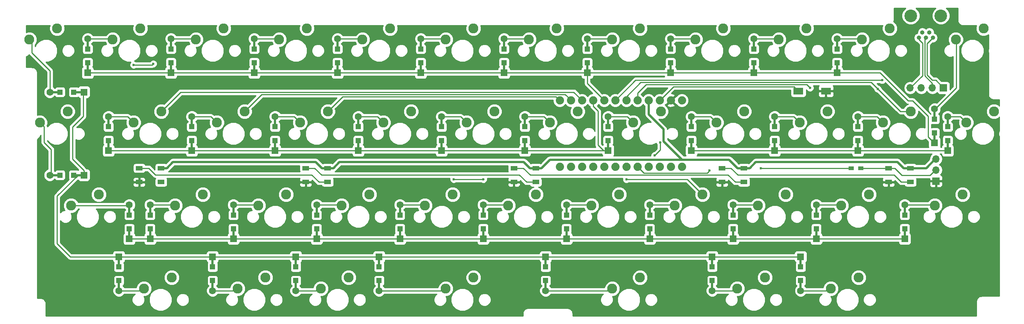
<source format=gbl>
G04 #@! TF.FileFunction,Copper,L2,Bot,Signal*
%FSLAX46Y46*%
G04 Gerber Fmt 4.6, Leading zero omitted, Abs format (unit mm)*
G04 Created by KiCad (PCBNEW 4.0.7) date 05/05/18 17:10:25*
%MOMM*%
%LPD*%
G01*
G04 APERTURE LIST*
%ADD10C,0.100000*%
%ADD11C,0.600000*%
%ADD12C,2.286000*%
%ADD13R,1.200000X1.200000*%
%ADD14R,1.600000X1.600000*%
%ADD15C,1.600000*%
%ADD16R,0.500000X2.500000*%
%ADD17R,1.600000X1.000000*%
%ADD18R,1.200000X0.900000*%
%ADD19R,2.298700X1.597660*%
%ADD20O,1.000000X1.000000*%
%ADD21C,2.895600*%
%ADD22R,2.500000X0.500000*%
%ADD23C,1.879600*%
%ADD24R,1.700000X1.700000*%
%ADD25O,1.700000X1.700000*%
%ADD26C,0.500000*%
%ADD27C,0.250000*%
%ADD28C,0.254000*%
G04 APERTURE END LIST*
D10*
D11*
X178750000Y-62000000D03*
X197750000Y-55250000D03*
X174500000Y-40250000D03*
X47625000Y-29765625D03*
X242000000Y-34000000D03*
X233750000Y-34250000D03*
X144750000Y-38500000D03*
X229250000Y-41500000D03*
X236750000Y-43000000D03*
X165750000Y-38500000D03*
X167500000Y-52250000D03*
X119000000Y-58500000D03*
D12*
X166846250Y-63976250D03*
X160496250Y-66516250D03*
X185896250Y-63976250D03*
X179546250Y-66516250D03*
D13*
X239000000Y-46675000D03*
X239000000Y-49825000D03*
D14*
X239000000Y-52150000D03*
D15*
X239000000Y-44350000D03*
D16*
X239000000Y-50950000D03*
X239000000Y-45550000D03*
D12*
X250190000Y-25876250D03*
X243840000Y-28416250D03*
X57308750Y-25876250D03*
X50958750Y-28416250D03*
X76358750Y-25876250D03*
X70008750Y-28416250D03*
X95408750Y-25876250D03*
X89058750Y-28416250D03*
X114458750Y-25876250D03*
X108108750Y-28416250D03*
X133508750Y-25876250D03*
X127158750Y-28416250D03*
X152558750Y-25876250D03*
X146208750Y-28416250D03*
X171608750Y-25876250D03*
X165258750Y-28416250D03*
X209708750Y-25876250D03*
X203358750Y-28416250D03*
X228758750Y-25876250D03*
X222408750Y-28416250D03*
X62071250Y-44926250D03*
X55721250Y-47466250D03*
X81121250Y-44926250D03*
X74771250Y-47466250D03*
X100171250Y-44926250D03*
X93821250Y-47466250D03*
X119221250Y-44926250D03*
X112871250Y-47466250D03*
X138271250Y-44926250D03*
X131921250Y-47466250D03*
X157321250Y-44926250D03*
X150971250Y-47466250D03*
X176371250Y-44926250D03*
X170021250Y-47466250D03*
X195421250Y-44926250D03*
X189071250Y-47466250D03*
X214471250Y-44926250D03*
X208121250Y-47466250D03*
X233521250Y-44926250D03*
X227171250Y-47466250D03*
X252571250Y-44926250D03*
X246221250Y-47466250D03*
X47783750Y-63976250D03*
X41433750Y-66516250D03*
X71596308Y-63976308D03*
X65246308Y-66516308D03*
X90646324Y-63976308D03*
X84296324Y-66516308D03*
X109696250Y-63976250D03*
X103346250Y-66516250D03*
X128746250Y-63976250D03*
X122396250Y-66516250D03*
X147796250Y-63976250D03*
X141446250Y-66516250D03*
X204946250Y-63976250D03*
X198596250Y-66516250D03*
X223996250Y-63976250D03*
X217646250Y-66516250D03*
X245427500Y-63976250D03*
X239077500Y-66516250D03*
X40640000Y-44926250D03*
X34290000Y-47466250D03*
X38258750Y-25876250D03*
X31908750Y-28416250D03*
X64452500Y-83026250D03*
X58102500Y-85566250D03*
X104933750Y-83026250D03*
X98583750Y-85566250D03*
D17*
X228481250Y-61131250D03*
X228481250Y-57931250D03*
X233481250Y-61131250D03*
X233481250Y-57931250D03*
X190381250Y-61131250D03*
X190381250Y-57931250D03*
X195381250Y-61131250D03*
X195381250Y-57931250D03*
X142756250Y-61131250D03*
X142756250Y-57931250D03*
X147756250Y-61131250D03*
X147756250Y-57931250D03*
X95131250Y-61131250D03*
X95131250Y-57931250D03*
X100131250Y-61131250D03*
X100131250Y-57931250D03*
X57031250Y-61131250D03*
X57031250Y-57931250D03*
X62031250Y-61131250D03*
X62031250Y-57931250D03*
D18*
X219900000Y-58000000D03*
X222100000Y-58000000D03*
D19*
X207850400Y-40250000D03*
X214149600Y-40250000D03*
D20*
X237000000Y-28000000D03*
X238600000Y-28000000D03*
X235400000Y-28000000D03*
X237800000Y-26800000D03*
X236200000Y-26800000D03*
D21*
X240450000Y-22950000D03*
X233550000Y-22950000D03*
D12*
X85883750Y-83026250D03*
X79533750Y-85566250D03*
X200183750Y-83026250D03*
X193833750Y-85566250D03*
X221615000Y-83026250D03*
X215265000Y-85566250D03*
D13*
X45243788Y-30571902D03*
X45243788Y-33721902D03*
D14*
X45243788Y-36046902D03*
D15*
X45243788Y-28246902D03*
D16*
X45243788Y-34846902D03*
X45243788Y-29446902D03*
D13*
X64293804Y-30571902D03*
X64293804Y-33721902D03*
D14*
X64293804Y-36046902D03*
D15*
X64293804Y-28246902D03*
D16*
X64293804Y-34846902D03*
X64293804Y-29446902D03*
D13*
X83343820Y-30571902D03*
X83343820Y-33721902D03*
D14*
X83343820Y-36046902D03*
D15*
X83343820Y-28246902D03*
D16*
X83343820Y-34846902D03*
X83343820Y-29446902D03*
D13*
X102393836Y-30571902D03*
X102393836Y-33721902D03*
D14*
X102393836Y-36046902D03*
D15*
X102393836Y-28246902D03*
D16*
X102393836Y-34846902D03*
X102393836Y-29446902D03*
D13*
X121443852Y-30571902D03*
X121443852Y-33721902D03*
D14*
X121443852Y-36046902D03*
D15*
X121443852Y-28246902D03*
D16*
X121443852Y-34846902D03*
X121443852Y-29446902D03*
D13*
X140493750Y-30571875D03*
X140493750Y-33721875D03*
D14*
X140493750Y-36046875D03*
D15*
X140493750Y-28246875D03*
D16*
X140493750Y-34846875D03*
X140493750Y-29446875D03*
D13*
X159543750Y-30571875D03*
X159543750Y-33721875D03*
D14*
X159543750Y-36046875D03*
D15*
X159543750Y-28246875D03*
D16*
X159543750Y-34846875D03*
X159543750Y-29446875D03*
D13*
X178593750Y-30571875D03*
X178593750Y-33721875D03*
D14*
X178593750Y-36046875D03*
D15*
X178593750Y-28246875D03*
D16*
X178593750Y-34846875D03*
X178593750Y-29446875D03*
D13*
X197643750Y-30571875D03*
X197643750Y-33721875D03*
D14*
X197643750Y-36046875D03*
D15*
X197643750Y-28246875D03*
D16*
X197643750Y-34846875D03*
X197643750Y-29446875D03*
D13*
X216693750Y-30571875D03*
X216693750Y-33721875D03*
D14*
X216693750Y-36046875D03*
D15*
X216693750Y-28246875D03*
D16*
X216693750Y-34846875D03*
X216693750Y-29446875D03*
D13*
X50006250Y-48431250D03*
X50006250Y-51581250D03*
D14*
X50006250Y-53906250D03*
D15*
X50006250Y-46106250D03*
D16*
X50006250Y-52706250D03*
X50006250Y-47306250D03*
D13*
X69056250Y-48431250D03*
X69056250Y-51581250D03*
D14*
X69056250Y-53906250D03*
D15*
X69056250Y-46106250D03*
D16*
X69056250Y-52706250D03*
X69056250Y-47306250D03*
D13*
X88106250Y-48431250D03*
X88106250Y-51581250D03*
D14*
X88106250Y-53906250D03*
D15*
X88106250Y-46106250D03*
D16*
X88106250Y-52706250D03*
X88106250Y-47306250D03*
D13*
X107156250Y-48431250D03*
X107156250Y-51581250D03*
D14*
X107156250Y-53906250D03*
D15*
X107156250Y-46106250D03*
D16*
X107156250Y-52706250D03*
X107156250Y-47306250D03*
D13*
X126206250Y-48431250D03*
X126206250Y-51581250D03*
D14*
X126206250Y-53906250D03*
D15*
X126206250Y-46106250D03*
D16*
X126206250Y-52706250D03*
X126206250Y-47306250D03*
D13*
X145256250Y-48431250D03*
X145256250Y-51581250D03*
D14*
X145256250Y-53906250D03*
D15*
X145256250Y-46106250D03*
D16*
X145256250Y-52706250D03*
X145256250Y-47306250D03*
D13*
X164306250Y-48431250D03*
X164306250Y-51581250D03*
D14*
X164306250Y-53906250D03*
D15*
X164306250Y-46106250D03*
D16*
X164306250Y-52706250D03*
X164306250Y-47306250D03*
D13*
X183356250Y-48431250D03*
X183356250Y-51581250D03*
D14*
X183356250Y-53906250D03*
D15*
X183356250Y-46106250D03*
D16*
X183356250Y-52706250D03*
X183356250Y-47306250D03*
D13*
X202406250Y-48431250D03*
X202406250Y-51581250D03*
D14*
X202406250Y-53906250D03*
D15*
X202406250Y-46106250D03*
D16*
X202406250Y-52706250D03*
X202406250Y-47306250D03*
D13*
X221456250Y-48431250D03*
X221456250Y-51581250D03*
D14*
X221456250Y-53906250D03*
D15*
X221456250Y-46106250D03*
D16*
X221456250Y-52706250D03*
X221456250Y-47306250D03*
D13*
X242000000Y-48431250D03*
X242000000Y-51581250D03*
D14*
X242000000Y-53906250D03*
D15*
X242000000Y-46106250D03*
D16*
X242000000Y-52706250D03*
X242000000Y-47306250D03*
D13*
X54768750Y-68671875D03*
X54768750Y-71821875D03*
D14*
X54768750Y-74146875D03*
D15*
X54768750Y-66346875D03*
D16*
X54768750Y-72946875D03*
X54768750Y-67546875D03*
D13*
X59531300Y-68671875D03*
X59531300Y-71821875D03*
D14*
X59531300Y-74146875D03*
D15*
X59531300Y-66346875D03*
D16*
X59531300Y-72946875D03*
X59531300Y-67546875D03*
D13*
X78581316Y-68671934D03*
X78581316Y-71821934D03*
D14*
X78581316Y-74146934D03*
D15*
X78581316Y-66346934D03*
D16*
X78581316Y-72946934D03*
X78581316Y-67546934D03*
D13*
X97631250Y-68671875D03*
X97631250Y-71821875D03*
D14*
X97631250Y-74146875D03*
D15*
X97631250Y-66346875D03*
D16*
X97631250Y-72946875D03*
X97631250Y-67546875D03*
D13*
X116681250Y-68671875D03*
X116681250Y-71821875D03*
D14*
X116681250Y-74146875D03*
D15*
X116681250Y-66346875D03*
D16*
X116681250Y-72946875D03*
X116681250Y-67546875D03*
D13*
X135731250Y-68671875D03*
X135731250Y-71821875D03*
D14*
X135731250Y-74146875D03*
D15*
X135731250Y-66346875D03*
D16*
X135731250Y-72946875D03*
X135731250Y-67546875D03*
D13*
X154781250Y-68671875D03*
X154781250Y-71821875D03*
D14*
X154781250Y-74146875D03*
D15*
X154781250Y-66346875D03*
D16*
X154781250Y-72946875D03*
X154781250Y-67546875D03*
D13*
X173831250Y-68671875D03*
X173831250Y-71821875D03*
D14*
X173831250Y-74146875D03*
D15*
X173831250Y-66346875D03*
D16*
X173831250Y-72946875D03*
X173831250Y-67546875D03*
D13*
X192881250Y-68671875D03*
X192881250Y-71821875D03*
D14*
X192881250Y-74146875D03*
D15*
X192881250Y-66346875D03*
D16*
X192881250Y-72946875D03*
X192881250Y-67546875D03*
D13*
X211931250Y-68671875D03*
X211931250Y-71821875D03*
D14*
X211931250Y-74146875D03*
D15*
X211931250Y-66346875D03*
D16*
X211931250Y-72946875D03*
X211931250Y-67546875D03*
D13*
X232171875Y-68671875D03*
X232171875Y-71821875D03*
D14*
X232171875Y-74146875D03*
D15*
X232171875Y-66346875D03*
D16*
X232171875Y-72946875D03*
X232171875Y-67546875D03*
D13*
X38906250Y-59531250D03*
X42056250Y-59531250D03*
D14*
X44381250Y-59531250D03*
D15*
X36581250Y-59531250D03*
D22*
X43181250Y-59531250D03*
X37781250Y-59531250D03*
D13*
X38906250Y-40481250D03*
X42056250Y-40481250D03*
D14*
X44381250Y-40481250D03*
D15*
X36581250Y-40481250D03*
D22*
X43181250Y-40481250D03*
X37781250Y-40481250D03*
D13*
X52387500Y-83728125D03*
X52387500Y-80578125D03*
D14*
X52387500Y-78253125D03*
D15*
X52387500Y-86053125D03*
D16*
X52387500Y-79453125D03*
X52387500Y-84853125D03*
D13*
X73818750Y-83728125D03*
X73818750Y-80578125D03*
D14*
X73818750Y-78253125D03*
D15*
X73818750Y-86053125D03*
D16*
X73818750Y-79453125D03*
X73818750Y-84853125D03*
D13*
X92868750Y-83728125D03*
X92868750Y-80578125D03*
D14*
X92868750Y-78253125D03*
D15*
X92868750Y-86053125D03*
D16*
X92868750Y-79453125D03*
X92868750Y-84853125D03*
D13*
X111918750Y-83728125D03*
X111918750Y-80578125D03*
D14*
X111918750Y-78253125D03*
D15*
X111918750Y-86053125D03*
D16*
X111918750Y-79453125D03*
X111918750Y-84853125D03*
D13*
X150018750Y-83728125D03*
X150018750Y-80578125D03*
D14*
X150018750Y-78253125D03*
D15*
X150018750Y-86053125D03*
D16*
X150018750Y-79453125D03*
X150018750Y-84853125D03*
D13*
X188118750Y-83728125D03*
X188118750Y-80578125D03*
D14*
X188118750Y-78253125D03*
D15*
X188118750Y-86053125D03*
D16*
X188118750Y-79453125D03*
X188118750Y-84853125D03*
D13*
X208359375Y-83728125D03*
X208359375Y-80578125D03*
D14*
X208359375Y-78253125D03*
D15*
X208359375Y-86053125D03*
D16*
X208359375Y-79453125D03*
X208359375Y-84853125D03*
D12*
X190658908Y-25876276D03*
X184308908Y-28416276D03*
D23*
X181200000Y-57620000D03*
X178660000Y-57620000D03*
X176120000Y-57620000D03*
X173580000Y-57620000D03*
X171040000Y-57620000D03*
X168500000Y-57620000D03*
X165960000Y-57620000D03*
X163420000Y-57620000D03*
X160880000Y-57620000D03*
X158340000Y-57620000D03*
X155800000Y-57620000D03*
X153260000Y-57620000D03*
X153260000Y-42380000D03*
X155800000Y-42380000D03*
X158340000Y-42380000D03*
X160880000Y-42380000D03*
X163420000Y-42380000D03*
X165960000Y-42380000D03*
X168500000Y-42380000D03*
X171040000Y-42380000D03*
X173580000Y-42380000D03*
X176120000Y-42380000D03*
X178660000Y-42380000D03*
X181200000Y-42380000D03*
D24*
X241040000Y-39500000D03*
D25*
X238500000Y-39500000D03*
X235960000Y-39500000D03*
X233420000Y-39500000D03*
D24*
X239315625Y-60880625D03*
D25*
X239315625Y-58340625D03*
X239315625Y-55800625D03*
D11*
X83500000Y-58250000D03*
D12*
X133508750Y-83026250D03*
X127158750Y-85566250D03*
X171608750Y-83026250D03*
X165258750Y-85566250D03*
D11*
X55750004Y-34250000D03*
X60250000Y-34000000D03*
X135750000Y-60500000D03*
X129000000Y-60500000D03*
X176250000Y-52000000D03*
X175000000Y-55000000D03*
X168500000Y-60500000D03*
X210500000Y-39500000D03*
X226000000Y-39750000D03*
X227000000Y-37750000D03*
X199250000Y-58000000D03*
X187500000Y-58499998D03*
D26*
X233481250Y-57931250D02*
X237068750Y-57931250D01*
X237068750Y-57931250D02*
X239040625Y-55959375D01*
X239040625Y-55959375D02*
X239315625Y-55959375D01*
X173580000Y-42380000D02*
X173580000Y-45580000D01*
X173580000Y-45580000D02*
X177000000Y-49000000D01*
X177000000Y-49000000D02*
X177000000Y-51750000D01*
X177000000Y-51750000D02*
X181250000Y-56000000D01*
X192000000Y-56000000D02*
X181250000Y-56000000D01*
X181250000Y-56000000D02*
X150987500Y-56000000D01*
X233481250Y-57931250D02*
X231931250Y-57931250D01*
X231931250Y-57931250D02*
X230500000Y-56500000D01*
X198112500Y-56500000D02*
X196681250Y-57931250D01*
X230500000Y-56500000D02*
X198112500Y-56500000D01*
X196681250Y-57931250D02*
X195381250Y-57931250D01*
X195381250Y-57931250D02*
X193931250Y-57931250D01*
X193931250Y-57931250D02*
X192000000Y-56000000D01*
X150987500Y-56000000D02*
X149056250Y-57931250D01*
X149056250Y-57931250D02*
X147756250Y-57931250D01*
X147756250Y-57931250D02*
X146431250Y-57931250D01*
X146431250Y-57931250D02*
X145000000Y-56500000D01*
X145000000Y-56500000D02*
X102862500Y-56500000D01*
X102862500Y-56500000D02*
X101431250Y-57931250D01*
X101431250Y-57931250D02*
X100131250Y-57931250D01*
X100131250Y-57931250D02*
X98831250Y-57931250D01*
X98831250Y-57931250D02*
X97400000Y-56500000D01*
X97400000Y-56500000D02*
X64762500Y-56500000D01*
X64762500Y-56500000D02*
X63331250Y-57931250D01*
X63331250Y-57931250D02*
X62031250Y-57931250D01*
D27*
X45243788Y-28246902D02*
X50789402Y-28246902D01*
X50789402Y-28246902D02*
X50958750Y-28416250D01*
X216693750Y-36046875D02*
X226546875Y-36046875D01*
X237500000Y-50750000D02*
X238900000Y-52150000D01*
X226546875Y-36046875D02*
X233000000Y-42500000D01*
X233000000Y-42500000D02*
X234000000Y-42500000D01*
X234000000Y-42500000D02*
X237500000Y-46000000D01*
X238900000Y-52150000D02*
X239000000Y-52150000D01*
X237500000Y-46000000D02*
X237500000Y-50750000D01*
X163420000Y-42380000D02*
X159543750Y-38503750D01*
X159543750Y-38503750D02*
X159543750Y-36046875D01*
X45243788Y-36046902D02*
X64293804Y-36046902D01*
X64293804Y-36046902D02*
X83343820Y-36046902D01*
X83343820Y-36046902D02*
X102393836Y-36046902D01*
X102393836Y-36046902D02*
X121443852Y-36046902D01*
X121443852Y-36046902D02*
X140493723Y-36046902D01*
X140493723Y-36046902D02*
X140493750Y-36046875D01*
X140493750Y-36046875D02*
X159543750Y-36046875D01*
X178593750Y-36046875D02*
X159543750Y-36046875D01*
X197643750Y-36046875D02*
X178593750Y-36046875D01*
X216693750Y-36046875D02*
X197643750Y-36046875D01*
X64293804Y-28246902D02*
X69839402Y-28246902D01*
X69839402Y-28246902D02*
X70008750Y-28416250D01*
X83343820Y-28246902D02*
X88889402Y-28246902D01*
X88889402Y-28246902D02*
X89058750Y-28416250D01*
X102393836Y-28246902D02*
X107939402Y-28246902D01*
X107939402Y-28246902D02*
X108108750Y-28416250D01*
X121443852Y-28246902D02*
X126989402Y-28246902D01*
X126989402Y-28246902D02*
X127158750Y-28416250D01*
X140493750Y-28246875D02*
X146039375Y-28246875D01*
X146039375Y-28246875D02*
X146208750Y-28416250D01*
X159543750Y-28246875D02*
X165089375Y-28246875D01*
X165089375Y-28246875D02*
X165258750Y-28416250D01*
X178593750Y-28246875D02*
X184139507Y-28246875D01*
X184139507Y-28246875D02*
X184308908Y-28416276D01*
X197643750Y-28246875D02*
X203189375Y-28246875D01*
X203189375Y-28246875D02*
X203358750Y-28416250D01*
X216693750Y-28246875D02*
X222239375Y-28246875D01*
X222239375Y-28246875D02*
X222408750Y-28416250D01*
X239000000Y-44350000D02*
X239150000Y-44350000D01*
X239150000Y-44350000D02*
X244000000Y-39500000D01*
X244000000Y-28576250D02*
X243840000Y-28416250D01*
X244000000Y-39500000D02*
X244000000Y-28576250D01*
X50006250Y-46106250D02*
X54361250Y-46106250D01*
X54361250Y-46106250D02*
X55721250Y-47466250D01*
X160880000Y-42380000D02*
X160880000Y-43709077D01*
X160880000Y-43709077D02*
X162000000Y-44829077D01*
X162000000Y-44829077D02*
X162000000Y-52650000D01*
X162000000Y-52650000D02*
X163256250Y-53906250D01*
X163256250Y-53906250D02*
X164306250Y-53906250D01*
X145256250Y-53906250D02*
X164306250Y-53906250D01*
X221456250Y-53906250D02*
X242000000Y-53906250D01*
X202406250Y-53906250D02*
X221456250Y-53906250D01*
X183356250Y-53906250D02*
X202406250Y-53906250D01*
X107156250Y-53906250D02*
X126206250Y-53906250D01*
X126206250Y-53906250D02*
X145256250Y-53906250D01*
X88106250Y-53906250D02*
X107156250Y-53906250D01*
X69056250Y-53906250D02*
X88106250Y-53906250D01*
X50006250Y-53906250D02*
X69056250Y-53906250D01*
X69056250Y-46106250D02*
X73411250Y-46106250D01*
X73411250Y-46106250D02*
X74771250Y-47466250D01*
X88106250Y-46106250D02*
X92461250Y-46106250D01*
X92461250Y-46106250D02*
X93821250Y-47466250D01*
X107156250Y-46106250D02*
X111511250Y-46106250D01*
X111511250Y-46106250D02*
X112871250Y-47466250D01*
X126206250Y-46106250D02*
X130561250Y-46106250D01*
X130561250Y-46106250D02*
X131921250Y-47466250D01*
X145256250Y-46106250D02*
X149611250Y-46106250D01*
X149611250Y-46106250D02*
X150971250Y-47466250D01*
X164306250Y-46106250D02*
X168661250Y-46106250D01*
X168661250Y-46106250D02*
X170021250Y-47466250D01*
X183356250Y-46106250D02*
X187711250Y-46106250D01*
X187711250Y-46106250D02*
X189071250Y-47466250D01*
X202406250Y-46106250D02*
X206761250Y-46106250D01*
X206761250Y-46106250D02*
X208121250Y-47466250D01*
X221456250Y-46106250D02*
X225811250Y-46106250D01*
X225811250Y-46106250D02*
X227171250Y-47466250D01*
X242000000Y-46106250D02*
X244861250Y-46106250D01*
X244861250Y-46106250D02*
X246221250Y-47466250D01*
X41433750Y-66516250D02*
X54599375Y-66516250D01*
X54599375Y-66516250D02*
X54768750Y-66346875D01*
X54768750Y-74146875D02*
X55818750Y-74146875D01*
X55818750Y-74146875D02*
X59531300Y-74146875D01*
X154781250Y-74146875D02*
X173831250Y-74146875D01*
X78581316Y-74146934D02*
X59531359Y-74146934D01*
X59531359Y-74146934D02*
X59531300Y-74146875D01*
X97631250Y-74146875D02*
X78581375Y-74146875D01*
X78581375Y-74146875D02*
X78581316Y-74146934D01*
X116681250Y-74146875D02*
X97631250Y-74146875D01*
X135731250Y-74146875D02*
X116681250Y-74146875D01*
X154781250Y-74146875D02*
X135731250Y-74146875D01*
X192881250Y-74146875D02*
X173831250Y-74146875D01*
X211931250Y-74146875D02*
X192881250Y-74146875D01*
X232171875Y-74146875D02*
X211931250Y-74146875D01*
X59531300Y-66346875D02*
X65076875Y-66346875D01*
X65076875Y-66346875D02*
X65246308Y-66516308D01*
X78581316Y-66346934D02*
X84126950Y-66346934D01*
X84126950Y-66346934D02*
X84296324Y-66516308D01*
X97631250Y-66346875D02*
X103176875Y-66346875D01*
X103176875Y-66346875D02*
X103346250Y-66516250D01*
X116681250Y-66346875D02*
X122226875Y-66346875D01*
X122226875Y-66346875D02*
X122396250Y-66516250D01*
X135731250Y-66346875D02*
X141276875Y-66346875D01*
X141276875Y-66346875D02*
X141446250Y-66516250D01*
X154781250Y-66346875D02*
X160326875Y-66346875D01*
X160326875Y-66346875D02*
X160496250Y-66516250D01*
X173831250Y-66346875D02*
X179376875Y-66346875D01*
X179376875Y-66346875D02*
X179546250Y-66516250D01*
X192881250Y-66346875D02*
X198426875Y-66346875D01*
X198426875Y-66346875D02*
X198596250Y-66516250D01*
X211931250Y-66346875D02*
X217476875Y-66346875D01*
X217476875Y-66346875D02*
X217646250Y-66516250D01*
X232171875Y-66346875D02*
X238908125Y-66346875D01*
X238908125Y-66346875D02*
X239077500Y-66516250D01*
X36909375Y-59531250D02*
X36909375Y-53659375D01*
X36909375Y-53659375D02*
X35250000Y-52000000D01*
X35250000Y-52000000D02*
X35250000Y-48426250D01*
X35250000Y-48426250D02*
X34290000Y-47466250D01*
X44381250Y-59531250D02*
X44381250Y-58481250D01*
X44381250Y-58481250D02*
X41750000Y-55850000D01*
X41750000Y-55850000D02*
X41750000Y-48500000D01*
X41750000Y-48500000D02*
X44250000Y-46000000D01*
X44250000Y-46000000D02*
X44250000Y-40678125D01*
X44250000Y-40678125D02*
X44053125Y-40481250D01*
X38250000Y-64331250D02*
X43050000Y-59531250D01*
X43050000Y-59531250D02*
X44381250Y-59531250D01*
X188118750Y-78253125D02*
X189168750Y-78253125D01*
X189168750Y-78253125D02*
X208359375Y-78253125D01*
X150018750Y-78253125D02*
X151068750Y-78253125D01*
X151068750Y-78253125D02*
X188118750Y-78253125D01*
X111918750Y-78253125D02*
X150018750Y-78253125D01*
X92868750Y-78253125D02*
X93918750Y-78253125D01*
X93918750Y-78253125D02*
X111918750Y-78253125D01*
X92868750Y-78253125D02*
X91818750Y-78253125D01*
X91818750Y-78253125D02*
X73818750Y-78253125D01*
X73818750Y-78253125D02*
X52387500Y-78253125D01*
X38250000Y-64331250D02*
X38250000Y-75250000D01*
X38250000Y-75250000D02*
X41253125Y-78253125D01*
X41253125Y-78253125D02*
X52387500Y-78253125D01*
X31908750Y-28416250D02*
X32500000Y-29007500D01*
X32500000Y-29007500D02*
X32500000Y-31500000D01*
X32500000Y-31500000D02*
X36581250Y-35581250D01*
X36581250Y-35581250D02*
X36581250Y-40481250D01*
X32250000Y-28750000D02*
X31916250Y-28416250D01*
X31916250Y-28416250D02*
X31908750Y-28416250D01*
X52387500Y-86053125D02*
X57615625Y-86053125D01*
X57615625Y-86053125D02*
X58102500Y-85566250D01*
X57933125Y-85396875D02*
X58102500Y-85566250D01*
X73818750Y-86053125D02*
X79046875Y-86053125D01*
X79046875Y-86053125D02*
X79533750Y-85566250D01*
X92868750Y-86053125D02*
X98096875Y-86053125D01*
X98096875Y-86053125D02*
X98583750Y-85566250D01*
X111918750Y-86053125D02*
X126989375Y-86053125D01*
X126989375Y-86053125D02*
X127476250Y-85566250D01*
X127306875Y-85396875D02*
X127476250Y-85566250D01*
X150018750Y-86053125D02*
X164771875Y-86053125D01*
X164771875Y-86053125D02*
X165258750Y-85566250D01*
X188118750Y-86053125D02*
X193346875Y-86053125D01*
X193346875Y-86053125D02*
X193833750Y-85566250D01*
X208359375Y-86053125D02*
X214778125Y-86053125D01*
X214778125Y-86053125D02*
X215265000Y-85566250D01*
X158340000Y-42380000D02*
X156460000Y-40500000D01*
X156460000Y-40500000D02*
X66497500Y-40500000D01*
X66497500Y-40500000D02*
X63214249Y-43783251D01*
X63214249Y-43783251D02*
X62071250Y-44926250D01*
X60250000Y-34000000D02*
X60000000Y-34250000D01*
X60000000Y-34250000D02*
X55750004Y-34250000D01*
X155800000Y-42380000D02*
X155800000Y-42300000D01*
X155800000Y-42300000D02*
X154500000Y-41000000D01*
X154500000Y-41000000D02*
X85047500Y-41000000D01*
X85047500Y-41000000D02*
X82264249Y-43783251D01*
X82264249Y-43783251D02*
X81121250Y-44926250D01*
X153260000Y-42380000D02*
X152380000Y-41500000D01*
X152380000Y-41500000D02*
X103597500Y-41500000D01*
X103597500Y-41500000D02*
X100171250Y-44926250D01*
X129000000Y-60500000D02*
X135750000Y-60500000D01*
X176250000Y-52424264D02*
X176250000Y-52000000D01*
X176250000Y-53750000D02*
X176250000Y-52424264D01*
X175000000Y-55000000D02*
X176250000Y-53750000D01*
X168500000Y-60500000D02*
X182420000Y-60500000D01*
X182420000Y-60500000D02*
X185896250Y-63976250D01*
X171040000Y-40710000D02*
X173000000Y-38750000D01*
X171040000Y-42380000D02*
X171040000Y-40710000D01*
X173000000Y-38750000D02*
X209750000Y-38750000D01*
X209750000Y-38750000D02*
X210500000Y-39500000D01*
X168500000Y-42380000D02*
X168500000Y-41500000D01*
X168500000Y-41500000D02*
X171750000Y-38250000D01*
X171750000Y-38250000D02*
X224500000Y-38250000D01*
X224500000Y-38250000D02*
X226000000Y-39750000D01*
X226000000Y-39750000D02*
X226250000Y-40000000D01*
X226250000Y-40000000D02*
X231176250Y-44926250D01*
X231176250Y-44926250D02*
X233521250Y-44926250D01*
X170590000Y-37750000D02*
X226575736Y-37750000D01*
X165960000Y-42380000D02*
X170590000Y-37750000D01*
X226575736Y-37750000D02*
X227000000Y-37750000D01*
X190381250Y-57931250D02*
X192431250Y-57931250D01*
X192431250Y-57931250D02*
X194000000Y-59500000D01*
X194000000Y-59500000D02*
X229750000Y-59500000D01*
X231381250Y-61131250D02*
X233481250Y-61131250D01*
X229750000Y-59500000D02*
X231381250Y-61131250D01*
X142756250Y-57931250D02*
X144931250Y-57931250D01*
X144931250Y-57931250D02*
X146500000Y-59500000D01*
X146500000Y-59500000D02*
X191750000Y-59500000D01*
X191750000Y-59500000D02*
X193381250Y-61131250D01*
X193381250Y-61131250D02*
X195381250Y-61131250D01*
X95131250Y-57931250D02*
X97181250Y-57931250D01*
X98750000Y-59500000D02*
X144000000Y-59500000D01*
X97181250Y-57931250D02*
X98750000Y-59500000D01*
X144000000Y-59500000D02*
X145631250Y-61131250D01*
X145631250Y-61131250D02*
X147756250Y-61131250D01*
X57031250Y-57931250D02*
X59181250Y-57931250D01*
X59181250Y-57931250D02*
X60750000Y-59500000D01*
X60750000Y-59500000D02*
X96500000Y-59500000D01*
X96500000Y-59500000D02*
X98131250Y-61131250D01*
X98131250Y-61131250D02*
X100131250Y-61131250D01*
X239315625Y-58340625D02*
X239159375Y-58340625D01*
X239159375Y-58340625D02*
X237968750Y-59531250D01*
X237968750Y-59531250D02*
X231531250Y-59531250D01*
X231531250Y-59531250D02*
X229931250Y-57931250D01*
X229931250Y-57931250D02*
X228481250Y-57931250D01*
X222100000Y-58000000D02*
X228412500Y-58000000D01*
X228412500Y-58000000D02*
X228481250Y-57931250D01*
X207850400Y-40250000D02*
X206850400Y-39250000D01*
X206850400Y-39250000D02*
X179250000Y-39250000D01*
X179250000Y-39250000D02*
X176120000Y-42380000D01*
X238500000Y-39500000D02*
X238500000Y-38500000D01*
X238500000Y-38500000D02*
X236750000Y-36750000D01*
X236750000Y-36750000D02*
X236750000Y-28250000D01*
X236750000Y-28250000D02*
X237000000Y-28000000D01*
X241040000Y-39500000D02*
X239290000Y-37750000D01*
X239290000Y-37750000D02*
X238500000Y-37750000D01*
X238500000Y-37750000D02*
X237250000Y-36500000D01*
X237250000Y-36500000D02*
X237250000Y-29350000D01*
X237250000Y-29350000D02*
X238600000Y-28000000D01*
X233420000Y-39500000D02*
X236250000Y-36670000D01*
X236250000Y-36670000D02*
X236250000Y-29250000D01*
X236250000Y-29250000D02*
X235400000Y-28400000D01*
X235400000Y-28400000D02*
X235400000Y-28000000D01*
X219900000Y-58000000D02*
X199250000Y-58000000D01*
X187200001Y-58799997D02*
X187500000Y-58499998D01*
X186950003Y-59049995D02*
X187200001Y-58799997D01*
X172469995Y-59049995D02*
X186950003Y-59049995D01*
X171040000Y-57620000D02*
X172469995Y-59049995D01*
D28*
G36*
X231785318Y-21768648D02*
X231467563Y-22533888D01*
X231466840Y-23362477D01*
X231783259Y-24128270D01*
X232368648Y-24714682D01*
X233133888Y-25032437D01*
X233962477Y-25033160D01*
X234728270Y-24716741D01*
X235314682Y-24131352D01*
X235632437Y-23366112D01*
X235633160Y-22537523D01*
X235316741Y-21771730D01*
X234755991Y-21210000D01*
X239244942Y-21210000D01*
X238685318Y-21768648D01*
X238367563Y-22533888D01*
X238366840Y-23362477D01*
X238683259Y-24128270D01*
X239268648Y-24714682D01*
X240033888Y-25032437D01*
X240862477Y-25033160D01*
X241628270Y-24716741D01*
X242214682Y-24131352D01*
X242532437Y-23366112D01*
X242533160Y-22537523D01*
X242216741Y-21771730D01*
X241655991Y-21210000D01*
X244290000Y-21210000D01*
X244290000Y-24000000D01*
X244303642Y-24068584D01*
X244303642Y-24138513D01*
X244341702Y-24329856D01*
X244447716Y-24585796D01*
X244447718Y-24585800D01*
X244556105Y-24748010D01*
X244634458Y-24826363D01*
X244751989Y-24943895D01*
X244914200Y-25052282D01*
X244914203Y-25052283D01*
X244914204Y-25052284D01*
X245170145Y-25158298D01*
X245361487Y-25196358D01*
X245431416Y-25196358D01*
X245500000Y-25210000D01*
X248541461Y-25210000D01*
X248412309Y-25521032D01*
X248411692Y-26228364D01*
X248681806Y-26882090D01*
X249181529Y-27382686D01*
X249834782Y-27653941D01*
X250542114Y-27654558D01*
X251195840Y-27384444D01*
X251290000Y-27290448D01*
X251290000Y-30549471D01*
X251244358Y-30659389D01*
X251243842Y-31250517D01*
X251290000Y-31362228D01*
X251290000Y-41000000D01*
X251303642Y-41068584D01*
X251303642Y-41138513D01*
X251341702Y-41329856D01*
X251447716Y-41585796D01*
X251447718Y-41585800D01*
X251556105Y-41748010D01*
X251605948Y-41797852D01*
X251751989Y-41943895D01*
X251914200Y-42052282D01*
X251914203Y-42052283D01*
X251914204Y-42052284D01*
X252170145Y-42158298D01*
X252361487Y-42196358D01*
X252431416Y-42196358D01*
X252500000Y-42210000D01*
X253790000Y-42210000D01*
X253790000Y-43630460D01*
X253579721Y-43419814D01*
X252926468Y-43148559D01*
X252219136Y-43147942D01*
X251565410Y-43418056D01*
X251064814Y-43917779D01*
X250793559Y-44571032D01*
X250792942Y-45278364D01*
X251063056Y-45932090D01*
X251562779Y-46432686D01*
X252216032Y-46703941D01*
X252923364Y-46704558D01*
X253577090Y-46434444D01*
X253790000Y-46221905D01*
X253790000Y-49313489D01*
X253625608Y-49709389D01*
X253625092Y-50300517D01*
X253790000Y-50699625D01*
X253790000Y-87290000D01*
X249750000Y-87290000D01*
X249681416Y-87303642D01*
X249420145Y-87341702D01*
X249164204Y-87447716D01*
X249164203Y-87447717D01*
X249164200Y-87447718D01*
X249001989Y-87556105D01*
X248900901Y-87657195D01*
X248806105Y-87751990D01*
X248697718Y-87914200D01*
X248697717Y-87914203D01*
X248697716Y-87914204D01*
X248591702Y-88170144D01*
X248553642Y-88361487D01*
X248553642Y-88431416D01*
X248540000Y-88500000D01*
X248540000Y-91790000D01*
X156210000Y-91790000D01*
X156210000Y-91250000D01*
X156196358Y-91181416D01*
X156196358Y-91111487D01*
X156158298Y-90920145D01*
X156052284Y-90664204D01*
X156052283Y-90664203D01*
X156052282Y-90664200D01*
X155943895Y-90501989D01*
X155797450Y-90355546D01*
X155748010Y-90306105D01*
X155585800Y-90197718D01*
X155585797Y-90197717D01*
X155585796Y-90197716D01*
X155329856Y-90091702D01*
X155138513Y-90053642D01*
X155068584Y-90053642D01*
X155000000Y-90040000D01*
X146000000Y-90040000D01*
X145931416Y-90053642D01*
X145670145Y-90091702D01*
X145414204Y-90197716D01*
X145414203Y-90197717D01*
X145414200Y-90197718D01*
X145251989Y-90306105D01*
X145134458Y-90423637D01*
X145056105Y-90501990D01*
X144947718Y-90664200D01*
X144947717Y-90664203D01*
X144947716Y-90664204D01*
X144841702Y-90920144D01*
X144803642Y-91111487D01*
X144803642Y-91181416D01*
X144790000Y-91250000D01*
X144790000Y-91790000D01*
X35710000Y-91790000D01*
X35710000Y-89000000D01*
X35696358Y-88931416D01*
X35696358Y-88861487D01*
X35658298Y-88670145D01*
X35552284Y-88414204D01*
X35552283Y-88414203D01*
X35552282Y-88414200D01*
X35443895Y-88251989D01*
X35297448Y-88105544D01*
X35248010Y-88056105D01*
X35085800Y-87947718D01*
X35085797Y-87947717D01*
X35085796Y-87947716D01*
X34829856Y-87841702D01*
X34638513Y-87803642D01*
X34568584Y-87803642D01*
X34500000Y-87790000D01*
X33710000Y-87790000D01*
X33710000Y-86337312D01*
X50952252Y-86337312D01*
X51170257Y-86864925D01*
X51573577Y-87268949D01*
X52100809Y-87487875D01*
X52671687Y-87488373D01*
X53199300Y-87270368D01*
X53603324Y-86867048D01*
X53625715Y-86813125D01*
X56071057Y-86813125D01*
X55991905Y-86845830D01*
X55573549Y-87263456D01*
X55346858Y-87809389D01*
X55346342Y-88400517D01*
X55572080Y-88946845D01*
X55989706Y-89365201D01*
X56535639Y-89591892D01*
X57126767Y-89592408D01*
X57673095Y-89366670D01*
X58091451Y-88949044D01*
X58225226Y-88626876D01*
X59283145Y-88626876D01*
X59682528Y-89593457D01*
X60421404Y-90333623D01*
X61387285Y-90734692D01*
X62433126Y-90735605D01*
X63399707Y-90336222D01*
X64139873Y-89597346D01*
X64540942Y-88631465D01*
X64541143Y-88400517D01*
X65506342Y-88400517D01*
X65732080Y-88946845D01*
X66149706Y-89365201D01*
X66695639Y-89591892D01*
X67286767Y-89592408D01*
X67833095Y-89366670D01*
X68251451Y-88949044D01*
X68478142Y-88403111D01*
X68478658Y-87811983D01*
X68252920Y-87265655D01*
X67835294Y-86847299D01*
X67289361Y-86620608D01*
X66698233Y-86620092D01*
X66151905Y-86845830D01*
X65733549Y-87263456D01*
X65506858Y-87809389D01*
X65506342Y-88400517D01*
X64541143Y-88400517D01*
X64541855Y-87585624D01*
X64142472Y-86619043D01*
X63861233Y-86337312D01*
X72383502Y-86337312D01*
X72601507Y-86864925D01*
X73004827Y-87268949D01*
X73532059Y-87487875D01*
X74102937Y-87488373D01*
X74630550Y-87270368D01*
X75034574Y-86867048D01*
X75056965Y-86813125D01*
X77502307Y-86813125D01*
X77423155Y-86845830D01*
X77004799Y-87263456D01*
X76778108Y-87809389D01*
X76777592Y-88400517D01*
X77003330Y-88946845D01*
X77420956Y-89365201D01*
X77966889Y-89591892D01*
X78558017Y-89592408D01*
X79104345Y-89366670D01*
X79522701Y-88949044D01*
X79656476Y-88626876D01*
X80714395Y-88626876D01*
X81113778Y-89593457D01*
X81852654Y-90333623D01*
X82818535Y-90734692D01*
X83864376Y-90735605D01*
X84830957Y-90336222D01*
X85571123Y-89597346D01*
X85972192Y-88631465D01*
X85972393Y-88400517D01*
X86937592Y-88400517D01*
X87163330Y-88946845D01*
X87580956Y-89365201D01*
X88126889Y-89591892D01*
X88718017Y-89592408D01*
X89264345Y-89366670D01*
X89682701Y-88949044D01*
X89909392Y-88403111D01*
X89909908Y-87811983D01*
X89684170Y-87265655D01*
X89266544Y-86847299D01*
X88720611Y-86620608D01*
X88129483Y-86620092D01*
X87583155Y-86845830D01*
X87164799Y-87263456D01*
X86938108Y-87809389D01*
X86937592Y-88400517D01*
X85972393Y-88400517D01*
X85973105Y-87585624D01*
X85573722Y-86619043D01*
X85292483Y-86337312D01*
X91433502Y-86337312D01*
X91651507Y-86864925D01*
X92054827Y-87268949D01*
X92582059Y-87487875D01*
X93152937Y-87488373D01*
X93680550Y-87270368D01*
X94084574Y-86867048D01*
X94106965Y-86813125D01*
X96552307Y-86813125D01*
X96473155Y-86845830D01*
X96054799Y-87263456D01*
X95828108Y-87809389D01*
X95827592Y-88400517D01*
X96053330Y-88946845D01*
X96470956Y-89365201D01*
X97016889Y-89591892D01*
X97608017Y-89592408D01*
X98154345Y-89366670D01*
X98572701Y-88949044D01*
X98706476Y-88626876D01*
X99764395Y-88626876D01*
X100163778Y-89593457D01*
X100902654Y-90333623D01*
X101868535Y-90734692D01*
X102914376Y-90735605D01*
X103880957Y-90336222D01*
X104621123Y-89597346D01*
X105022192Y-88631465D01*
X105022393Y-88400517D01*
X105987592Y-88400517D01*
X106213330Y-88946845D01*
X106630956Y-89365201D01*
X107176889Y-89591892D01*
X107768017Y-89592408D01*
X108314345Y-89366670D01*
X108732701Y-88949044D01*
X108959392Y-88403111D01*
X108959908Y-87811983D01*
X108734170Y-87265655D01*
X108316544Y-86847299D01*
X107770611Y-86620608D01*
X107179483Y-86620092D01*
X106633155Y-86845830D01*
X106214799Y-87263456D01*
X105988108Y-87809389D01*
X105987592Y-88400517D01*
X105022393Y-88400517D01*
X105023105Y-87585624D01*
X104623722Y-86619043D01*
X104342483Y-86337312D01*
X110483502Y-86337312D01*
X110701507Y-86864925D01*
X111104827Y-87268949D01*
X111632059Y-87487875D01*
X112202937Y-87488373D01*
X112730550Y-87270368D01*
X113134574Y-86867048D01*
X113156965Y-86813125D01*
X125127307Y-86813125D01*
X125048155Y-86845830D01*
X124629799Y-87263456D01*
X124403108Y-87809389D01*
X124402592Y-88400517D01*
X124628330Y-88946845D01*
X125045956Y-89365201D01*
X125591889Y-89591892D01*
X126183017Y-89592408D01*
X126729345Y-89366670D01*
X127147701Y-88949044D01*
X127281476Y-88626876D01*
X128339395Y-88626876D01*
X128738778Y-89593457D01*
X129477654Y-90333623D01*
X130443535Y-90734692D01*
X131489376Y-90735605D01*
X132455957Y-90336222D01*
X133196123Y-89597346D01*
X133597192Y-88631465D01*
X133597393Y-88400517D01*
X134562592Y-88400517D01*
X134788330Y-88946845D01*
X135205956Y-89365201D01*
X135751889Y-89591892D01*
X136343017Y-89592408D01*
X136889345Y-89366670D01*
X137307701Y-88949044D01*
X137534392Y-88403111D01*
X137534908Y-87811983D01*
X137309170Y-87265655D01*
X136891544Y-86847299D01*
X136345611Y-86620608D01*
X135754483Y-86620092D01*
X135208155Y-86845830D01*
X134789799Y-87263456D01*
X134563108Y-87809389D01*
X134562592Y-88400517D01*
X133597393Y-88400517D01*
X133598105Y-87585624D01*
X133198722Y-86619043D01*
X132917483Y-86337312D01*
X148583502Y-86337312D01*
X148801507Y-86864925D01*
X149204827Y-87268949D01*
X149732059Y-87487875D01*
X150302937Y-87488373D01*
X150830550Y-87270368D01*
X151234574Y-86867048D01*
X151256965Y-86813125D01*
X163227307Y-86813125D01*
X163148155Y-86845830D01*
X162729799Y-87263456D01*
X162503108Y-87809389D01*
X162502592Y-88400517D01*
X162728330Y-88946845D01*
X163145956Y-89365201D01*
X163691889Y-89591892D01*
X164283017Y-89592408D01*
X164829345Y-89366670D01*
X165247701Y-88949044D01*
X165381476Y-88626876D01*
X166439395Y-88626876D01*
X166838778Y-89593457D01*
X167577654Y-90333623D01*
X168543535Y-90734692D01*
X169589376Y-90735605D01*
X170555957Y-90336222D01*
X171296123Y-89597346D01*
X171697192Y-88631465D01*
X171697393Y-88400517D01*
X172662592Y-88400517D01*
X172888330Y-88946845D01*
X173305956Y-89365201D01*
X173851889Y-89591892D01*
X174443017Y-89592408D01*
X174989345Y-89366670D01*
X175407701Y-88949044D01*
X175634392Y-88403111D01*
X175634908Y-87811983D01*
X175409170Y-87265655D01*
X174991544Y-86847299D01*
X174445611Y-86620608D01*
X173854483Y-86620092D01*
X173308155Y-86845830D01*
X172889799Y-87263456D01*
X172663108Y-87809389D01*
X172662592Y-88400517D01*
X171697393Y-88400517D01*
X171698105Y-87585624D01*
X171298722Y-86619043D01*
X171017483Y-86337312D01*
X186683502Y-86337312D01*
X186901507Y-86864925D01*
X187304827Y-87268949D01*
X187832059Y-87487875D01*
X188402937Y-87488373D01*
X188930550Y-87270368D01*
X189334574Y-86867048D01*
X189356965Y-86813125D01*
X191802307Y-86813125D01*
X191723155Y-86845830D01*
X191304799Y-87263456D01*
X191078108Y-87809389D01*
X191077592Y-88400517D01*
X191303330Y-88946845D01*
X191720956Y-89365201D01*
X192266889Y-89591892D01*
X192858017Y-89592408D01*
X193404345Y-89366670D01*
X193822701Y-88949044D01*
X193956476Y-88626876D01*
X195014395Y-88626876D01*
X195413778Y-89593457D01*
X196152654Y-90333623D01*
X197118535Y-90734692D01*
X198164376Y-90735605D01*
X199130957Y-90336222D01*
X199871123Y-89597346D01*
X200272192Y-88631465D01*
X200272393Y-88400517D01*
X201237592Y-88400517D01*
X201463330Y-88946845D01*
X201880956Y-89365201D01*
X202426889Y-89591892D01*
X203018017Y-89592408D01*
X203564345Y-89366670D01*
X203982701Y-88949044D01*
X204209392Y-88403111D01*
X204209908Y-87811983D01*
X203984170Y-87265655D01*
X203566544Y-86847299D01*
X203020611Y-86620608D01*
X202429483Y-86620092D01*
X201883155Y-86845830D01*
X201464799Y-87263456D01*
X201238108Y-87809389D01*
X201237592Y-88400517D01*
X200272393Y-88400517D01*
X200273105Y-87585624D01*
X199873722Y-86619043D01*
X199592483Y-86337312D01*
X206924127Y-86337312D01*
X207142132Y-86864925D01*
X207545452Y-87268949D01*
X208072684Y-87487875D01*
X208643562Y-87488373D01*
X209171175Y-87270368D01*
X209575199Y-86867048D01*
X209597590Y-86813125D01*
X213233557Y-86813125D01*
X213154405Y-86845830D01*
X212736049Y-87263456D01*
X212509358Y-87809389D01*
X212508842Y-88400517D01*
X212734580Y-88946845D01*
X213152206Y-89365201D01*
X213698139Y-89591892D01*
X214289267Y-89592408D01*
X214835595Y-89366670D01*
X215253951Y-88949044D01*
X215387726Y-88626876D01*
X216445645Y-88626876D01*
X216845028Y-89593457D01*
X217583904Y-90333623D01*
X218549785Y-90734692D01*
X219595626Y-90735605D01*
X220562207Y-90336222D01*
X221302373Y-89597346D01*
X221703442Y-88631465D01*
X221703643Y-88400517D01*
X222668842Y-88400517D01*
X222894580Y-88946845D01*
X223312206Y-89365201D01*
X223858139Y-89591892D01*
X224449267Y-89592408D01*
X224995595Y-89366670D01*
X225413951Y-88949044D01*
X225640642Y-88403111D01*
X225641158Y-87811983D01*
X225415420Y-87265655D01*
X224997794Y-86847299D01*
X224451861Y-86620608D01*
X223860733Y-86620092D01*
X223314405Y-86845830D01*
X222896049Y-87263456D01*
X222669358Y-87809389D01*
X222668842Y-88400517D01*
X221703643Y-88400517D01*
X221704355Y-87585624D01*
X221304972Y-86619043D01*
X220566096Y-85878877D01*
X219600215Y-85477808D01*
X218554374Y-85476895D01*
X217587793Y-85876278D01*
X216847627Y-86615154D01*
X216446558Y-87581035D01*
X216445645Y-88626876D01*
X215387726Y-88626876D01*
X215480642Y-88403111D01*
X215481158Y-87811983D01*
X215287903Y-87344271D01*
X215617114Y-87344558D01*
X216270840Y-87074444D01*
X216771436Y-86574721D01*
X217042691Y-85921468D01*
X217043308Y-85214136D01*
X216773194Y-84560410D01*
X216273471Y-84059814D01*
X215620218Y-83788559D01*
X214912886Y-83787942D01*
X214259160Y-84058056D01*
X213758564Y-84557779D01*
X213487309Y-85211032D01*
X213487237Y-85293125D01*
X209598021Y-85293125D01*
X209576618Y-85241325D01*
X209256815Y-84920964D01*
X209256815Y-84891312D01*
X209410816Y-84792215D01*
X209555806Y-84580015D01*
X209606815Y-84328125D01*
X209606815Y-83378364D01*
X219836692Y-83378364D01*
X220106806Y-84032090D01*
X220606529Y-84532686D01*
X221259782Y-84803941D01*
X221967114Y-84804558D01*
X222620840Y-84534444D01*
X223121436Y-84034721D01*
X223392691Y-83381468D01*
X223393308Y-82674136D01*
X223123194Y-82020410D01*
X222623471Y-81519814D01*
X221970218Y-81248559D01*
X221262886Y-81247942D01*
X220609160Y-81518056D01*
X220108564Y-82017779D01*
X219837309Y-82671032D01*
X219836692Y-83378364D01*
X209606815Y-83378364D01*
X209606815Y-83128125D01*
X209562537Y-82892808D01*
X209423465Y-82676684D01*
X209211265Y-82531694D01*
X208959375Y-82480685D01*
X207759375Y-82480685D01*
X207524058Y-82524963D01*
X207307934Y-82664035D01*
X207162944Y-82876235D01*
X207111935Y-83128125D01*
X207111935Y-84328125D01*
X207156213Y-84563442D01*
X207295285Y-84779566D01*
X207461935Y-84893433D01*
X207461935Y-84921373D01*
X207143551Y-85239202D01*
X206924625Y-85766434D01*
X206924127Y-86337312D01*
X199592483Y-86337312D01*
X199134846Y-85878877D01*
X198168965Y-85477808D01*
X197123124Y-85476895D01*
X196156543Y-85876278D01*
X195416377Y-86615154D01*
X195015308Y-87581035D01*
X195014395Y-88626876D01*
X193956476Y-88626876D01*
X194049392Y-88403111D01*
X194049908Y-87811983D01*
X193856653Y-87344271D01*
X194185864Y-87344558D01*
X194839590Y-87074444D01*
X195340186Y-86574721D01*
X195611441Y-85921468D01*
X195612058Y-85214136D01*
X195341944Y-84560410D01*
X194842221Y-84059814D01*
X194188968Y-83788559D01*
X193481636Y-83787942D01*
X192827910Y-84058056D01*
X192327314Y-84557779D01*
X192056059Y-85211032D01*
X192055987Y-85293125D01*
X189357396Y-85293125D01*
X189335993Y-85241325D01*
X189016190Y-84920964D01*
X189016190Y-84891312D01*
X189170191Y-84792215D01*
X189315181Y-84580015D01*
X189366190Y-84328125D01*
X189366190Y-83378364D01*
X198405442Y-83378364D01*
X198675556Y-84032090D01*
X199175279Y-84532686D01*
X199828532Y-84803941D01*
X200535864Y-84804558D01*
X201189590Y-84534444D01*
X201690186Y-84034721D01*
X201961441Y-83381468D01*
X201962058Y-82674136D01*
X201691944Y-82020410D01*
X201192221Y-81519814D01*
X200538968Y-81248559D01*
X199831636Y-81247942D01*
X199177910Y-81518056D01*
X198677314Y-82017779D01*
X198406059Y-82671032D01*
X198405442Y-83378364D01*
X189366190Y-83378364D01*
X189366190Y-83128125D01*
X189321912Y-82892808D01*
X189182840Y-82676684D01*
X188970640Y-82531694D01*
X188718750Y-82480685D01*
X187518750Y-82480685D01*
X187283433Y-82524963D01*
X187067309Y-82664035D01*
X186922319Y-82876235D01*
X186871310Y-83128125D01*
X186871310Y-84328125D01*
X186915588Y-84563442D01*
X187054660Y-84779566D01*
X187221310Y-84893433D01*
X187221310Y-84921373D01*
X186902926Y-85239202D01*
X186684000Y-85766434D01*
X186683502Y-86337312D01*
X171017483Y-86337312D01*
X170559846Y-85878877D01*
X169593965Y-85477808D01*
X168548124Y-85476895D01*
X167581543Y-85876278D01*
X166841377Y-86615154D01*
X166440308Y-87581035D01*
X166439395Y-88626876D01*
X165381476Y-88626876D01*
X165474392Y-88403111D01*
X165474908Y-87811983D01*
X165281653Y-87344271D01*
X165610864Y-87344558D01*
X166264590Y-87074444D01*
X166765186Y-86574721D01*
X167036441Y-85921468D01*
X167037058Y-85214136D01*
X166766944Y-84560410D01*
X166267221Y-84059814D01*
X165613968Y-83788559D01*
X164906636Y-83787942D01*
X164252910Y-84058056D01*
X163752314Y-84557779D01*
X163481059Y-85211032D01*
X163480987Y-85293125D01*
X151257396Y-85293125D01*
X151235993Y-85241325D01*
X150916190Y-84920964D01*
X150916190Y-84891312D01*
X151070191Y-84792215D01*
X151215181Y-84580015D01*
X151266190Y-84328125D01*
X151266190Y-83378364D01*
X169830442Y-83378364D01*
X170100556Y-84032090D01*
X170600279Y-84532686D01*
X171253532Y-84803941D01*
X171960864Y-84804558D01*
X172614590Y-84534444D01*
X173115186Y-84034721D01*
X173386441Y-83381468D01*
X173387058Y-82674136D01*
X173116944Y-82020410D01*
X172617221Y-81519814D01*
X171963968Y-81248559D01*
X171256636Y-81247942D01*
X170602910Y-81518056D01*
X170102314Y-82017779D01*
X169831059Y-82671032D01*
X169830442Y-83378364D01*
X151266190Y-83378364D01*
X151266190Y-83128125D01*
X151221912Y-82892808D01*
X151082840Y-82676684D01*
X150870640Y-82531694D01*
X150618750Y-82480685D01*
X149418750Y-82480685D01*
X149183433Y-82524963D01*
X148967309Y-82664035D01*
X148822319Y-82876235D01*
X148771310Y-83128125D01*
X148771310Y-84328125D01*
X148815588Y-84563442D01*
X148954660Y-84779566D01*
X149121310Y-84893433D01*
X149121310Y-84921373D01*
X148802926Y-85239202D01*
X148584000Y-85766434D01*
X148583502Y-86337312D01*
X132917483Y-86337312D01*
X132459846Y-85878877D01*
X131493965Y-85477808D01*
X130448124Y-85476895D01*
X129481543Y-85876278D01*
X128741377Y-86615154D01*
X128340308Y-87581035D01*
X128339395Y-88626876D01*
X127281476Y-88626876D01*
X127374392Y-88403111D01*
X127374908Y-87811983D01*
X127181653Y-87344271D01*
X127510864Y-87344558D01*
X128164590Y-87074444D01*
X128665186Y-86574721D01*
X128936441Y-85921468D01*
X128937058Y-85214136D01*
X128666944Y-84560410D01*
X128167221Y-84059814D01*
X127513968Y-83788559D01*
X126806636Y-83787942D01*
X126152910Y-84058056D01*
X125652314Y-84557779D01*
X125381059Y-85211032D01*
X125380987Y-85293125D01*
X113157396Y-85293125D01*
X113135993Y-85241325D01*
X112816190Y-84920964D01*
X112816190Y-84891312D01*
X112970191Y-84792215D01*
X113115181Y-84580015D01*
X113166190Y-84328125D01*
X113166190Y-83378364D01*
X131730442Y-83378364D01*
X132000556Y-84032090D01*
X132500279Y-84532686D01*
X133153532Y-84803941D01*
X133860864Y-84804558D01*
X134514590Y-84534444D01*
X135015186Y-84034721D01*
X135286441Y-83381468D01*
X135287058Y-82674136D01*
X135016944Y-82020410D01*
X134517221Y-81519814D01*
X133863968Y-81248559D01*
X133156636Y-81247942D01*
X132502910Y-81518056D01*
X132002314Y-82017779D01*
X131731059Y-82671032D01*
X131730442Y-83378364D01*
X113166190Y-83378364D01*
X113166190Y-83128125D01*
X113121912Y-82892808D01*
X112982840Y-82676684D01*
X112770640Y-82531694D01*
X112518750Y-82480685D01*
X111318750Y-82480685D01*
X111083433Y-82524963D01*
X110867309Y-82664035D01*
X110722319Y-82876235D01*
X110671310Y-83128125D01*
X110671310Y-84328125D01*
X110715588Y-84563442D01*
X110854660Y-84779566D01*
X111021310Y-84893433D01*
X111021310Y-84921373D01*
X110702926Y-85239202D01*
X110484000Y-85766434D01*
X110483502Y-86337312D01*
X104342483Y-86337312D01*
X103884846Y-85878877D01*
X102918965Y-85477808D01*
X101873124Y-85476895D01*
X100906543Y-85876278D01*
X100166377Y-86615154D01*
X99765308Y-87581035D01*
X99764395Y-88626876D01*
X98706476Y-88626876D01*
X98799392Y-88403111D01*
X98799908Y-87811983D01*
X98606653Y-87344271D01*
X98935864Y-87344558D01*
X99589590Y-87074444D01*
X100090186Y-86574721D01*
X100361441Y-85921468D01*
X100362058Y-85214136D01*
X100091944Y-84560410D01*
X99592221Y-84059814D01*
X98938968Y-83788559D01*
X98231636Y-83787942D01*
X97577910Y-84058056D01*
X97077314Y-84557779D01*
X96806059Y-85211032D01*
X96805987Y-85293125D01*
X94107396Y-85293125D01*
X94085993Y-85241325D01*
X93766190Y-84920964D01*
X93766190Y-84891312D01*
X93920191Y-84792215D01*
X94065181Y-84580015D01*
X94116190Y-84328125D01*
X94116190Y-83378364D01*
X103155442Y-83378364D01*
X103425556Y-84032090D01*
X103925279Y-84532686D01*
X104578532Y-84803941D01*
X105285864Y-84804558D01*
X105939590Y-84534444D01*
X106440186Y-84034721D01*
X106711441Y-83381468D01*
X106712058Y-82674136D01*
X106441944Y-82020410D01*
X105942221Y-81519814D01*
X105288968Y-81248559D01*
X104581636Y-81247942D01*
X103927910Y-81518056D01*
X103427314Y-82017779D01*
X103156059Y-82671032D01*
X103155442Y-83378364D01*
X94116190Y-83378364D01*
X94116190Y-83128125D01*
X94071912Y-82892808D01*
X93932840Y-82676684D01*
X93720640Y-82531694D01*
X93468750Y-82480685D01*
X92268750Y-82480685D01*
X92033433Y-82524963D01*
X91817309Y-82664035D01*
X91672319Y-82876235D01*
X91621310Y-83128125D01*
X91621310Y-84328125D01*
X91665588Y-84563442D01*
X91804660Y-84779566D01*
X91971310Y-84893433D01*
X91971310Y-84921373D01*
X91652926Y-85239202D01*
X91434000Y-85766434D01*
X91433502Y-86337312D01*
X85292483Y-86337312D01*
X84834846Y-85878877D01*
X83868965Y-85477808D01*
X82823124Y-85476895D01*
X81856543Y-85876278D01*
X81116377Y-86615154D01*
X80715308Y-87581035D01*
X80714395Y-88626876D01*
X79656476Y-88626876D01*
X79749392Y-88403111D01*
X79749908Y-87811983D01*
X79556653Y-87344271D01*
X79885864Y-87344558D01*
X80539590Y-87074444D01*
X81040186Y-86574721D01*
X81311441Y-85921468D01*
X81312058Y-85214136D01*
X81041944Y-84560410D01*
X80542221Y-84059814D01*
X79888968Y-83788559D01*
X79181636Y-83787942D01*
X78527910Y-84058056D01*
X78027314Y-84557779D01*
X77756059Y-85211032D01*
X77755987Y-85293125D01*
X75057396Y-85293125D01*
X75035993Y-85241325D01*
X74716190Y-84920964D01*
X74716190Y-84891312D01*
X74870191Y-84792215D01*
X75015181Y-84580015D01*
X75066190Y-84328125D01*
X75066190Y-83378364D01*
X84105442Y-83378364D01*
X84375556Y-84032090D01*
X84875279Y-84532686D01*
X85528532Y-84803941D01*
X86235864Y-84804558D01*
X86889590Y-84534444D01*
X87390186Y-84034721D01*
X87661441Y-83381468D01*
X87662058Y-82674136D01*
X87391944Y-82020410D01*
X86892221Y-81519814D01*
X86238968Y-81248559D01*
X85531636Y-81247942D01*
X84877910Y-81518056D01*
X84377314Y-82017779D01*
X84106059Y-82671032D01*
X84105442Y-83378364D01*
X75066190Y-83378364D01*
X75066190Y-83128125D01*
X75021912Y-82892808D01*
X74882840Y-82676684D01*
X74670640Y-82531694D01*
X74418750Y-82480685D01*
X73218750Y-82480685D01*
X72983433Y-82524963D01*
X72767309Y-82664035D01*
X72622319Y-82876235D01*
X72571310Y-83128125D01*
X72571310Y-84328125D01*
X72615588Y-84563442D01*
X72754660Y-84779566D01*
X72921310Y-84893433D01*
X72921310Y-84921373D01*
X72602926Y-85239202D01*
X72384000Y-85766434D01*
X72383502Y-86337312D01*
X63861233Y-86337312D01*
X63403596Y-85878877D01*
X62437715Y-85477808D01*
X61391874Y-85476895D01*
X60425293Y-85876278D01*
X59685127Y-86615154D01*
X59284058Y-87581035D01*
X59283145Y-88626876D01*
X58225226Y-88626876D01*
X58318142Y-88403111D01*
X58318658Y-87811983D01*
X58125403Y-87344271D01*
X58454614Y-87344558D01*
X59108340Y-87074444D01*
X59608936Y-86574721D01*
X59880191Y-85921468D01*
X59880808Y-85214136D01*
X59610694Y-84560410D01*
X59110971Y-84059814D01*
X58457718Y-83788559D01*
X57750386Y-83787942D01*
X57096660Y-84058056D01*
X56596064Y-84557779D01*
X56324809Y-85211032D01*
X56324737Y-85293125D01*
X53626146Y-85293125D01*
X53604743Y-85241325D01*
X53284940Y-84920964D01*
X53284940Y-84891312D01*
X53438941Y-84792215D01*
X53583931Y-84580015D01*
X53634940Y-84328125D01*
X53634940Y-83378364D01*
X62674192Y-83378364D01*
X62944306Y-84032090D01*
X63444029Y-84532686D01*
X64097282Y-84803941D01*
X64804614Y-84804558D01*
X65458340Y-84534444D01*
X65958936Y-84034721D01*
X66230191Y-83381468D01*
X66230808Y-82674136D01*
X65960694Y-82020410D01*
X65460971Y-81519814D01*
X64807718Y-81248559D01*
X64100386Y-81247942D01*
X63446660Y-81518056D01*
X62946064Y-82017779D01*
X62674809Y-82671032D01*
X62674192Y-83378364D01*
X53634940Y-83378364D01*
X53634940Y-83128125D01*
X53590662Y-82892808D01*
X53451590Y-82676684D01*
X53239390Y-82531694D01*
X52987500Y-82480685D01*
X51787500Y-82480685D01*
X51552183Y-82524963D01*
X51336059Y-82664035D01*
X51191069Y-82876235D01*
X51140060Y-83128125D01*
X51140060Y-84328125D01*
X51184338Y-84563442D01*
X51323410Y-84779566D01*
X51490060Y-84893433D01*
X51490060Y-84921373D01*
X51171676Y-85239202D01*
X50952750Y-85766434D01*
X50952252Y-86337312D01*
X33710000Y-86337312D01*
X33710000Y-64331250D01*
X37490000Y-64331250D01*
X37490000Y-75250000D01*
X37547852Y-75540839D01*
X37712599Y-75787401D01*
X40715724Y-78790526D01*
X40962286Y-78955273D01*
X41253125Y-79013125D01*
X50940060Y-79013125D01*
X50940060Y-79053125D01*
X50984338Y-79288442D01*
X51123410Y-79504566D01*
X51272790Y-79606633D01*
X51191069Y-79726235D01*
X51140060Y-79978125D01*
X51140060Y-81178125D01*
X51184338Y-81413442D01*
X51323410Y-81629566D01*
X51535610Y-81774556D01*
X51787500Y-81825565D01*
X52987500Y-81825565D01*
X53222817Y-81781287D01*
X53438941Y-81642215D01*
X53583931Y-81430015D01*
X53634940Y-81178125D01*
X53634940Y-79978125D01*
X53590662Y-79742808D01*
X53502141Y-79605243D01*
X53638941Y-79517215D01*
X53783931Y-79305015D01*
X53834940Y-79053125D01*
X53834940Y-79013125D01*
X72371310Y-79013125D01*
X72371310Y-79053125D01*
X72415588Y-79288442D01*
X72554660Y-79504566D01*
X72704040Y-79606633D01*
X72622319Y-79726235D01*
X72571310Y-79978125D01*
X72571310Y-81178125D01*
X72615588Y-81413442D01*
X72754660Y-81629566D01*
X72966860Y-81774556D01*
X73218750Y-81825565D01*
X74418750Y-81825565D01*
X74654067Y-81781287D01*
X74870191Y-81642215D01*
X75015181Y-81430015D01*
X75066190Y-81178125D01*
X75066190Y-79978125D01*
X75021912Y-79742808D01*
X74933391Y-79605243D01*
X75070191Y-79517215D01*
X75215181Y-79305015D01*
X75266190Y-79053125D01*
X75266190Y-79013125D01*
X91421310Y-79013125D01*
X91421310Y-79053125D01*
X91465588Y-79288442D01*
X91604660Y-79504566D01*
X91754040Y-79606633D01*
X91672319Y-79726235D01*
X91621310Y-79978125D01*
X91621310Y-81178125D01*
X91665588Y-81413442D01*
X91804660Y-81629566D01*
X92016860Y-81774556D01*
X92268750Y-81825565D01*
X93468750Y-81825565D01*
X93704067Y-81781287D01*
X93920191Y-81642215D01*
X94065181Y-81430015D01*
X94116190Y-81178125D01*
X94116190Y-79978125D01*
X94071912Y-79742808D01*
X93983391Y-79605243D01*
X94120191Y-79517215D01*
X94265181Y-79305015D01*
X94316190Y-79053125D01*
X94316190Y-79013125D01*
X110471310Y-79013125D01*
X110471310Y-79053125D01*
X110515588Y-79288442D01*
X110654660Y-79504566D01*
X110804040Y-79606633D01*
X110722319Y-79726235D01*
X110671310Y-79978125D01*
X110671310Y-81178125D01*
X110715588Y-81413442D01*
X110854660Y-81629566D01*
X111066860Y-81774556D01*
X111318750Y-81825565D01*
X112518750Y-81825565D01*
X112754067Y-81781287D01*
X112970191Y-81642215D01*
X113115181Y-81430015D01*
X113166190Y-81178125D01*
X113166190Y-79978125D01*
X113121912Y-79742808D01*
X113033391Y-79605243D01*
X113170191Y-79517215D01*
X113315181Y-79305015D01*
X113366190Y-79053125D01*
X113366190Y-79013125D01*
X148571310Y-79013125D01*
X148571310Y-79053125D01*
X148615588Y-79288442D01*
X148754660Y-79504566D01*
X148904040Y-79606633D01*
X148822319Y-79726235D01*
X148771310Y-79978125D01*
X148771310Y-81178125D01*
X148815588Y-81413442D01*
X148954660Y-81629566D01*
X149166860Y-81774556D01*
X149418750Y-81825565D01*
X150618750Y-81825565D01*
X150854067Y-81781287D01*
X151070191Y-81642215D01*
X151215181Y-81430015D01*
X151266190Y-81178125D01*
X151266190Y-79978125D01*
X151221912Y-79742808D01*
X151133391Y-79605243D01*
X151270191Y-79517215D01*
X151415181Y-79305015D01*
X151466190Y-79053125D01*
X151466190Y-79013125D01*
X186671310Y-79013125D01*
X186671310Y-79053125D01*
X186715588Y-79288442D01*
X186854660Y-79504566D01*
X187004040Y-79606633D01*
X186922319Y-79726235D01*
X186871310Y-79978125D01*
X186871310Y-81178125D01*
X186915588Y-81413442D01*
X187054660Y-81629566D01*
X187266860Y-81774556D01*
X187518750Y-81825565D01*
X188718750Y-81825565D01*
X188954067Y-81781287D01*
X189170191Y-81642215D01*
X189315181Y-81430015D01*
X189366190Y-81178125D01*
X189366190Y-79978125D01*
X189321912Y-79742808D01*
X189233391Y-79605243D01*
X189370191Y-79517215D01*
X189515181Y-79305015D01*
X189566190Y-79053125D01*
X189566190Y-79013125D01*
X206911935Y-79013125D01*
X206911935Y-79053125D01*
X206956213Y-79288442D01*
X207095285Y-79504566D01*
X207244665Y-79606633D01*
X207162944Y-79726235D01*
X207111935Y-79978125D01*
X207111935Y-81178125D01*
X207156213Y-81413442D01*
X207295285Y-81629566D01*
X207507485Y-81774556D01*
X207759375Y-81825565D01*
X208959375Y-81825565D01*
X209194692Y-81781287D01*
X209410816Y-81642215D01*
X209555806Y-81430015D01*
X209606815Y-81178125D01*
X209606815Y-79978125D01*
X209562537Y-79742808D01*
X209474016Y-79605243D01*
X209610816Y-79517215D01*
X209755806Y-79305015D01*
X209806815Y-79053125D01*
X209806815Y-77453125D01*
X209762537Y-77217808D01*
X209623465Y-77001684D01*
X209411265Y-76856694D01*
X209159375Y-76805685D01*
X207559375Y-76805685D01*
X207324058Y-76849963D01*
X207107934Y-76989035D01*
X206962944Y-77201235D01*
X206911935Y-77453125D01*
X206911935Y-77493125D01*
X189566190Y-77493125D01*
X189566190Y-77453125D01*
X189521912Y-77217808D01*
X189382840Y-77001684D01*
X189170640Y-76856694D01*
X188918750Y-76805685D01*
X187318750Y-76805685D01*
X187083433Y-76849963D01*
X186867309Y-76989035D01*
X186722319Y-77201235D01*
X186671310Y-77453125D01*
X186671310Y-77493125D01*
X151466190Y-77493125D01*
X151466190Y-77453125D01*
X151421912Y-77217808D01*
X151282840Y-77001684D01*
X151070640Y-76856694D01*
X150818750Y-76805685D01*
X149218750Y-76805685D01*
X148983433Y-76849963D01*
X148767309Y-76989035D01*
X148622319Y-77201235D01*
X148571310Y-77453125D01*
X148571310Y-77493125D01*
X113366190Y-77493125D01*
X113366190Y-77453125D01*
X113321912Y-77217808D01*
X113182840Y-77001684D01*
X112970640Y-76856694D01*
X112718750Y-76805685D01*
X111118750Y-76805685D01*
X110883433Y-76849963D01*
X110667309Y-76989035D01*
X110522319Y-77201235D01*
X110471310Y-77453125D01*
X110471310Y-77493125D01*
X94316190Y-77493125D01*
X94316190Y-77453125D01*
X94271912Y-77217808D01*
X94132840Y-77001684D01*
X93920640Y-76856694D01*
X93668750Y-76805685D01*
X92068750Y-76805685D01*
X91833433Y-76849963D01*
X91617309Y-76989035D01*
X91472319Y-77201235D01*
X91421310Y-77453125D01*
X91421310Y-77493125D01*
X75266190Y-77493125D01*
X75266190Y-77453125D01*
X75221912Y-77217808D01*
X75082840Y-77001684D01*
X74870640Y-76856694D01*
X74618750Y-76805685D01*
X73018750Y-76805685D01*
X72783433Y-76849963D01*
X72567309Y-76989035D01*
X72422319Y-77201235D01*
X72371310Y-77453125D01*
X72371310Y-77493125D01*
X53834940Y-77493125D01*
X53834940Y-77453125D01*
X53790662Y-77217808D01*
X53651590Y-77001684D01*
X53439390Y-76856694D01*
X53187500Y-76805685D01*
X51587500Y-76805685D01*
X51352183Y-76849963D01*
X51136059Y-76989035D01*
X50991069Y-77201235D01*
X50940060Y-77453125D01*
X50940060Y-77493125D01*
X41567927Y-77493125D01*
X39010000Y-74935198D01*
X39010000Y-73346875D01*
X53321310Y-73346875D01*
X53321310Y-74946875D01*
X53365588Y-75182192D01*
X53504660Y-75398316D01*
X53716860Y-75543306D01*
X53968750Y-75594315D01*
X55568750Y-75594315D01*
X55804067Y-75550037D01*
X56020191Y-75410965D01*
X56165181Y-75198765D01*
X56216190Y-74946875D01*
X56216190Y-74906875D01*
X58083860Y-74906875D01*
X58083860Y-74946875D01*
X58128138Y-75182192D01*
X58267210Y-75398316D01*
X58479410Y-75543306D01*
X58731300Y-75594315D01*
X60331300Y-75594315D01*
X60566617Y-75550037D01*
X60782741Y-75410965D01*
X60927731Y-75198765D01*
X60978740Y-74946875D01*
X60978740Y-74906934D01*
X77133876Y-74906934D01*
X77133876Y-74946934D01*
X77178154Y-75182251D01*
X77317226Y-75398375D01*
X77529426Y-75543365D01*
X77781316Y-75594374D01*
X79381316Y-75594374D01*
X79616633Y-75550096D01*
X79832757Y-75411024D01*
X79977747Y-75198824D01*
X80028756Y-74946934D01*
X80028756Y-74906875D01*
X96183810Y-74906875D01*
X96183810Y-74946875D01*
X96228088Y-75182192D01*
X96367160Y-75398316D01*
X96579360Y-75543306D01*
X96831250Y-75594315D01*
X98431250Y-75594315D01*
X98666567Y-75550037D01*
X98882691Y-75410965D01*
X99027681Y-75198765D01*
X99078690Y-74946875D01*
X99078690Y-74906875D01*
X115233810Y-74906875D01*
X115233810Y-74946875D01*
X115278088Y-75182192D01*
X115417160Y-75398316D01*
X115629360Y-75543306D01*
X115881250Y-75594315D01*
X117481250Y-75594315D01*
X117716567Y-75550037D01*
X117932691Y-75410965D01*
X118077681Y-75198765D01*
X118128690Y-74946875D01*
X118128690Y-74906875D01*
X134283810Y-74906875D01*
X134283810Y-74946875D01*
X134328088Y-75182192D01*
X134467160Y-75398316D01*
X134679360Y-75543306D01*
X134931250Y-75594315D01*
X136531250Y-75594315D01*
X136766567Y-75550037D01*
X136982691Y-75410965D01*
X137127681Y-75198765D01*
X137178690Y-74946875D01*
X137178690Y-74906875D01*
X153333810Y-74906875D01*
X153333810Y-74946875D01*
X153378088Y-75182192D01*
X153517160Y-75398316D01*
X153729360Y-75543306D01*
X153981250Y-75594315D01*
X155581250Y-75594315D01*
X155816567Y-75550037D01*
X156032691Y-75410965D01*
X156177681Y-75198765D01*
X156228690Y-74946875D01*
X156228690Y-74906875D01*
X172383810Y-74906875D01*
X172383810Y-74946875D01*
X172428088Y-75182192D01*
X172567160Y-75398316D01*
X172779360Y-75543306D01*
X173031250Y-75594315D01*
X174631250Y-75594315D01*
X174866567Y-75550037D01*
X175082691Y-75410965D01*
X175227681Y-75198765D01*
X175278690Y-74946875D01*
X175278690Y-74906875D01*
X191433810Y-74906875D01*
X191433810Y-74946875D01*
X191478088Y-75182192D01*
X191617160Y-75398316D01*
X191829360Y-75543306D01*
X192081250Y-75594315D01*
X193681250Y-75594315D01*
X193916567Y-75550037D01*
X194132691Y-75410965D01*
X194277681Y-75198765D01*
X194328690Y-74946875D01*
X194328690Y-74906875D01*
X210483810Y-74906875D01*
X210483810Y-74946875D01*
X210528088Y-75182192D01*
X210667160Y-75398316D01*
X210879360Y-75543306D01*
X211131250Y-75594315D01*
X212731250Y-75594315D01*
X212966567Y-75550037D01*
X213182691Y-75410965D01*
X213327681Y-75198765D01*
X213378690Y-74946875D01*
X213378690Y-74906875D01*
X230724435Y-74906875D01*
X230724435Y-74946875D01*
X230768713Y-75182192D01*
X230907785Y-75398316D01*
X231119985Y-75543306D01*
X231371875Y-75594315D01*
X232971875Y-75594315D01*
X233207192Y-75550037D01*
X233423316Y-75410965D01*
X233568306Y-75198765D01*
X233619315Y-74946875D01*
X233619315Y-73346875D01*
X233575037Y-73111558D01*
X233435965Y-72895434D01*
X233286585Y-72793367D01*
X233368306Y-72673765D01*
X233419315Y-72421875D01*
X233419315Y-71221875D01*
X233375037Y-70986558D01*
X233235965Y-70770434D01*
X233023765Y-70625444D01*
X232771875Y-70574435D01*
X231571875Y-70574435D01*
X231336558Y-70618713D01*
X231120434Y-70757785D01*
X230975444Y-70969985D01*
X230924435Y-71221875D01*
X230924435Y-72421875D01*
X230968713Y-72657192D01*
X231057234Y-72794757D01*
X230920434Y-72882785D01*
X230775444Y-73094985D01*
X230724435Y-73346875D01*
X230724435Y-73386875D01*
X213378690Y-73386875D01*
X213378690Y-73346875D01*
X213334412Y-73111558D01*
X213195340Y-72895434D01*
X213045960Y-72793367D01*
X213127681Y-72673765D01*
X213178690Y-72421875D01*
X213178690Y-71221875D01*
X213134412Y-70986558D01*
X212995340Y-70770434D01*
X212783140Y-70625444D01*
X212531250Y-70574435D01*
X211331250Y-70574435D01*
X211095933Y-70618713D01*
X210879809Y-70757785D01*
X210734819Y-70969985D01*
X210683810Y-71221875D01*
X210683810Y-72421875D01*
X210728088Y-72657192D01*
X210816609Y-72794757D01*
X210679809Y-72882785D01*
X210534819Y-73094985D01*
X210483810Y-73346875D01*
X210483810Y-73386875D01*
X194328690Y-73386875D01*
X194328690Y-73346875D01*
X194284412Y-73111558D01*
X194145340Y-72895434D01*
X193995960Y-72793367D01*
X194077681Y-72673765D01*
X194128690Y-72421875D01*
X194128690Y-71221875D01*
X194084412Y-70986558D01*
X193945340Y-70770434D01*
X193733140Y-70625444D01*
X193481250Y-70574435D01*
X192281250Y-70574435D01*
X192045933Y-70618713D01*
X191829809Y-70757785D01*
X191684819Y-70969985D01*
X191633810Y-71221875D01*
X191633810Y-72421875D01*
X191678088Y-72657192D01*
X191766609Y-72794757D01*
X191629809Y-72882785D01*
X191484819Y-73094985D01*
X191433810Y-73346875D01*
X191433810Y-73386875D01*
X175278690Y-73386875D01*
X175278690Y-73346875D01*
X175234412Y-73111558D01*
X175095340Y-72895434D01*
X174945960Y-72793367D01*
X175027681Y-72673765D01*
X175078690Y-72421875D01*
X175078690Y-71221875D01*
X175034412Y-70986558D01*
X174895340Y-70770434D01*
X174683140Y-70625444D01*
X174431250Y-70574435D01*
X173231250Y-70574435D01*
X172995933Y-70618713D01*
X172779809Y-70757785D01*
X172634819Y-70969985D01*
X172583810Y-71221875D01*
X172583810Y-72421875D01*
X172628088Y-72657192D01*
X172716609Y-72794757D01*
X172579809Y-72882785D01*
X172434819Y-73094985D01*
X172383810Y-73346875D01*
X172383810Y-73386875D01*
X156228690Y-73386875D01*
X156228690Y-73346875D01*
X156184412Y-73111558D01*
X156045340Y-72895434D01*
X155895960Y-72793367D01*
X155977681Y-72673765D01*
X156028690Y-72421875D01*
X156028690Y-71221875D01*
X155984412Y-70986558D01*
X155845340Y-70770434D01*
X155633140Y-70625444D01*
X155381250Y-70574435D01*
X154181250Y-70574435D01*
X153945933Y-70618713D01*
X153729809Y-70757785D01*
X153584819Y-70969985D01*
X153533810Y-71221875D01*
X153533810Y-72421875D01*
X153578088Y-72657192D01*
X153666609Y-72794757D01*
X153529809Y-72882785D01*
X153384819Y-73094985D01*
X153333810Y-73346875D01*
X153333810Y-73386875D01*
X137178690Y-73386875D01*
X137178690Y-73346875D01*
X137134412Y-73111558D01*
X136995340Y-72895434D01*
X136845960Y-72793367D01*
X136927681Y-72673765D01*
X136978690Y-72421875D01*
X136978690Y-71221875D01*
X136934412Y-70986558D01*
X136795340Y-70770434D01*
X136583140Y-70625444D01*
X136331250Y-70574435D01*
X135131250Y-70574435D01*
X134895933Y-70618713D01*
X134679809Y-70757785D01*
X134534819Y-70969985D01*
X134483810Y-71221875D01*
X134483810Y-72421875D01*
X134528088Y-72657192D01*
X134616609Y-72794757D01*
X134479809Y-72882785D01*
X134334819Y-73094985D01*
X134283810Y-73346875D01*
X134283810Y-73386875D01*
X118128690Y-73386875D01*
X118128690Y-73346875D01*
X118084412Y-73111558D01*
X117945340Y-72895434D01*
X117795960Y-72793367D01*
X117877681Y-72673765D01*
X117928690Y-72421875D01*
X117928690Y-71221875D01*
X117884412Y-70986558D01*
X117745340Y-70770434D01*
X117533140Y-70625444D01*
X117281250Y-70574435D01*
X116081250Y-70574435D01*
X115845933Y-70618713D01*
X115629809Y-70757785D01*
X115484819Y-70969985D01*
X115433810Y-71221875D01*
X115433810Y-72421875D01*
X115478088Y-72657192D01*
X115566609Y-72794757D01*
X115429809Y-72882785D01*
X115284819Y-73094985D01*
X115233810Y-73346875D01*
X115233810Y-73386875D01*
X99078690Y-73386875D01*
X99078690Y-73346875D01*
X99034412Y-73111558D01*
X98895340Y-72895434D01*
X98745960Y-72793367D01*
X98827681Y-72673765D01*
X98878690Y-72421875D01*
X98878690Y-71221875D01*
X98834412Y-70986558D01*
X98695340Y-70770434D01*
X98483140Y-70625444D01*
X98231250Y-70574435D01*
X97031250Y-70574435D01*
X96795933Y-70618713D01*
X96579809Y-70757785D01*
X96434819Y-70969985D01*
X96383810Y-71221875D01*
X96383810Y-72421875D01*
X96428088Y-72657192D01*
X96516609Y-72794757D01*
X96379809Y-72882785D01*
X96234819Y-73094985D01*
X96183810Y-73346875D01*
X96183810Y-73386875D01*
X80028756Y-73386875D01*
X80028756Y-73346934D01*
X79984478Y-73111617D01*
X79845406Y-72895493D01*
X79696026Y-72793426D01*
X79777747Y-72673824D01*
X79828756Y-72421934D01*
X79828756Y-71221934D01*
X79784478Y-70986617D01*
X79645406Y-70770493D01*
X79433206Y-70625503D01*
X79181316Y-70574494D01*
X77981316Y-70574494D01*
X77745999Y-70618772D01*
X77529875Y-70757844D01*
X77384885Y-70970044D01*
X77333876Y-71221934D01*
X77333876Y-72421934D01*
X77378154Y-72657251D01*
X77466675Y-72794816D01*
X77329875Y-72882844D01*
X77184885Y-73095044D01*
X77133876Y-73346934D01*
X77133876Y-73386934D01*
X60978740Y-73386934D01*
X60978740Y-73346875D01*
X60934462Y-73111558D01*
X60795390Y-72895434D01*
X60646010Y-72793367D01*
X60727731Y-72673765D01*
X60778740Y-72421875D01*
X60778740Y-71221875D01*
X60734462Y-70986558D01*
X60595390Y-70770434D01*
X60383190Y-70625444D01*
X60131300Y-70574435D01*
X58931300Y-70574435D01*
X58695983Y-70618713D01*
X58479859Y-70757785D01*
X58334869Y-70969985D01*
X58283860Y-71221875D01*
X58283860Y-72421875D01*
X58328138Y-72657192D01*
X58416659Y-72794757D01*
X58279859Y-72882785D01*
X58134869Y-73094985D01*
X58083860Y-73346875D01*
X58083860Y-73386875D01*
X56216190Y-73386875D01*
X56216190Y-73346875D01*
X56171912Y-73111558D01*
X56032840Y-72895434D01*
X55883460Y-72793367D01*
X55965181Y-72673765D01*
X56016190Y-72421875D01*
X56016190Y-71221875D01*
X55971912Y-70986558D01*
X55832840Y-70770434D01*
X55620640Y-70625444D01*
X55368750Y-70574435D01*
X54168750Y-70574435D01*
X53933433Y-70618713D01*
X53717309Y-70757785D01*
X53572319Y-70969985D01*
X53521310Y-71221875D01*
X53521310Y-72421875D01*
X53565588Y-72657192D01*
X53654109Y-72794757D01*
X53517309Y-72882785D01*
X53372319Y-73094985D01*
X53321310Y-73346875D01*
X39010000Y-73346875D01*
X39010000Y-70003701D01*
X39320956Y-70315201D01*
X39866889Y-70541892D01*
X40458017Y-70542408D01*
X41004345Y-70316670D01*
X41422701Y-69899044D01*
X41649392Y-69353111D01*
X41649908Y-68761983D01*
X41456653Y-68294271D01*
X41785864Y-68294558D01*
X42439590Y-68024444D01*
X42940186Y-67524721D01*
X43043360Y-67276250D01*
X43305785Y-67276250D01*
X43016377Y-67565154D01*
X42615308Y-68531035D01*
X42614395Y-69576876D01*
X43013778Y-70543457D01*
X43752654Y-71283623D01*
X44718535Y-71684692D01*
X45764376Y-71685605D01*
X46730957Y-71286222D01*
X47471123Y-70547346D01*
X47872192Y-69581465D01*
X47872393Y-69350517D01*
X48837592Y-69350517D01*
X49063330Y-69896845D01*
X49480956Y-70315201D01*
X50026889Y-70541892D01*
X50618017Y-70542408D01*
X51164345Y-70316670D01*
X51582701Y-69899044D01*
X51809392Y-69353111D01*
X51809908Y-68761983D01*
X51584170Y-68215655D01*
X51166544Y-67797299D01*
X50620611Y-67570608D01*
X50029483Y-67570092D01*
X49483155Y-67795830D01*
X49064799Y-68213456D01*
X48838108Y-68759389D01*
X48837592Y-69350517D01*
X47872393Y-69350517D01*
X47873105Y-68535624D01*
X47473722Y-67569043D01*
X47181439Y-67276250D01*
X53668877Y-67276250D01*
X53871310Y-67479036D01*
X53871310Y-67508688D01*
X53717309Y-67607785D01*
X53572319Y-67819985D01*
X53521310Y-68071875D01*
X53521310Y-69271875D01*
X53565588Y-69507192D01*
X53704660Y-69723316D01*
X53916860Y-69868306D01*
X54168750Y-69919315D01*
X55368750Y-69919315D01*
X55604067Y-69875037D01*
X55820191Y-69735965D01*
X55965181Y-69523765D01*
X56016190Y-69271875D01*
X56016190Y-68071875D01*
X55971912Y-67836558D01*
X55832840Y-67620434D01*
X55666190Y-67506567D01*
X55666190Y-67478627D01*
X55984574Y-67160798D01*
X56203500Y-66633566D01*
X56203502Y-66631062D01*
X58096052Y-66631062D01*
X58314057Y-67158675D01*
X58633860Y-67479036D01*
X58633860Y-67508688D01*
X58479859Y-67607785D01*
X58334869Y-67819985D01*
X58283860Y-68071875D01*
X58283860Y-69271875D01*
X58328138Y-69507192D01*
X58467210Y-69723316D01*
X58679410Y-69868306D01*
X58931300Y-69919315D01*
X60131300Y-69919315D01*
X60366617Y-69875037D01*
X60582741Y-69735965D01*
X60727731Y-69523765D01*
X60778740Y-69271875D01*
X60778740Y-68071875D01*
X60734462Y-67836558D01*
X60595390Y-67620434D01*
X60428740Y-67506567D01*
X60428740Y-67478627D01*
X60747124Y-67160798D01*
X60769515Y-67106875D01*
X63566527Y-67106875D01*
X63738114Y-67522148D01*
X63786123Y-67570241D01*
X63682041Y-67570150D01*
X63135713Y-67795888D01*
X62717357Y-68213514D01*
X62490666Y-68759447D01*
X62490150Y-69350575D01*
X62715888Y-69896903D01*
X63133514Y-70315259D01*
X63679447Y-70541950D01*
X64270575Y-70542466D01*
X64816903Y-70316728D01*
X65235259Y-69899102D01*
X65369034Y-69576934D01*
X66426953Y-69576934D01*
X66826336Y-70543515D01*
X67565212Y-71283681D01*
X68531093Y-71684750D01*
X69576934Y-71685663D01*
X70543515Y-71286280D01*
X71283681Y-70547404D01*
X71684750Y-69581523D01*
X71684951Y-69350575D01*
X72650150Y-69350575D01*
X72875888Y-69896903D01*
X73293514Y-70315259D01*
X73839447Y-70541950D01*
X74430575Y-70542466D01*
X74976903Y-70316728D01*
X75395259Y-69899102D01*
X75621950Y-69353169D01*
X75622466Y-68762041D01*
X75396728Y-68215713D01*
X74979102Y-67797357D01*
X74433169Y-67570666D01*
X73842041Y-67570150D01*
X73295713Y-67795888D01*
X72877357Y-68213514D01*
X72650666Y-68759447D01*
X72650150Y-69350575D01*
X71684951Y-69350575D01*
X71685663Y-68535682D01*
X71286280Y-67569101D01*
X70547404Y-66828935D01*
X70071016Y-66631121D01*
X77146068Y-66631121D01*
X77364073Y-67158734D01*
X77683876Y-67479095D01*
X77683876Y-67508747D01*
X77529875Y-67607844D01*
X77384885Y-67820044D01*
X77333876Y-68071934D01*
X77333876Y-69271934D01*
X77378154Y-69507251D01*
X77517226Y-69723375D01*
X77729426Y-69868365D01*
X77981316Y-69919374D01*
X79181316Y-69919374D01*
X79416633Y-69875096D01*
X79632757Y-69736024D01*
X79777747Y-69523824D01*
X79828756Y-69271934D01*
X79828756Y-68071934D01*
X79784478Y-67836617D01*
X79645406Y-67620493D01*
X79478756Y-67506626D01*
X79478756Y-67478686D01*
X79797140Y-67160857D01*
X79819531Y-67106934D01*
X82616567Y-67106934D01*
X82788130Y-67522148D01*
X82836139Y-67570241D01*
X82732057Y-67570150D01*
X82185729Y-67795888D01*
X81767373Y-68213514D01*
X81540682Y-68759447D01*
X81540166Y-69350575D01*
X81765904Y-69896903D01*
X82183530Y-70315259D01*
X82729463Y-70541950D01*
X83320591Y-70542466D01*
X83866919Y-70316728D01*
X84285275Y-69899102D01*
X84419050Y-69576934D01*
X85476969Y-69576934D01*
X85876352Y-70543515D01*
X86615228Y-71283681D01*
X87581109Y-71684750D01*
X88626950Y-71685663D01*
X89593531Y-71286280D01*
X90333697Y-70547404D01*
X90734766Y-69581523D01*
X90734967Y-69350575D01*
X91700166Y-69350575D01*
X91925904Y-69896903D01*
X92343530Y-70315259D01*
X92889463Y-70541950D01*
X93480591Y-70542466D01*
X94026919Y-70316728D01*
X94445275Y-69899102D01*
X94671966Y-69353169D01*
X94672482Y-68762041D01*
X94446744Y-68215713D01*
X94029118Y-67797357D01*
X93483185Y-67570666D01*
X92892057Y-67570150D01*
X92345729Y-67795888D01*
X91927373Y-68213514D01*
X91700682Y-68759447D01*
X91700166Y-69350575D01*
X90734967Y-69350575D01*
X90735679Y-68535682D01*
X90336296Y-67569101D01*
X89597420Y-66828935D01*
X89120890Y-66631062D01*
X96196002Y-66631062D01*
X96414007Y-67158675D01*
X96733810Y-67479036D01*
X96733810Y-67508688D01*
X96579809Y-67607785D01*
X96434819Y-67819985D01*
X96383810Y-68071875D01*
X96383810Y-69271875D01*
X96428088Y-69507192D01*
X96567160Y-69723316D01*
X96779360Y-69868306D01*
X97031250Y-69919315D01*
X98231250Y-69919315D01*
X98466567Y-69875037D01*
X98682691Y-69735965D01*
X98827681Y-69523765D01*
X98878690Y-69271875D01*
X98878690Y-68071875D01*
X98834412Y-67836558D01*
X98695340Y-67620434D01*
X98528690Y-67506567D01*
X98528690Y-67478627D01*
X98847074Y-67160798D01*
X98869465Y-67106875D01*
X101666493Y-67106875D01*
X101838056Y-67522090D01*
X101886065Y-67570183D01*
X101781983Y-67570092D01*
X101235655Y-67795830D01*
X100817299Y-68213456D01*
X100590608Y-68759389D01*
X100590092Y-69350517D01*
X100815830Y-69896845D01*
X101233456Y-70315201D01*
X101779389Y-70541892D01*
X102370517Y-70542408D01*
X102916845Y-70316670D01*
X103335201Y-69899044D01*
X103468976Y-69576876D01*
X104526895Y-69576876D01*
X104926278Y-70543457D01*
X105665154Y-71283623D01*
X106631035Y-71684692D01*
X107676876Y-71685605D01*
X108643457Y-71286222D01*
X109383623Y-70547346D01*
X109784692Y-69581465D01*
X109784893Y-69350517D01*
X110750092Y-69350517D01*
X110975830Y-69896845D01*
X111393456Y-70315201D01*
X111939389Y-70541892D01*
X112530517Y-70542408D01*
X113076845Y-70316670D01*
X113495201Y-69899044D01*
X113721892Y-69353111D01*
X113722408Y-68761983D01*
X113496670Y-68215655D01*
X113079044Y-67797299D01*
X112533111Y-67570608D01*
X111941983Y-67570092D01*
X111395655Y-67795830D01*
X110977299Y-68213456D01*
X110750608Y-68759389D01*
X110750092Y-69350517D01*
X109784893Y-69350517D01*
X109785605Y-68535624D01*
X109386222Y-67569043D01*
X108647346Y-66828877D01*
X108170955Y-66631062D01*
X115246002Y-66631062D01*
X115464007Y-67158675D01*
X115783810Y-67479036D01*
X115783810Y-67508688D01*
X115629809Y-67607785D01*
X115484819Y-67819985D01*
X115433810Y-68071875D01*
X115433810Y-69271875D01*
X115478088Y-69507192D01*
X115617160Y-69723316D01*
X115829360Y-69868306D01*
X116081250Y-69919315D01*
X117281250Y-69919315D01*
X117516567Y-69875037D01*
X117732691Y-69735965D01*
X117877681Y-69523765D01*
X117928690Y-69271875D01*
X117928690Y-68071875D01*
X117884412Y-67836558D01*
X117745340Y-67620434D01*
X117578690Y-67506567D01*
X117578690Y-67478627D01*
X117897074Y-67160798D01*
X117919465Y-67106875D01*
X120716493Y-67106875D01*
X120888056Y-67522090D01*
X120936065Y-67570183D01*
X120831983Y-67570092D01*
X120285655Y-67795830D01*
X119867299Y-68213456D01*
X119640608Y-68759389D01*
X119640092Y-69350517D01*
X119865830Y-69896845D01*
X120283456Y-70315201D01*
X120829389Y-70541892D01*
X121420517Y-70542408D01*
X121966845Y-70316670D01*
X122385201Y-69899044D01*
X122518976Y-69576876D01*
X123576895Y-69576876D01*
X123976278Y-70543457D01*
X124715154Y-71283623D01*
X125681035Y-71684692D01*
X126726876Y-71685605D01*
X127693457Y-71286222D01*
X128433623Y-70547346D01*
X128834692Y-69581465D01*
X128834893Y-69350517D01*
X129800092Y-69350517D01*
X130025830Y-69896845D01*
X130443456Y-70315201D01*
X130989389Y-70541892D01*
X131580517Y-70542408D01*
X132126845Y-70316670D01*
X132545201Y-69899044D01*
X132771892Y-69353111D01*
X132772408Y-68761983D01*
X132546670Y-68215655D01*
X132129044Y-67797299D01*
X131583111Y-67570608D01*
X130991983Y-67570092D01*
X130445655Y-67795830D01*
X130027299Y-68213456D01*
X129800608Y-68759389D01*
X129800092Y-69350517D01*
X128834893Y-69350517D01*
X128835605Y-68535624D01*
X128436222Y-67569043D01*
X127697346Y-66828877D01*
X127220955Y-66631062D01*
X134296002Y-66631062D01*
X134514007Y-67158675D01*
X134833810Y-67479036D01*
X134833810Y-67508688D01*
X134679809Y-67607785D01*
X134534819Y-67819985D01*
X134483810Y-68071875D01*
X134483810Y-69271875D01*
X134528088Y-69507192D01*
X134667160Y-69723316D01*
X134879360Y-69868306D01*
X135131250Y-69919315D01*
X136331250Y-69919315D01*
X136566567Y-69875037D01*
X136782691Y-69735965D01*
X136927681Y-69523765D01*
X136978690Y-69271875D01*
X136978690Y-68071875D01*
X136934412Y-67836558D01*
X136795340Y-67620434D01*
X136628690Y-67506567D01*
X136628690Y-67478627D01*
X136947074Y-67160798D01*
X136969465Y-67106875D01*
X139766493Y-67106875D01*
X139938056Y-67522090D01*
X139986065Y-67570183D01*
X139881983Y-67570092D01*
X139335655Y-67795830D01*
X138917299Y-68213456D01*
X138690608Y-68759389D01*
X138690092Y-69350517D01*
X138915830Y-69896845D01*
X139333456Y-70315201D01*
X139879389Y-70541892D01*
X140470517Y-70542408D01*
X141016845Y-70316670D01*
X141435201Y-69899044D01*
X141568976Y-69576876D01*
X142626895Y-69576876D01*
X143026278Y-70543457D01*
X143765154Y-71283623D01*
X144731035Y-71684692D01*
X145776876Y-71685605D01*
X146743457Y-71286222D01*
X147483623Y-70547346D01*
X147884692Y-69581465D01*
X147884893Y-69350517D01*
X148850092Y-69350517D01*
X149075830Y-69896845D01*
X149493456Y-70315201D01*
X150039389Y-70541892D01*
X150630517Y-70542408D01*
X151176845Y-70316670D01*
X151595201Y-69899044D01*
X151821892Y-69353111D01*
X151822408Y-68761983D01*
X151596670Y-68215655D01*
X151179044Y-67797299D01*
X150633111Y-67570608D01*
X150041983Y-67570092D01*
X149495655Y-67795830D01*
X149077299Y-68213456D01*
X148850608Y-68759389D01*
X148850092Y-69350517D01*
X147884893Y-69350517D01*
X147885605Y-68535624D01*
X147486222Y-67569043D01*
X146747346Y-66828877D01*
X146270955Y-66631062D01*
X153346002Y-66631062D01*
X153564007Y-67158675D01*
X153883810Y-67479036D01*
X153883810Y-67508688D01*
X153729809Y-67607785D01*
X153584819Y-67819985D01*
X153533810Y-68071875D01*
X153533810Y-69271875D01*
X153578088Y-69507192D01*
X153717160Y-69723316D01*
X153929360Y-69868306D01*
X154181250Y-69919315D01*
X155381250Y-69919315D01*
X155616567Y-69875037D01*
X155832691Y-69735965D01*
X155977681Y-69523765D01*
X156028690Y-69271875D01*
X156028690Y-68071875D01*
X155984412Y-67836558D01*
X155845340Y-67620434D01*
X155678690Y-67506567D01*
X155678690Y-67478627D01*
X155997074Y-67160798D01*
X156019465Y-67106875D01*
X158816493Y-67106875D01*
X158988056Y-67522090D01*
X159036065Y-67570183D01*
X158931983Y-67570092D01*
X158385655Y-67795830D01*
X157967299Y-68213456D01*
X157740608Y-68759389D01*
X157740092Y-69350517D01*
X157965830Y-69896845D01*
X158383456Y-70315201D01*
X158929389Y-70541892D01*
X159520517Y-70542408D01*
X160066845Y-70316670D01*
X160485201Y-69899044D01*
X160618976Y-69576876D01*
X161676895Y-69576876D01*
X162076278Y-70543457D01*
X162815154Y-71283623D01*
X163781035Y-71684692D01*
X164826876Y-71685605D01*
X165793457Y-71286222D01*
X166533623Y-70547346D01*
X166934692Y-69581465D01*
X166934893Y-69350517D01*
X167900092Y-69350517D01*
X168125830Y-69896845D01*
X168543456Y-70315201D01*
X169089389Y-70541892D01*
X169680517Y-70542408D01*
X170226845Y-70316670D01*
X170645201Y-69899044D01*
X170871892Y-69353111D01*
X170872408Y-68761983D01*
X170646670Y-68215655D01*
X170229044Y-67797299D01*
X169683111Y-67570608D01*
X169091983Y-67570092D01*
X168545655Y-67795830D01*
X168127299Y-68213456D01*
X167900608Y-68759389D01*
X167900092Y-69350517D01*
X166934893Y-69350517D01*
X166935605Y-68535624D01*
X166536222Y-67569043D01*
X165797346Y-66828877D01*
X165320955Y-66631062D01*
X172396002Y-66631062D01*
X172614007Y-67158675D01*
X172933810Y-67479036D01*
X172933810Y-67508688D01*
X172779809Y-67607785D01*
X172634819Y-67819985D01*
X172583810Y-68071875D01*
X172583810Y-69271875D01*
X172628088Y-69507192D01*
X172767160Y-69723316D01*
X172979360Y-69868306D01*
X173231250Y-69919315D01*
X174431250Y-69919315D01*
X174666567Y-69875037D01*
X174882691Y-69735965D01*
X175027681Y-69523765D01*
X175078690Y-69271875D01*
X175078690Y-68071875D01*
X175034412Y-67836558D01*
X174895340Y-67620434D01*
X174728690Y-67506567D01*
X174728690Y-67478627D01*
X175047074Y-67160798D01*
X175069465Y-67106875D01*
X177866493Y-67106875D01*
X178038056Y-67522090D01*
X178086065Y-67570183D01*
X177981983Y-67570092D01*
X177435655Y-67795830D01*
X177017299Y-68213456D01*
X176790608Y-68759389D01*
X176790092Y-69350517D01*
X177015830Y-69896845D01*
X177433456Y-70315201D01*
X177979389Y-70541892D01*
X178570517Y-70542408D01*
X179116845Y-70316670D01*
X179535201Y-69899044D01*
X179668976Y-69576876D01*
X180726895Y-69576876D01*
X181126278Y-70543457D01*
X181865154Y-71283623D01*
X182831035Y-71684692D01*
X183876876Y-71685605D01*
X184843457Y-71286222D01*
X185583623Y-70547346D01*
X185984692Y-69581465D01*
X185984893Y-69350517D01*
X186950092Y-69350517D01*
X187175830Y-69896845D01*
X187593456Y-70315201D01*
X188139389Y-70541892D01*
X188730517Y-70542408D01*
X189276845Y-70316670D01*
X189695201Y-69899044D01*
X189921892Y-69353111D01*
X189922408Y-68761983D01*
X189696670Y-68215655D01*
X189279044Y-67797299D01*
X188733111Y-67570608D01*
X188141983Y-67570092D01*
X187595655Y-67795830D01*
X187177299Y-68213456D01*
X186950608Y-68759389D01*
X186950092Y-69350517D01*
X185984893Y-69350517D01*
X185985605Y-68535624D01*
X185586222Y-67569043D01*
X184847346Y-66828877D01*
X184370955Y-66631062D01*
X191446002Y-66631062D01*
X191664007Y-67158675D01*
X191983810Y-67479036D01*
X191983810Y-67508688D01*
X191829809Y-67607785D01*
X191684819Y-67819985D01*
X191633810Y-68071875D01*
X191633810Y-69271875D01*
X191678088Y-69507192D01*
X191817160Y-69723316D01*
X192029360Y-69868306D01*
X192281250Y-69919315D01*
X193481250Y-69919315D01*
X193716567Y-69875037D01*
X193932691Y-69735965D01*
X194077681Y-69523765D01*
X194128690Y-69271875D01*
X194128690Y-68071875D01*
X194084412Y-67836558D01*
X193945340Y-67620434D01*
X193778690Y-67506567D01*
X193778690Y-67478627D01*
X194097074Y-67160798D01*
X194119465Y-67106875D01*
X196916493Y-67106875D01*
X197088056Y-67522090D01*
X197136065Y-67570183D01*
X197031983Y-67570092D01*
X196485655Y-67795830D01*
X196067299Y-68213456D01*
X195840608Y-68759389D01*
X195840092Y-69350517D01*
X196065830Y-69896845D01*
X196483456Y-70315201D01*
X197029389Y-70541892D01*
X197620517Y-70542408D01*
X198166845Y-70316670D01*
X198585201Y-69899044D01*
X198718976Y-69576876D01*
X199776895Y-69576876D01*
X200176278Y-70543457D01*
X200915154Y-71283623D01*
X201881035Y-71684692D01*
X202926876Y-71685605D01*
X203893457Y-71286222D01*
X204633623Y-70547346D01*
X205034692Y-69581465D01*
X205034893Y-69350517D01*
X206000092Y-69350517D01*
X206225830Y-69896845D01*
X206643456Y-70315201D01*
X207189389Y-70541892D01*
X207780517Y-70542408D01*
X208326845Y-70316670D01*
X208745201Y-69899044D01*
X208971892Y-69353111D01*
X208972408Y-68761983D01*
X208746670Y-68215655D01*
X208329044Y-67797299D01*
X207783111Y-67570608D01*
X207191983Y-67570092D01*
X206645655Y-67795830D01*
X206227299Y-68213456D01*
X206000608Y-68759389D01*
X206000092Y-69350517D01*
X205034893Y-69350517D01*
X205035605Y-68535624D01*
X204636222Y-67569043D01*
X203897346Y-66828877D01*
X203420955Y-66631062D01*
X210496002Y-66631062D01*
X210714007Y-67158675D01*
X211033810Y-67479036D01*
X211033810Y-67508688D01*
X210879809Y-67607785D01*
X210734819Y-67819985D01*
X210683810Y-68071875D01*
X210683810Y-69271875D01*
X210728088Y-69507192D01*
X210867160Y-69723316D01*
X211079360Y-69868306D01*
X211331250Y-69919315D01*
X212531250Y-69919315D01*
X212766567Y-69875037D01*
X212982691Y-69735965D01*
X213127681Y-69523765D01*
X213178690Y-69271875D01*
X213178690Y-68071875D01*
X213134412Y-67836558D01*
X212995340Y-67620434D01*
X212828690Y-67506567D01*
X212828690Y-67478627D01*
X213147074Y-67160798D01*
X213169465Y-67106875D01*
X215966493Y-67106875D01*
X216138056Y-67522090D01*
X216186065Y-67570183D01*
X216081983Y-67570092D01*
X215535655Y-67795830D01*
X215117299Y-68213456D01*
X214890608Y-68759389D01*
X214890092Y-69350517D01*
X215115830Y-69896845D01*
X215533456Y-70315201D01*
X216079389Y-70541892D01*
X216670517Y-70542408D01*
X217216845Y-70316670D01*
X217635201Y-69899044D01*
X217768976Y-69576876D01*
X218826895Y-69576876D01*
X219226278Y-70543457D01*
X219965154Y-71283623D01*
X220931035Y-71684692D01*
X221976876Y-71685605D01*
X222943457Y-71286222D01*
X223683623Y-70547346D01*
X224084692Y-69581465D01*
X224084893Y-69350517D01*
X225050092Y-69350517D01*
X225275830Y-69896845D01*
X225693456Y-70315201D01*
X226239389Y-70541892D01*
X226830517Y-70542408D01*
X227376845Y-70316670D01*
X227795201Y-69899044D01*
X228021892Y-69353111D01*
X228022408Y-68761983D01*
X227796670Y-68215655D01*
X227379044Y-67797299D01*
X226833111Y-67570608D01*
X226241983Y-67570092D01*
X225695655Y-67795830D01*
X225277299Y-68213456D01*
X225050608Y-68759389D01*
X225050092Y-69350517D01*
X224084893Y-69350517D01*
X224085605Y-68535624D01*
X223686222Y-67569043D01*
X222947346Y-66828877D01*
X222470955Y-66631062D01*
X230736627Y-66631062D01*
X230954632Y-67158675D01*
X231274435Y-67479036D01*
X231274435Y-67508688D01*
X231120434Y-67607785D01*
X230975444Y-67819985D01*
X230924435Y-68071875D01*
X230924435Y-69271875D01*
X230968713Y-69507192D01*
X231107785Y-69723316D01*
X231319985Y-69868306D01*
X231571875Y-69919315D01*
X232771875Y-69919315D01*
X233007192Y-69875037D01*
X233223316Y-69735965D01*
X233368306Y-69523765D01*
X233419315Y-69271875D01*
X233419315Y-68071875D01*
X233375037Y-67836558D01*
X233235965Y-67620434D01*
X233069315Y-67506567D01*
X233069315Y-67478627D01*
X233387699Y-67160798D01*
X233410090Y-67106875D01*
X237397743Y-67106875D01*
X237569306Y-67522090D01*
X237617315Y-67570183D01*
X237513233Y-67570092D01*
X236966905Y-67795830D01*
X236548549Y-68213456D01*
X236321858Y-68759389D01*
X236321342Y-69350517D01*
X236547080Y-69896845D01*
X236964706Y-70315201D01*
X237510639Y-70541892D01*
X238101767Y-70542408D01*
X238648095Y-70316670D01*
X239066451Y-69899044D01*
X239200226Y-69576876D01*
X240258145Y-69576876D01*
X240657528Y-70543457D01*
X241396404Y-71283623D01*
X242362285Y-71684692D01*
X243408126Y-71685605D01*
X244374707Y-71286222D01*
X245114873Y-70547346D01*
X245515942Y-69581465D01*
X245516143Y-69350517D01*
X246481342Y-69350517D01*
X246707080Y-69896845D01*
X247124706Y-70315201D01*
X247670639Y-70541892D01*
X248261767Y-70542408D01*
X248808095Y-70316670D01*
X249226451Y-69899044D01*
X249453142Y-69353111D01*
X249453658Y-68761983D01*
X249227920Y-68215655D01*
X248810294Y-67797299D01*
X248264361Y-67570608D01*
X247673233Y-67570092D01*
X247126905Y-67795830D01*
X246708549Y-68213456D01*
X246481858Y-68759389D01*
X246481342Y-69350517D01*
X245516143Y-69350517D01*
X245516855Y-68535624D01*
X245117472Y-67569043D01*
X244378596Y-66828877D01*
X243412715Y-66427808D01*
X242366874Y-66426895D01*
X241400293Y-66826278D01*
X240660127Y-67565154D01*
X240259058Y-68531035D01*
X240258145Y-69576876D01*
X239200226Y-69576876D01*
X239293142Y-69353111D01*
X239293658Y-68761983D01*
X239100403Y-68294271D01*
X239429614Y-68294558D01*
X240083340Y-68024444D01*
X240583936Y-67524721D01*
X240855191Y-66871468D01*
X240855808Y-66164136D01*
X240585694Y-65510410D01*
X240085971Y-65009814D01*
X239432718Y-64738559D01*
X238725386Y-64737942D01*
X238071660Y-65008056D01*
X237571064Y-65507779D01*
X237538220Y-65586875D01*
X233410521Y-65586875D01*
X233389118Y-65535075D01*
X232985798Y-65131051D01*
X232458566Y-64912125D01*
X231887688Y-64911627D01*
X231360075Y-65129632D01*
X230956051Y-65532952D01*
X230737125Y-66060184D01*
X230736627Y-66631062D01*
X222470955Y-66631062D01*
X221981465Y-66427808D01*
X220935624Y-66426895D01*
X219969043Y-66826278D01*
X219228877Y-67565154D01*
X218827808Y-68531035D01*
X218826895Y-69576876D01*
X217768976Y-69576876D01*
X217861892Y-69353111D01*
X217862408Y-68761983D01*
X217669153Y-68294271D01*
X217998364Y-68294558D01*
X218652090Y-68024444D01*
X219152686Y-67524721D01*
X219423941Y-66871468D01*
X219424558Y-66164136D01*
X219154444Y-65510410D01*
X218654721Y-65009814D01*
X218001468Y-64738559D01*
X217294136Y-64737942D01*
X216640410Y-65008056D01*
X216139814Y-65507779D01*
X216106970Y-65586875D01*
X213169896Y-65586875D01*
X213148493Y-65535075D01*
X212745173Y-65131051D01*
X212217941Y-64912125D01*
X211647063Y-64911627D01*
X211119450Y-65129632D01*
X210715426Y-65532952D01*
X210496500Y-66060184D01*
X210496002Y-66631062D01*
X203420955Y-66631062D01*
X202931465Y-66427808D01*
X201885624Y-66426895D01*
X200919043Y-66826278D01*
X200178877Y-67565154D01*
X199777808Y-68531035D01*
X199776895Y-69576876D01*
X198718976Y-69576876D01*
X198811892Y-69353111D01*
X198812408Y-68761983D01*
X198619153Y-68294271D01*
X198948364Y-68294558D01*
X199602090Y-68024444D01*
X200102686Y-67524721D01*
X200373941Y-66871468D01*
X200374558Y-66164136D01*
X200104444Y-65510410D01*
X199604721Y-65009814D01*
X198951468Y-64738559D01*
X198244136Y-64737942D01*
X197590410Y-65008056D01*
X197089814Y-65507779D01*
X197056970Y-65586875D01*
X194119896Y-65586875D01*
X194098493Y-65535075D01*
X193695173Y-65131051D01*
X193167941Y-64912125D01*
X192597063Y-64911627D01*
X192069450Y-65129632D01*
X191665426Y-65532952D01*
X191446500Y-66060184D01*
X191446002Y-66631062D01*
X184370955Y-66631062D01*
X183881465Y-66427808D01*
X182835624Y-66426895D01*
X181869043Y-66826278D01*
X181128877Y-67565154D01*
X180727808Y-68531035D01*
X180726895Y-69576876D01*
X179668976Y-69576876D01*
X179761892Y-69353111D01*
X179762408Y-68761983D01*
X179569153Y-68294271D01*
X179898364Y-68294558D01*
X180552090Y-68024444D01*
X181052686Y-67524721D01*
X181323941Y-66871468D01*
X181324558Y-66164136D01*
X181054444Y-65510410D01*
X180554721Y-65009814D01*
X179901468Y-64738559D01*
X179194136Y-64737942D01*
X178540410Y-65008056D01*
X178039814Y-65507779D01*
X178006970Y-65586875D01*
X175069896Y-65586875D01*
X175048493Y-65535075D01*
X174645173Y-65131051D01*
X174117941Y-64912125D01*
X173547063Y-64911627D01*
X173019450Y-65129632D01*
X172615426Y-65532952D01*
X172396500Y-66060184D01*
X172396002Y-66631062D01*
X165320955Y-66631062D01*
X164831465Y-66427808D01*
X163785624Y-66426895D01*
X162819043Y-66826278D01*
X162078877Y-67565154D01*
X161677808Y-68531035D01*
X161676895Y-69576876D01*
X160618976Y-69576876D01*
X160711892Y-69353111D01*
X160712408Y-68761983D01*
X160519153Y-68294271D01*
X160848364Y-68294558D01*
X161502090Y-68024444D01*
X162002686Y-67524721D01*
X162273941Y-66871468D01*
X162274558Y-66164136D01*
X162004444Y-65510410D01*
X161504721Y-65009814D01*
X160851468Y-64738559D01*
X160144136Y-64737942D01*
X159490410Y-65008056D01*
X158989814Y-65507779D01*
X158956970Y-65586875D01*
X156019896Y-65586875D01*
X155998493Y-65535075D01*
X155595173Y-65131051D01*
X155067941Y-64912125D01*
X154497063Y-64911627D01*
X153969450Y-65129632D01*
X153565426Y-65532952D01*
X153346500Y-66060184D01*
X153346002Y-66631062D01*
X146270955Y-66631062D01*
X145781465Y-66427808D01*
X144735624Y-66426895D01*
X143769043Y-66826278D01*
X143028877Y-67565154D01*
X142627808Y-68531035D01*
X142626895Y-69576876D01*
X141568976Y-69576876D01*
X141661892Y-69353111D01*
X141662408Y-68761983D01*
X141469153Y-68294271D01*
X141798364Y-68294558D01*
X142452090Y-68024444D01*
X142952686Y-67524721D01*
X143223941Y-66871468D01*
X143224558Y-66164136D01*
X142954444Y-65510410D01*
X142454721Y-65009814D01*
X141801468Y-64738559D01*
X141094136Y-64737942D01*
X140440410Y-65008056D01*
X139939814Y-65507779D01*
X139906970Y-65586875D01*
X136969896Y-65586875D01*
X136948493Y-65535075D01*
X136545173Y-65131051D01*
X136017941Y-64912125D01*
X135447063Y-64911627D01*
X134919450Y-65129632D01*
X134515426Y-65532952D01*
X134296500Y-66060184D01*
X134296002Y-66631062D01*
X127220955Y-66631062D01*
X126731465Y-66427808D01*
X125685624Y-66426895D01*
X124719043Y-66826278D01*
X123978877Y-67565154D01*
X123577808Y-68531035D01*
X123576895Y-69576876D01*
X122518976Y-69576876D01*
X122611892Y-69353111D01*
X122612408Y-68761983D01*
X122419153Y-68294271D01*
X122748364Y-68294558D01*
X123402090Y-68024444D01*
X123902686Y-67524721D01*
X124173941Y-66871468D01*
X124174558Y-66164136D01*
X123904444Y-65510410D01*
X123404721Y-65009814D01*
X122751468Y-64738559D01*
X122044136Y-64737942D01*
X121390410Y-65008056D01*
X120889814Y-65507779D01*
X120856970Y-65586875D01*
X117919896Y-65586875D01*
X117898493Y-65535075D01*
X117495173Y-65131051D01*
X116967941Y-64912125D01*
X116397063Y-64911627D01*
X115869450Y-65129632D01*
X115465426Y-65532952D01*
X115246500Y-66060184D01*
X115246002Y-66631062D01*
X108170955Y-66631062D01*
X107681465Y-66427808D01*
X106635624Y-66426895D01*
X105669043Y-66826278D01*
X104928877Y-67565154D01*
X104527808Y-68531035D01*
X104526895Y-69576876D01*
X103468976Y-69576876D01*
X103561892Y-69353111D01*
X103562408Y-68761983D01*
X103369153Y-68294271D01*
X103698364Y-68294558D01*
X104352090Y-68024444D01*
X104852686Y-67524721D01*
X105123941Y-66871468D01*
X105124558Y-66164136D01*
X104854444Y-65510410D01*
X104354721Y-65009814D01*
X103701468Y-64738559D01*
X102994136Y-64737942D01*
X102340410Y-65008056D01*
X101839814Y-65507779D01*
X101806970Y-65586875D01*
X98869896Y-65586875D01*
X98848493Y-65535075D01*
X98445173Y-65131051D01*
X97917941Y-64912125D01*
X97347063Y-64911627D01*
X96819450Y-65129632D01*
X96415426Y-65532952D01*
X96196500Y-66060184D01*
X96196002Y-66631062D01*
X89120890Y-66631062D01*
X88631539Y-66427866D01*
X87585698Y-66426953D01*
X86619117Y-66826336D01*
X85878951Y-67565212D01*
X85477882Y-68531093D01*
X85476969Y-69576934D01*
X84419050Y-69576934D01*
X84511966Y-69353169D01*
X84512482Y-68762041D01*
X84319227Y-68294329D01*
X84648438Y-68294616D01*
X85302164Y-68024502D01*
X85802760Y-67524779D01*
X86074015Y-66871526D01*
X86074632Y-66164194D01*
X85804518Y-65510468D01*
X85304795Y-65009872D01*
X84651542Y-64738617D01*
X83944210Y-64738000D01*
X83290484Y-65008114D01*
X82789888Y-65507837D01*
X82757044Y-65586934D01*
X79819962Y-65586934D01*
X79798559Y-65535134D01*
X79395239Y-65131110D01*
X78868007Y-64912184D01*
X78297129Y-64911686D01*
X77769516Y-65129691D01*
X77365492Y-65533011D01*
X77146566Y-66060243D01*
X77146068Y-66631121D01*
X70071016Y-66631121D01*
X69581523Y-66427866D01*
X68535682Y-66426953D01*
X67569101Y-66826336D01*
X66828935Y-67565212D01*
X66427866Y-68531093D01*
X66426953Y-69576934D01*
X65369034Y-69576934D01*
X65461950Y-69353169D01*
X65462466Y-68762041D01*
X65269211Y-68294329D01*
X65598422Y-68294616D01*
X66252148Y-68024502D01*
X66752744Y-67524779D01*
X67023999Y-66871526D01*
X67024616Y-66164194D01*
X66754502Y-65510468D01*
X66254779Y-65009872D01*
X65601526Y-64738617D01*
X64894194Y-64738000D01*
X64240468Y-65008114D01*
X63739872Y-65507837D01*
X63707052Y-65586875D01*
X60769946Y-65586875D01*
X60748543Y-65535075D01*
X60345223Y-65131051D01*
X59817991Y-64912125D01*
X59247113Y-64911627D01*
X58719500Y-65129632D01*
X58315476Y-65532952D01*
X58096550Y-66060184D01*
X58096052Y-66631062D01*
X56203502Y-66631062D01*
X56203998Y-66062688D01*
X55985993Y-65535075D01*
X55582673Y-65131051D01*
X55055441Y-64912125D01*
X54484563Y-64911627D01*
X53956950Y-65129632D01*
X53552926Y-65532952D01*
X53460205Y-65756250D01*
X43043523Y-65756250D01*
X42941944Y-65510410D01*
X42442221Y-65009814D01*
X41788968Y-64738559D01*
X41081636Y-64737942D01*
X40427910Y-65008056D01*
X39927314Y-65507779D01*
X39656059Y-66161032D01*
X39655442Y-66868364D01*
X39925556Y-67522090D01*
X39973565Y-67570183D01*
X39869483Y-67570092D01*
X39323155Y-67795830D01*
X39010000Y-68108439D01*
X39010000Y-64646052D01*
X39327688Y-64328364D01*
X46005442Y-64328364D01*
X46275556Y-64982090D01*
X46775279Y-65482686D01*
X47428532Y-65753941D01*
X48135864Y-65754558D01*
X48789590Y-65484444D01*
X49290186Y-64984721D01*
X49561441Y-64331468D01*
X49561443Y-64328422D01*
X69818000Y-64328422D01*
X70088114Y-64982148D01*
X70587837Y-65482744D01*
X71241090Y-65753999D01*
X71948422Y-65754616D01*
X72602148Y-65484502D01*
X73102744Y-64984779D01*
X73373999Y-64331526D01*
X73374001Y-64328422D01*
X88868016Y-64328422D01*
X89138130Y-64982148D01*
X89637853Y-65482744D01*
X90291106Y-65753999D01*
X90998438Y-65754616D01*
X91652164Y-65484502D01*
X92152760Y-64984779D01*
X92424015Y-64331526D01*
X92424017Y-64328364D01*
X107917942Y-64328364D01*
X108188056Y-64982090D01*
X108687779Y-65482686D01*
X109341032Y-65753941D01*
X110048364Y-65754558D01*
X110702090Y-65484444D01*
X111202686Y-64984721D01*
X111473941Y-64331468D01*
X111473943Y-64328364D01*
X126967942Y-64328364D01*
X127238056Y-64982090D01*
X127737779Y-65482686D01*
X128391032Y-65753941D01*
X129098364Y-65754558D01*
X129752090Y-65484444D01*
X130252686Y-64984721D01*
X130523941Y-64331468D01*
X130524558Y-63624136D01*
X130254444Y-62970410D01*
X129754721Y-62469814D01*
X129101468Y-62198559D01*
X128394136Y-62197942D01*
X127740410Y-62468056D01*
X127239814Y-62967779D01*
X126968559Y-63621032D01*
X126967942Y-64328364D01*
X111473943Y-64328364D01*
X111474558Y-63624136D01*
X111204444Y-62970410D01*
X110704721Y-62469814D01*
X110051468Y-62198559D01*
X109344136Y-62197942D01*
X108690410Y-62468056D01*
X108189814Y-62967779D01*
X107918559Y-63621032D01*
X107917942Y-64328364D01*
X92424017Y-64328364D01*
X92424632Y-63624194D01*
X92154518Y-62970468D01*
X91654795Y-62469872D01*
X91001542Y-62198617D01*
X90294210Y-62198000D01*
X89640484Y-62468114D01*
X89139888Y-62967837D01*
X88868633Y-63621090D01*
X88868016Y-64328422D01*
X73374001Y-64328422D01*
X73374616Y-63624194D01*
X73104502Y-62970468D01*
X72604779Y-62469872D01*
X71951526Y-62198617D01*
X71244194Y-62198000D01*
X70590468Y-62468114D01*
X70089872Y-62967837D01*
X69818617Y-63621090D01*
X69818000Y-64328422D01*
X49561443Y-64328422D01*
X49562058Y-63624136D01*
X49291944Y-62970410D01*
X48792221Y-62469814D01*
X48138968Y-62198559D01*
X47431636Y-62197942D01*
X46777910Y-62468056D01*
X46277314Y-62967779D01*
X46006059Y-63621032D01*
X46005442Y-64328364D01*
X39327688Y-64328364D01*
X42239052Y-61417000D01*
X55596250Y-61417000D01*
X55596250Y-61757560D01*
X55692923Y-61990949D01*
X55871552Y-62169577D01*
X56104941Y-62266250D01*
X56745500Y-62266250D01*
X56904250Y-62107500D01*
X56904250Y-61258250D01*
X57158250Y-61258250D01*
X57158250Y-62107500D01*
X57317000Y-62266250D01*
X57957559Y-62266250D01*
X58190948Y-62169577D01*
X58369577Y-61990949D01*
X58466250Y-61757560D01*
X58466250Y-61417000D01*
X58307500Y-61258250D01*
X57158250Y-61258250D01*
X56904250Y-61258250D01*
X55755000Y-61258250D01*
X55596250Y-61417000D01*
X42239052Y-61417000D01*
X42975919Y-60680133D01*
X43029132Y-60645891D01*
X43117160Y-60782691D01*
X43329360Y-60927681D01*
X43581250Y-60978690D01*
X45181250Y-60978690D01*
X45416567Y-60934412D01*
X45632691Y-60795340D01*
X45777681Y-60583140D01*
X45793516Y-60504940D01*
X55596250Y-60504940D01*
X55596250Y-60845500D01*
X55755000Y-61004250D01*
X56904250Y-61004250D01*
X56904250Y-60155000D01*
X57158250Y-60155000D01*
X57158250Y-61004250D01*
X58307500Y-61004250D01*
X58466250Y-60845500D01*
X58466250Y-60504940D01*
X58369577Y-60271551D01*
X58190948Y-60092923D01*
X57957559Y-59996250D01*
X57317000Y-59996250D01*
X57158250Y-60155000D01*
X56904250Y-60155000D01*
X56745500Y-59996250D01*
X56104941Y-59996250D01*
X55871552Y-60092923D01*
X55692923Y-60271551D01*
X55596250Y-60504940D01*
X45793516Y-60504940D01*
X45828690Y-60331250D01*
X45828690Y-58731250D01*
X45784412Y-58495933D01*
X45645340Y-58279809D01*
X45433140Y-58134819D01*
X45181250Y-58083810D01*
X45012170Y-58083810D01*
X44918651Y-57943849D01*
X42510000Y-55535198D01*
X42510000Y-51336951D01*
X42883139Y-51491892D01*
X43474267Y-51492408D01*
X44020595Y-51266670D01*
X44438951Y-50849044D01*
X44665642Y-50303111D01*
X44666158Y-49711983D01*
X44440420Y-49165655D01*
X44022794Y-48747299D01*
X43476861Y-48520608D01*
X42885733Y-48520092D01*
X42747659Y-48577143D01*
X44787401Y-46537401D01*
X44885598Y-46390437D01*
X48571002Y-46390437D01*
X48789007Y-46918050D01*
X49108810Y-47238411D01*
X49108810Y-47268063D01*
X48954809Y-47367160D01*
X48809819Y-47579360D01*
X48758810Y-47831250D01*
X48758810Y-49031250D01*
X48803088Y-49266567D01*
X48942160Y-49482691D01*
X49154360Y-49627681D01*
X49406250Y-49678690D01*
X50606250Y-49678690D01*
X50841567Y-49634412D01*
X51057691Y-49495340D01*
X51202681Y-49283140D01*
X51253690Y-49031250D01*
X51253690Y-47831250D01*
X51209412Y-47595933D01*
X51070340Y-47379809D01*
X50903690Y-47265942D01*
X50903690Y-47238002D01*
X51222074Y-46920173D01*
X51244465Y-46866250D01*
X54045202Y-46866250D01*
X53943559Y-47111032D01*
X53942942Y-47818364D01*
X54213056Y-48472090D01*
X54261065Y-48520183D01*
X54156983Y-48520092D01*
X53610655Y-48745830D01*
X53192299Y-49163456D01*
X52965608Y-49709389D01*
X52965092Y-50300517D01*
X53190830Y-50846845D01*
X53608456Y-51265201D01*
X54154389Y-51491892D01*
X54745517Y-51492408D01*
X55291845Y-51266670D01*
X55710201Y-50849044D01*
X55843976Y-50526876D01*
X56901895Y-50526876D01*
X57301278Y-51493457D01*
X58040154Y-52233623D01*
X59006035Y-52634692D01*
X60051876Y-52635605D01*
X61018457Y-52236222D01*
X61758623Y-51497346D01*
X62159692Y-50531465D01*
X62159893Y-50300517D01*
X63125092Y-50300517D01*
X63350830Y-50846845D01*
X63768456Y-51265201D01*
X64314389Y-51491892D01*
X64905517Y-51492408D01*
X65451845Y-51266670D01*
X65870201Y-50849044D01*
X66096892Y-50303111D01*
X66097408Y-49711983D01*
X65871670Y-49165655D01*
X65454044Y-48747299D01*
X64908111Y-48520608D01*
X64316983Y-48520092D01*
X63770655Y-48745830D01*
X63352299Y-49163456D01*
X63125608Y-49709389D01*
X63125092Y-50300517D01*
X62159893Y-50300517D01*
X62160605Y-49485624D01*
X61761222Y-48519043D01*
X61022346Y-47778877D01*
X60056465Y-47377808D01*
X59010624Y-47376895D01*
X58044043Y-47776278D01*
X57303877Y-48515154D01*
X56902808Y-49481035D01*
X56901895Y-50526876D01*
X55843976Y-50526876D01*
X55936892Y-50303111D01*
X55937408Y-49711983D01*
X55744153Y-49244271D01*
X56073364Y-49244558D01*
X56727090Y-48974444D01*
X57227686Y-48474721D01*
X57498941Y-47821468D01*
X57499558Y-47114136D01*
X57229444Y-46460410D01*
X56729721Y-45959814D01*
X56076468Y-45688559D01*
X55369136Y-45687942D01*
X55120485Y-45790683D01*
X54898651Y-45568849D01*
X54652089Y-45404102D01*
X54361250Y-45346250D01*
X51244896Y-45346250D01*
X51223493Y-45294450D01*
X50820173Y-44890426D01*
X50292941Y-44671500D01*
X49722063Y-44671002D01*
X49194450Y-44889007D01*
X48790426Y-45292327D01*
X48571500Y-45819559D01*
X48571002Y-46390437D01*
X44885598Y-46390437D01*
X44952148Y-46290839D01*
X45010000Y-46000000D01*
X45010000Y-41928690D01*
X45181250Y-41928690D01*
X45416567Y-41884412D01*
X45632691Y-41745340D01*
X45777681Y-41533140D01*
X45828690Y-41281250D01*
X45828690Y-39681250D01*
X45784412Y-39445933D01*
X45645340Y-39229809D01*
X45433140Y-39084819D01*
X45181250Y-39033810D01*
X43581250Y-39033810D01*
X43345933Y-39078088D01*
X43129809Y-39217160D01*
X43027742Y-39366540D01*
X42908140Y-39284819D01*
X42656250Y-39233810D01*
X41456250Y-39233810D01*
X41220933Y-39278088D01*
X41004809Y-39417160D01*
X40859819Y-39629360D01*
X40808810Y-39881250D01*
X40808810Y-41081250D01*
X40853088Y-41316567D01*
X40992160Y-41532691D01*
X41204360Y-41677681D01*
X41456250Y-41728690D01*
X42656250Y-41728690D01*
X42891567Y-41684412D01*
X43029132Y-41595891D01*
X43117160Y-41732691D01*
X43329360Y-41877681D01*
X43490000Y-41910211D01*
X43490000Y-45685198D01*
X41212599Y-47962599D01*
X41047852Y-48209161D01*
X40990000Y-48500000D01*
X40990000Y-55850000D01*
X41047852Y-56140839D01*
X41212599Y-56387401D01*
X43114607Y-58289409D01*
X43027742Y-58416540D01*
X42908140Y-58334819D01*
X42656250Y-58283810D01*
X41456250Y-58283810D01*
X41220933Y-58328088D01*
X41004809Y-58467160D01*
X40859819Y-58679360D01*
X40808810Y-58931250D01*
X40808810Y-60131250D01*
X40853088Y-60366567D01*
X40965378Y-60541070D01*
X37712599Y-63793849D01*
X37547852Y-64040411D01*
X37490000Y-64331250D01*
X33710000Y-64331250D01*
X33710000Y-51328895D01*
X33860595Y-51266670D01*
X34278951Y-50849044D01*
X34490000Y-50340781D01*
X34490000Y-52000000D01*
X34547852Y-52290839D01*
X34712599Y-52537401D01*
X36149375Y-53974177D01*
X36149375Y-58157025D01*
X35769450Y-58314007D01*
X35365426Y-58717327D01*
X35146500Y-59244559D01*
X35146002Y-59815437D01*
X35364007Y-60343050D01*
X35767327Y-60747074D01*
X36294559Y-60966000D01*
X36865437Y-60966498D01*
X37393050Y-60748493D01*
X37713411Y-60428690D01*
X37743063Y-60428690D01*
X37842160Y-60582691D01*
X38054360Y-60727681D01*
X38306250Y-60778690D01*
X39506250Y-60778690D01*
X39741567Y-60734412D01*
X39957691Y-60595340D01*
X40102681Y-60383140D01*
X40153690Y-60131250D01*
X40153690Y-58931250D01*
X40109412Y-58695933D01*
X39970340Y-58479809D01*
X39758140Y-58334819D01*
X39506250Y-58283810D01*
X38306250Y-58283810D01*
X38070933Y-58328088D01*
X37854809Y-58467160D01*
X37740942Y-58633810D01*
X37713002Y-58633810D01*
X37669375Y-58590107D01*
X37669375Y-53659375D01*
X37611523Y-53368536D01*
X37446776Y-53121974D01*
X36010000Y-51685198D01*
X36010000Y-51633673D01*
X36608904Y-52233623D01*
X37574785Y-52634692D01*
X38620626Y-52635605D01*
X39587207Y-52236222D01*
X40327373Y-51497346D01*
X40728442Y-50531465D01*
X40729355Y-49485624D01*
X40329972Y-48519043D01*
X39591096Y-47778877D01*
X38625215Y-47377808D01*
X37579374Y-47376895D01*
X36612793Y-47776278D01*
X36001996Y-48386011D01*
X35952148Y-48135411D01*
X35943009Y-48121734D01*
X36067691Y-47821468D01*
X36068308Y-47114136D01*
X35798194Y-46460410D01*
X35298471Y-45959814D01*
X34645218Y-45688559D01*
X33937886Y-45687942D01*
X33710000Y-45782103D01*
X33710000Y-45278364D01*
X38861692Y-45278364D01*
X39131806Y-45932090D01*
X39631529Y-46432686D01*
X40284782Y-46703941D01*
X40992114Y-46704558D01*
X41645840Y-46434444D01*
X42146436Y-45934721D01*
X42417691Y-45281468D01*
X42418308Y-44574136D01*
X42148194Y-43920410D01*
X41648471Y-43419814D01*
X40995218Y-43148559D01*
X40287886Y-43147942D01*
X39634160Y-43418056D01*
X39133564Y-43917779D01*
X38862309Y-44571032D01*
X38861692Y-45278364D01*
X33710000Y-45278364D01*
X33710000Y-36000000D01*
X33696358Y-35931416D01*
X33696358Y-35861487D01*
X33658298Y-35670145D01*
X33552284Y-35414204D01*
X33552283Y-35414203D01*
X33552282Y-35414200D01*
X33443895Y-35251989D01*
X33297448Y-35105544D01*
X33248010Y-35056105D01*
X33085800Y-34947718D01*
X33085797Y-34947717D01*
X33085796Y-34947716D01*
X32829856Y-34841702D01*
X32638513Y-34803642D01*
X32568584Y-34803642D01*
X32500000Y-34790000D01*
X31210000Y-34790000D01*
X31210000Y-32327961D01*
X31479345Y-32216670D01*
X31841093Y-31855553D01*
X31962599Y-32037401D01*
X35821250Y-35896052D01*
X35821250Y-39242604D01*
X35769450Y-39264007D01*
X35365426Y-39667327D01*
X35146500Y-40194559D01*
X35146002Y-40765437D01*
X35364007Y-41293050D01*
X35767327Y-41697074D01*
X36294559Y-41916000D01*
X36865437Y-41916498D01*
X37393050Y-41698493D01*
X37713411Y-41378690D01*
X37743063Y-41378690D01*
X37842160Y-41532691D01*
X38054360Y-41677681D01*
X38306250Y-41728690D01*
X39506250Y-41728690D01*
X39741567Y-41684412D01*
X39957691Y-41545340D01*
X40102681Y-41333140D01*
X40153690Y-41081250D01*
X40153690Y-39881250D01*
X40109412Y-39645933D01*
X39970340Y-39429809D01*
X39758140Y-39284819D01*
X39506250Y-39233810D01*
X38306250Y-39233810D01*
X38070933Y-39278088D01*
X37854809Y-39417160D01*
X37740942Y-39583810D01*
X37713002Y-39583810D01*
X37395173Y-39265426D01*
X37341250Y-39243035D01*
X37341250Y-35581250D01*
X37283398Y-35290411D01*
X37254327Y-35246902D01*
X43796348Y-35246902D01*
X43796348Y-36846902D01*
X43840626Y-37082219D01*
X43979698Y-37298343D01*
X44191898Y-37443333D01*
X44443788Y-37494342D01*
X46043788Y-37494342D01*
X46279105Y-37450064D01*
X46495229Y-37310992D01*
X46640219Y-37098792D01*
X46691228Y-36846902D01*
X46691228Y-36806902D01*
X62846364Y-36806902D01*
X62846364Y-36846902D01*
X62890642Y-37082219D01*
X63029714Y-37298343D01*
X63241914Y-37443333D01*
X63493804Y-37494342D01*
X65093804Y-37494342D01*
X65329121Y-37450064D01*
X65545245Y-37310992D01*
X65690235Y-37098792D01*
X65741244Y-36846902D01*
X65741244Y-36806902D01*
X81896380Y-36806902D01*
X81896380Y-36846902D01*
X81940658Y-37082219D01*
X82079730Y-37298343D01*
X82291930Y-37443333D01*
X82543820Y-37494342D01*
X84143820Y-37494342D01*
X84379137Y-37450064D01*
X84595261Y-37310992D01*
X84740251Y-37098792D01*
X84791260Y-36846902D01*
X84791260Y-36806902D01*
X100946396Y-36806902D01*
X100946396Y-36846902D01*
X100990674Y-37082219D01*
X101129746Y-37298343D01*
X101341946Y-37443333D01*
X101593836Y-37494342D01*
X103193836Y-37494342D01*
X103429153Y-37450064D01*
X103645277Y-37310992D01*
X103790267Y-37098792D01*
X103841276Y-36846902D01*
X103841276Y-36806902D01*
X119996412Y-36806902D01*
X119996412Y-36846902D01*
X120040690Y-37082219D01*
X120179762Y-37298343D01*
X120391962Y-37443333D01*
X120643852Y-37494342D01*
X122243852Y-37494342D01*
X122479169Y-37450064D01*
X122695293Y-37310992D01*
X122840283Y-37098792D01*
X122891292Y-36846902D01*
X122891292Y-36806902D01*
X139046310Y-36806902D01*
X139046310Y-36846875D01*
X139090588Y-37082192D01*
X139229660Y-37298316D01*
X139441860Y-37443306D01*
X139693750Y-37494315D01*
X141293750Y-37494315D01*
X141529067Y-37450037D01*
X141745191Y-37310965D01*
X141890181Y-37098765D01*
X141941190Y-36846875D01*
X141941190Y-36806875D01*
X158096310Y-36806875D01*
X158096310Y-36846875D01*
X158140588Y-37082192D01*
X158279660Y-37298316D01*
X158491860Y-37443306D01*
X158743750Y-37494315D01*
X158783750Y-37494315D01*
X158783750Y-38503750D01*
X158841602Y-38794589D01*
X159006349Y-39041151D01*
X160770302Y-40805104D01*
X160568127Y-40804927D01*
X159989113Y-41044171D01*
X159609727Y-41422896D01*
X159233217Y-41045728D01*
X158654621Y-40805474D01*
X158028127Y-40804927D01*
X157894814Y-40860011D01*
X156997401Y-39962599D01*
X156750839Y-39797852D01*
X156460000Y-39740000D01*
X66497500Y-39740000D01*
X66206661Y-39797852D01*
X65960099Y-39962599D01*
X62672131Y-43250567D01*
X62426468Y-43148559D01*
X61719136Y-43147942D01*
X61065410Y-43418056D01*
X60564814Y-43917779D01*
X60293559Y-44571032D01*
X60292942Y-45278364D01*
X60563056Y-45932090D01*
X61062779Y-46432686D01*
X61716032Y-46703941D01*
X62423364Y-46704558D01*
X63077090Y-46434444D01*
X63121173Y-46390437D01*
X67621002Y-46390437D01*
X67839007Y-46918050D01*
X68158810Y-47238411D01*
X68158810Y-47268063D01*
X68004809Y-47367160D01*
X67859819Y-47579360D01*
X67808810Y-47831250D01*
X67808810Y-49031250D01*
X67853088Y-49266567D01*
X67992160Y-49482691D01*
X68204360Y-49627681D01*
X68456250Y-49678690D01*
X69656250Y-49678690D01*
X69891567Y-49634412D01*
X70107691Y-49495340D01*
X70252681Y-49283140D01*
X70303690Y-49031250D01*
X70303690Y-47831250D01*
X70259412Y-47595933D01*
X70120340Y-47379809D01*
X69953690Y-47265942D01*
X69953690Y-47238002D01*
X70272074Y-46920173D01*
X70294465Y-46866250D01*
X73095202Y-46866250D01*
X72993559Y-47111032D01*
X72992942Y-47818364D01*
X73263056Y-48472090D01*
X73311065Y-48520183D01*
X73206983Y-48520092D01*
X72660655Y-48745830D01*
X72242299Y-49163456D01*
X72015608Y-49709389D01*
X72015092Y-50300517D01*
X72240830Y-50846845D01*
X72658456Y-51265201D01*
X73204389Y-51491892D01*
X73795517Y-51492408D01*
X74341845Y-51266670D01*
X74760201Y-50849044D01*
X74893976Y-50526876D01*
X75951895Y-50526876D01*
X76351278Y-51493457D01*
X77090154Y-52233623D01*
X78056035Y-52634692D01*
X79101876Y-52635605D01*
X80068457Y-52236222D01*
X80808623Y-51497346D01*
X81209692Y-50531465D01*
X81209893Y-50300517D01*
X82175092Y-50300517D01*
X82400830Y-50846845D01*
X82818456Y-51265201D01*
X83364389Y-51491892D01*
X83955517Y-51492408D01*
X84501845Y-51266670D01*
X84920201Y-50849044D01*
X85146892Y-50303111D01*
X85147408Y-49711983D01*
X84921670Y-49165655D01*
X84504044Y-48747299D01*
X83958111Y-48520608D01*
X83366983Y-48520092D01*
X82820655Y-48745830D01*
X82402299Y-49163456D01*
X82175608Y-49709389D01*
X82175092Y-50300517D01*
X81209893Y-50300517D01*
X81210605Y-49485624D01*
X80811222Y-48519043D01*
X80072346Y-47778877D01*
X79106465Y-47377808D01*
X78060624Y-47376895D01*
X77094043Y-47776278D01*
X76353877Y-48515154D01*
X75952808Y-49481035D01*
X75951895Y-50526876D01*
X74893976Y-50526876D01*
X74986892Y-50303111D01*
X74987408Y-49711983D01*
X74794153Y-49244271D01*
X75123364Y-49244558D01*
X75777090Y-48974444D01*
X76277686Y-48474721D01*
X76548941Y-47821468D01*
X76549558Y-47114136D01*
X76279444Y-46460410D01*
X75779721Y-45959814D01*
X75126468Y-45688559D01*
X74419136Y-45687942D01*
X74170485Y-45790683D01*
X73948651Y-45568849D01*
X73702089Y-45404102D01*
X73411250Y-45346250D01*
X70294896Y-45346250D01*
X70273493Y-45294450D01*
X69870173Y-44890426D01*
X69342941Y-44671500D01*
X68772063Y-44671002D01*
X68244450Y-44889007D01*
X67840426Y-45292327D01*
X67621500Y-45819559D01*
X67621002Y-46390437D01*
X63121173Y-46390437D01*
X63577686Y-45934721D01*
X63848941Y-45281468D01*
X63849558Y-44574136D01*
X63746817Y-44325485D01*
X66812302Y-41260000D01*
X83712698Y-41260000D01*
X81722131Y-43250567D01*
X81476468Y-43148559D01*
X80769136Y-43147942D01*
X80115410Y-43418056D01*
X79614814Y-43917779D01*
X79343559Y-44571032D01*
X79342942Y-45278364D01*
X79613056Y-45932090D01*
X80112779Y-46432686D01*
X80766032Y-46703941D01*
X81473364Y-46704558D01*
X82127090Y-46434444D01*
X82171173Y-46390437D01*
X86671002Y-46390437D01*
X86889007Y-46918050D01*
X87208810Y-47238411D01*
X87208810Y-47268063D01*
X87054809Y-47367160D01*
X86909819Y-47579360D01*
X86858810Y-47831250D01*
X86858810Y-49031250D01*
X86903088Y-49266567D01*
X87042160Y-49482691D01*
X87254360Y-49627681D01*
X87506250Y-49678690D01*
X88706250Y-49678690D01*
X88941567Y-49634412D01*
X89157691Y-49495340D01*
X89302681Y-49283140D01*
X89353690Y-49031250D01*
X89353690Y-47831250D01*
X89309412Y-47595933D01*
X89170340Y-47379809D01*
X89003690Y-47265942D01*
X89003690Y-47238002D01*
X89322074Y-46920173D01*
X89344465Y-46866250D01*
X92145202Y-46866250D01*
X92043559Y-47111032D01*
X92042942Y-47818364D01*
X92313056Y-48472090D01*
X92361065Y-48520183D01*
X92256983Y-48520092D01*
X91710655Y-48745830D01*
X91292299Y-49163456D01*
X91065608Y-49709389D01*
X91065092Y-50300517D01*
X91290830Y-50846845D01*
X91708456Y-51265201D01*
X92254389Y-51491892D01*
X92845517Y-51492408D01*
X93391845Y-51266670D01*
X93810201Y-50849044D01*
X93943976Y-50526876D01*
X95001895Y-50526876D01*
X95401278Y-51493457D01*
X96140154Y-52233623D01*
X97106035Y-52634692D01*
X98151876Y-52635605D01*
X99118457Y-52236222D01*
X99858623Y-51497346D01*
X100259692Y-50531465D01*
X100259893Y-50300517D01*
X101225092Y-50300517D01*
X101450830Y-50846845D01*
X101868456Y-51265201D01*
X102414389Y-51491892D01*
X103005517Y-51492408D01*
X103551845Y-51266670D01*
X103970201Y-50849044D01*
X104196892Y-50303111D01*
X104197408Y-49711983D01*
X103971670Y-49165655D01*
X103554044Y-48747299D01*
X103008111Y-48520608D01*
X102416983Y-48520092D01*
X101870655Y-48745830D01*
X101452299Y-49163456D01*
X101225608Y-49709389D01*
X101225092Y-50300517D01*
X100259893Y-50300517D01*
X100260605Y-49485624D01*
X99861222Y-48519043D01*
X99122346Y-47778877D01*
X98156465Y-47377808D01*
X97110624Y-47376895D01*
X96144043Y-47776278D01*
X95403877Y-48515154D01*
X95002808Y-49481035D01*
X95001895Y-50526876D01*
X93943976Y-50526876D01*
X94036892Y-50303111D01*
X94037408Y-49711983D01*
X93844153Y-49244271D01*
X94173364Y-49244558D01*
X94827090Y-48974444D01*
X95327686Y-48474721D01*
X95598941Y-47821468D01*
X95599558Y-47114136D01*
X95329444Y-46460410D01*
X94829721Y-45959814D01*
X94176468Y-45688559D01*
X93469136Y-45687942D01*
X93220485Y-45790683D01*
X92998651Y-45568849D01*
X92752089Y-45404102D01*
X92461250Y-45346250D01*
X89344896Y-45346250D01*
X89323493Y-45294450D01*
X88920173Y-44890426D01*
X88392941Y-44671500D01*
X87822063Y-44671002D01*
X87294450Y-44889007D01*
X86890426Y-45292327D01*
X86671500Y-45819559D01*
X86671002Y-46390437D01*
X82171173Y-46390437D01*
X82627686Y-45934721D01*
X82898941Y-45281468D01*
X82899558Y-44574136D01*
X82796817Y-44325485D01*
X85362302Y-41760000D01*
X102262698Y-41760000D01*
X100772131Y-43250567D01*
X100526468Y-43148559D01*
X99819136Y-43147942D01*
X99165410Y-43418056D01*
X98664814Y-43917779D01*
X98393559Y-44571032D01*
X98392942Y-45278364D01*
X98663056Y-45932090D01*
X99162779Y-46432686D01*
X99816032Y-46703941D01*
X100523364Y-46704558D01*
X101177090Y-46434444D01*
X101221173Y-46390437D01*
X105721002Y-46390437D01*
X105939007Y-46918050D01*
X106258810Y-47238411D01*
X106258810Y-47268063D01*
X106104809Y-47367160D01*
X105959819Y-47579360D01*
X105908810Y-47831250D01*
X105908810Y-49031250D01*
X105953088Y-49266567D01*
X106092160Y-49482691D01*
X106304360Y-49627681D01*
X106556250Y-49678690D01*
X107756250Y-49678690D01*
X107991567Y-49634412D01*
X108207691Y-49495340D01*
X108352681Y-49283140D01*
X108403690Y-49031250D01*
X108403690Y-47831250D01*
X108359412Y-47595933D01*
X108220340Y-47379809D01*
X108053690Y-47265942D01*
X108053690Y-47238002D01*
X108372074Y-46920173D01*
X108394465Y-46866250D01*
X111195202Y-46866250D01*
X111093559Y-47111032D01*
X111092942Y-47818364D01*
X111363056Y-48472090D01*
X111411065Y-48520183D01*
X111306983Y-48520092D01*
X110760655Y-48745830D01*
X110342299Y-49163456D01*
X110115608Y-49709389D01*
X110115092Y-50300517D01*
X110340830Y-50846845D01*
X110758456Y-51265201D01*
X111304389Y-51491892D01*
X111895517Y-51492408D01*
X112441845Y-51266670D01*
X112860201Y-50849044D01*
X112993976Y-50526876D01*
X114051895Y-50526876D01*
X114451278Y-51493457D01*
X115190154Y-52233623D01*
X116156035Y-52634692D01*
X117201876Y-52635605D01*
X118168457Y-52236222D01*
X118908623Y-51497346D01*
X119309692Y-50531465D01*
X119309893Y-50300517D01*
X120275092Y-50300517D01*
X120500830Y-50846845D01*
X120918456Y-51265201D01*
X121464389Y-51491892D01*
X122055517Y-51492408D01*
X122601845Y-51266670D01*
X123020201Y-50849044D01*
X123246892Y-50303111D01*
X123247408Y-49711983D01*
X123021670Y-49165655D01*
X122604044Y-48747299D01*
X122058111Y-48520608D01*
X121466983Y-48520092D01*
X120920655Y-48745830D01*
X120502299Y-49163456D01*
X120275608Y-49709389D01*
X120275092Y-50300517D01*
X119309893Y-50300517D01*
X119310605Y-49485624D01*
X118911222Y-48519043D01*
X118172346Y-47778877D01*
X117206465Y-47377808D01*
X116160624Y-47376895D01*
X115194043Y-47776278D01*
X114453877Y-48515154D01*
X114052808Y-49481035D01*
X114051895Y-50526876D01*
X112993976Y-50526876D01*
X113086892Y-50303111D01*
X113087408Y-49711983D01*
X112894153Y-49244271D01*
X113223364Y-49244558D01*
X113877090Y-48974444D01*
X114377686Y-48474721D01*
X114648941Y-47821468D01*
X114649558Y-47114136D01*
X114379444Y-46460410D01*
X113879721Y-45959814D01*
X113226468Y-45688559D01*
X112519136Y-45687942D01*
X112270485Y-45790683D01*
X112048651Y-45568849D01*
X111802089Y-45404102D01*
X111511250Y-45346250D01*
X108394896Y-45346250D01*
X108373493Y-45294450D01*
X108357436Y-45278364D01*
X117442942Y-45278364D01*
X117713056Y-45932090D01*
X118212779Y-46432686D01*
X118866032Y-46703941D01*
X119573364Y-46704558D01*
X120227090Y-46434444D01*
X120271173Y-46390437D01*
X124771002Y-46390437D01*
X124989007Y-46918050D01*
X125308810Y-47238411D01*
X125308810Y-47268063D01*
X125154809Y-47367160D01*
X125009819Y-47579360D01*
X124958810Y-47831250D01*
X124958810Y-49031250D01*
X125003088Y-49266567D01*
X125142160Y-49482691D01*
X125354360Y-49627681D01*
X125606250Y-49678690D01*
X126806250Y-49678690D01*
X127041567Y-49634412D01*
X127257691Y-49495340D01*
X127402681Y-49283140D01*
X127453690Y-49031250D01*
X127453690Y-47831250D01*
X127409412Y-47595933D01*
X127270340Y-47379809D01*
X127103690Y-47265942D01*
X127103690Y-47238002D01*
X127422074Y-46920173D01*
X127444465Y-46866250D01*
X130245202Y-46866250D01*
X130143559Y-47111032D01*
X130142942Y-47818364D01*
X130413056Y-48472090D01*
X130461065Y-48520183D01*
X130356983Y-48520092D01*
X129810655Y-48745830D01*
X129392299Y-49163456D01*
X129165608Y-49709389D01*
X129165092Y-50300517D01*
X129390830Y-50846845D01*
X129808456Y-51265201D01*
X130354389Y-51491892D01*
X130945517Y-51492408D01*
X131491845Y-51266670D01*
X131910201Y-50849044D01*
X132043976Y-50526876D01*
X133101895Y-50526876D01*
X133501278Y-51493457D01*
X134240154Y-52233623D01*
X135206035Y-52634692D01*
X136251876Y-52635605D01*
X137218457Y-52236222D01*
X137958623Y-51497346D01*
X138359692Y-50531465D01*
X138359893Y-50300517D01*
X139325092Y-50300517D01*
X139550830Y-50846845D01*
X139968456Y-51265201D01*
X140514389Y-51491892D01*
X141105517Y-51492408D01*
X141651845Y-51266670D01*
X142070201Y-50849044D01*
X142296892Y-50303111D01*
X142297408Y-49711983D01*
X142071670Y-49165655D01*
X141654044Y-48747299D01*
X141108111Y-48520608D01*
X140516983Y-48520092D01*
X139970655Y-48745830D01*
X139552299Y-49163456D01*
X139325608Y-49709389D01*
X139325092Y-50300517D01*
X138359893Y-50300517D01*
X138360605Y-49485624D01*
X137961222Y-48519043D01*
X137222346Y-47778877D01*
X136256465Y-47377808D01*
X135210624Y-47376895D01*
X134244043Y-47776278D01*
X133503877Y-48515154D01*
X133102808Y-49481035D01*
X133101895Y-50526876D01*
X132043976Y-50526876D01*
X132136892Y-50303111D01*
X132137408Y-49711983D01*
X131944153Y-49244271D01*
X132273364Y-49244558D01*
X132927090Y-48974444D01*
X133427686Y-48474721D01*
X133698941Y-47821468D01*
X133699558Y-47114136D01*
X133429444Y-46460410D01*
X132929721Y-45959814D01*
X132276468Y-45688559D01*
X131569136Y-45687942D01*
X131320485Y-45790683D01*
X131098651Y-45568849D01*
X130852089Y-45404102D01*
X130561250Y-45346250D01*
X127444896Y-45346250D01*
X127423493Y-45294450D01*
X127407436Y-45278364D01*
X136492942Y-45278364D01*
X136763056Y-45932090D01*
X137262779Y-46432686D01*
X137916032Y-46703941D01*
X138623364Y-46704558D01*
X139277090Y-46434444D01*
X139321173Y-46390437D01*
X143821002Y-46390437D01*
X144039007Y-46918050D01*
X144358810Y-47238411D01*
X144358810Y-47268063D01*
X144204809Y-47367160D01*
X144059819Y-47579360D01*
X144008810Y-47831250D01*
X144008810Y-49031250D01*
X144053088Y-49266567D01*
X144192160Y-49482691D01*
X144404360Y-49627681D01*
X144656250Y-49678690D01*
X145856250Y-49678690D01*
X146091567Y-49634412D01*
X146307691Y-49495340D01*
X146452681Y-49283140D01*
X146503690Y-49031250D01*
X146503690Y-47831250D01*
X146459412Y-47595933D01*
X146320340Y-47379809D01*
X146153690Y-47265942D01*
X146153690Y-47238002D01*
X146472074Y-46920173D01*
X146494465Y-46866250D01*
X149295202Y-46866250D01*
X149193559Y-47111032D01*
X149192942Y-47818364D01*
X149463056Y-48472090D01*
X149511065Y-48520183D01*
X149406983Y-48520092D01*
X148860655Y-48745830D01*
X148442299Y-49163456D01*
X148215608Y-49709389D01*
X148215092Y-50300517D01*
X148440830Y-50846845D01*
X148858456Y-51265201D01*
X149404389Y-51491892D01*
X149995517Y-51492408D01*
X150541845Y-51266670D01*
X150960201Y-50849044D01*
X151093976Y-50526876D01*
X152151895Y-50526876D01*
X152551278Y-51493457D01*
X153290154Y-52233623D01*
X154256035Y-52634692D01*
X155301876Y-52635605D01*
X156268457Y-52236222D01*
X157008623Y-51497346D01*
X157409692Y-50531465D01*
X157410605Y-49485624D01*
X157011222Y-48519043D01*
X156272346Y-47778877D01*
X155306465Y-47377808D01*
X154260624Y-47376895D01*
X153294043Y-47776278D01*
X152553877Y-48515154D01*
X152152808Y-49481035D01*
X152151895Y-50526876D01*
X151093976Y-50526876D01*
X151186892Y-50303111D01*
X151187408Y-49711983D01*
X150994153Y-49244271D01*
X151323364Y-49244558D01*
X151977090Y-48974444D01*
X152477686Y-48474721D01*
X152748941Y-47821468D01*
X152749558Y-47114136D01*
X152479444Y-46460410D01*
X151979721Y-45959814D01*
X151326468Y-45688559D01*
X150619136Y-45687942D01*
X150370485Y-45790683D01*
X150148651Y-45568849D01*
X149902089Y-45404102D01*
X149611250Y-45346250D01*
X146494896Y-45346250D01*
X146473493Y-45294450D01*
X146070173Y-44890426D01*
X145542941Y-44671500D01*
X144972063Y-44671002D01*
X144444450Y-44889007D01*
X144040426Y-45292327D01*
X143821500Y-45819559D01*
X143821002Y-46390437D01*
X139321173Y-46390437D01*
X139777686Y-45934721D01*
X140048941Y-45281468D01*
X140049558Y-44574136D01*
X139779444Y-43920410D01*
X139279721Y-43419814D01*
X138626468Y-43148559D01*
X137919136Y-43147942D01*
X137265410Y-43418056D01*
X136764814Y-43917779D01*
X136493559Y-44571032D01*
X136492942Y-45278364D01*
X127407436Y-45278364D01*
X127020173Y-44890426D01*
X126492941Y-44671500D01*
X125922063Y-44671002D01*
X125394450Y-44889007D01*
X124990426Y-45292327D01*
X124771500Y-45819559D01*
X124771002Y-46390437D01*
X120271173Y-46390437D01*
X120727686Y-45934721D01*
X120998941Y-45281468D01*
X120999558Y-44574136D01*
X120729444Y-43920410D01*
X120229721Y-43419814D01*
X119576468Y-43148559D01*
X118869136Y-43147942D01*
X118215410Y-43418056D01*
X117714814Y-43917779D01*
X117443559Y-44571032D01*
X117442942Y-45278364D01*
X108357436Y-45278364D01*
X107970173Y-44890426D01*
X107442941Y-44671500D01*
X106872063Y-44671002D01*
X106344450Y-44889007D01*
X105940426Y-45292327D01*
X105721500Y-45819559D01*
X105721002Y-46390437D01*
X101221173Y-46390437D01*
X101677686Y-45934721D01*
X101948941Y-45281468D01*
X101949558Y-44574136D01*
X101846817Y-44325485D01*
X103912302Y-42260000D01*
X151685304Y-42260000D01*
X151684927Y-42691873D01*
X151924171Y-43270887D01*
X152366783Y-43714272D01*
X152945379Y-43954526D01*
X153571873Y-43955073D01*
X154150887Y-43715829D01*
X154530273Y-43337104D01*
X154906783Y-43714272D01*
X155485379Y-43954526D01*
X155799441Y-43954800D01*
X155543559Y-44571032D01*
X155542942Y-45278364D01*
X155813056Y-45932090D01*
X156312779Y-46432686D01*
X156966032Y-46703941D01*
X157673364Y-46704558D01*
X158327090Y-46434444D01*
X158827686Y-45934721D01*
X159098941Y-45281468D01*
X159099558Y-44574136D01*
X158829444Y-43920410D01*
X158802087Y-43893006D01*
X159230887Y-43715829D01*
X159610273Y-43337104D01*
X159986783Y-43714272D01*
X160133120Y-43775037D01*
X160177852Y-43999916D01*
X160342599Y-44246478D01*
X161240000Y-45143879D01*
X161240000Y-49452036D01*
X161121670Y-49165655D01*
X160704044Y-48747299D01*
X160158111Y-48520608D01*
X159566983Y-48520092D01*
X159020655Y-48745830D01*
X158602299Y-49163456D01*
X158375608Y-49709389D01*
X158375092Y-50300517D01*
X158600830Y-50846845D01*
X159018456Y-51265201D01*
X159564389Y-51491892D01*
X160155517Y-51492408D01*
X160701845Y-51266670D01*
X161120201Y-50849044D01*
X161240000Y-50560536D01*
X161240000Y-52650000D01*
X161297852Y-52940839D01*
X161435103Y-53146250D01*
X146703690Y-53146250D01*
X146703690Y-53106250D01*
X146659412Y-52870933D01*
X146520340Y-52654809D01*
X146370960Y-52552742D01*
X146452681Y-52433140D01*
X146503690Y-52181250D01*
X146503690Y-50981250D01*
X146459412Y-50745933D01*
X146320340Y-50529809D01*
X146108140Y-50384819D01*
X145856250Y-50333810D01*
X144656250Y-50333810D01*
X144420933Y-50378088D01*
X144204809Y-50517160D01*
X144059819Y-50729360D01*
X144008810Y-50981250D01*
X144008810Y-52181250D01*
X144053088Y-52416567D01*
X144141609Y-52554132D01*
X144004809Y-52642160D01*
X143859819Y-52854360D01*
X143808810Y-53106250D01*
X143808810Y-53146250D01*
X127653690Y-53146250D01*
X127653690Y-53106250D01*
X127609412Y-52870933D01*
X127470340Y-52654809D01*
X127320960Y-52552742D01*
X127402681Y-52433140D01*
X127453690Y-52181250D01*
X127453690Y-50981250D01*
X127409412Y-50745933D01*
X127270340Y-50529809D01*
X127058140Y-50384819D01*
X126806250Y-50333810D01*
X125606250Y-50333810D01*
X125370933Y-50378088D01*
X125154809Y-50517160D01*
X125009819Y-50729360D01*
X124958810Y-50981250D01*
X124958810Y-52181250D01*
X125003088Y-52416567D01*
X125091609Y-52554132D01*
X124954809Y-52642160D01*
X124809819Y-52854360D01*
X124758810Y-53106250D01*
X124758810Y-53146250D01*
X108603690Y-53146250D01*
X108603690Y-53106250D01*
X108559412Y-52870933D01*
X108420340Y-52654809D01*
X108270960Y-52552742D01*
X108352681Y-52433140D01*
X108403690Y-52181250D01*
X108403690Y-50981250D01*
X108359412Y-50745933D01*
X108220340Y-50529809D01*
X108008140Y-50384819D01*
X107756250Y-50333810D01*
X106556250Y-50333810D01*
X106320933Y-50378088D01*
X106104809Y-50517160D01*
X105959819Y-50729360D01*
X105908810Y-50981250D01*
X105908810Y-52181250D01*
X105953088Y-52416567D01*
X106041609Y-52554132D01*
X105904809Y-52642160D01*
X105759819Y-52854360D01*
X105708810Y-53106250D01*
X105708810Y-53146250D01*
X89553690Y-53146250D01*
X89553690Y-53106250D01*
X89509412Y-52870933D01*
X89370340Y-52654809D01*
X89220960Y-52552742D01*
X89302681Y-52433140D01*
X89353690Y-52181250D01*
X89353690Y-50981250D01*
X89309412Y-50745933D01*
X89170340Y-50529809D01*
X88958140Y-50384819D01*
X88706250Y-50333810D01*
X87506250Y-50333810D01*
X87270933Y-50378088D01*
X87054809Y-50517160D01*
X86909819Y-50729360D01*
X86858810Y-50981250D01*
X86858810Y-52181250D01*
X86903088Y-52416567D01*
X86991609Y-52554132D01*
X86854809Y-52642160D01*
X86709819Y-52854360D01*
X86658810Y-53106250D01*
X86658810Y-53146250D01*
X70503690Y-53146250D01*
X70503690Y-53106250D01*
X70459412Y-52870933D01*
X70320340Y-52654809D01*
X70170960Y-52552742D01*
X70252681Y-52433140D01*
X70303690Y-52181250D01*
X70303690Y-50981250D01*
X70259412Y-50745933D01*
X70120340Y-50529809D01*
X69908140Y-50384819D01*
X69656250Y-50333810D01*
X68456250Y-50333810D01*
X68220933Y-50378088D01*
X68004809Y-50517160D01*
X67859819Y-50729360D01*
X67808810Y-50981250D01*
X67808810Y-52181250D01*
X67853088Y-52416567D01*
X67941609Y-52554132D01*
X67804809Y-52642160D01*
X67659819Y-52854360D01*
X67608810Y-53106250D01*
X67608810Y-53146250D01*
X51453690Y-53146250D01*
X51453690Y-53106250D01*
X51409412Y-52870933D01*
X51270340Y-52654809D01*
X51120960Y-52552742D01*
X51202681Y-52433140D01*
X51253690Y-52181250D01*
X51253690Y-50981250D01*
X51209412Y-50745933D01*
X51070340Y-50529809D01*
X50858140Y-50384819D01*
X50606250Y-50333810D01*
X49406250Y-50333810D01*
X49170933Y-50378088D01*
X48954809Y-50517160D01*
X48809819Y-50729360D01*
X48758810Y-50981250D01*
X48758810Y-52181250D01*
X48803088Y-52416567D01*
X48891609Y-52554132D01*
X48754809Y-52642160D01*
X48609819Y-52854360D01*
X48558810Y-53106250D01*
X48558810Y-54706250D01*
X48603088Y-54941567D01*
X48742160Y-55157691D01*
X48954360Y-55302681D01*
X49206250Y-55353690D01*
X50806250Y-55353690D01*
X51041567Y-55309412D01*
X51257691Y-55170340D01*
X51402681Y-54958140D01*
X51453690Y-54706250D01*
X51453690Y-54666250D01*
X67608810Y-54666250D01*
X67608810Y-54706250D01*
X67653088Y-54941567D01*
X67792160Y-55157691D01*
X68004360Y-55302681D01*
X68256250Y-55353690D01*
X69856250Y-55353690D01*
X70091567Y-55309412D01*
X70307691Y-55170340D01*
X70452681Y-54958140D01*
X70503690Y-54706250D01*
X70503690Y-54666250D01*
X86658810Y-54666250D01*
X86658810Y-54706250D01*
X86703088Y-54941567D01*
X86842160Y-55157691D01*
X87054360Y-55302681D01*
X87306250Y-55353690D01*
X88906250Y-55353690D01*
X89141567Y-55309412D01*
X89357691Y-55170340D01*
X89502681Y-54958140D01*
X89553690Y-54706250D01*
X89553690Y-54666250D01*
X105708810Y-54666250D01*
X105708810Y-54706250D01*
X105753088Y-54941567D01*
X105892160Y-55157691D01*
X106104360Y-55302681D01*
X106356250Y-55353690D01*
X107956250Y-55353690D01*
X108191567Y-55309412D01*
X108407691Y-55170340D01*
X108552681Y-54958140D01*
X108603690Y-54706250D01*
X108603690Y-54666250D01*
X124758810Y-54666250D01*
X124758810Y-54706250D01*
X124803088Y-54941567D01*
X124942160Y-55157691D01*
X125154360Y-55302681D01*
X125406250Y-55353690D01*
X127006250Y-55353690D01*
X127241567Y-55309412D01*
X127457691Y-55170340D01*
X127602681Y-54958140D01*
X127653690Y-54706250D01*
X127653690Y-54666250D01*
X143808810Y-54666250D01*
X143808810Y-54706250D01*
X143853088Y-54941567D01*
X143992160Y-55157691D01*
X144204360Y-55302681D01*
X144456250Y-55353690D01*
X146056250Y-55353690D01*
X146291567Y-55309412D01*
X146507691Y-55170340D01*
X146652681Y-54958140D01*
X146703690Y-54706250D01*
X146703690Y-54666250D01*
X162858810Y-54666250D01*
X162858810Y-54706250D01*
X162903088Y-54941567D01*
X163014689Y-55115000D01*
X150987505Y-55115000D01*
X150987500Y-55114999D01*
X150709288Y-55170340D01*
X150648825Y-55182367D01*
X150361710Y-55374210D01*
X150361708Y-55374213D01*
X148863367Y-56872554D01*
X148808140Y-56834819D01*
X148556250Y-56783810D01*
X146956250Y-56783810D01*
X146720933Y-56828088D01*
X146634978Y-56883399D01*
X145625790Y-55874210D01*
X145589557Y-55850000D01*
X145338675Y-55682367D01*
X145282484Y-55671190D01*
X145000000Y-55614999D01*
X144999995Y-55615000D01*
X102862505Y-55615000D01*
X102862500Y-55614999D01*
X102523825Y-55682367D01*
X102236710Y-55874210D01*
X102236708Y-55874213D01*
X101238367Y-56872554D01*
X101183140Y-56834819D01*
X100931250Y-56783810D01*
X99331250Y-56783810D01*
X99095933Y-56828088D01*
X99025190Y-56873610D01*
X98025790Y-55874210D01*
X97989557Y-55850000D01*
X97738675Y-55682367D01*
X97682484Y-55671190D01*
X97400000Y-55614999D01*
X97399995Y-55615000D01*
X64762505Y-55615000D01*
X64762500Y-55614999D01*
X64423825Y-55682367D01*
X64136710Y-55874210D01*
X64136708Y-55874213D01*
X63138367Y-56872554D01*
X63083140Y-56834819D01*
X62831250Y-56783810D01*
X61231250Y-56783810D01*
X60995933Y-56828088D01*
X60779809Y-56967160D01*
X60634819Y-57179360D01*
X60583810Y-57431250D01*
X60583810Y-58259008D01*
X59718651Y-57393849D01*
X59472089Y-57229102D01*
X59181250Y-57171250D01*
X58418529Y-57171250D01*
X58295340Y-56979809D01*
X58083140Y-56834819D01*
X57831250Y-56783810D01*
X56231250Y-56783810D01*
X55995933Y-56828088D01*
X55779809Y-56967160D01*
X55634819Y-57179360D01*
X55583810Y-57431250D01*
X55583810Y-58431250D01*
X55628088Y-58666567D01*
X55767160Y-58882691D01*
X55979360Y-59027681D01*
X56231250Y-59078690D01*
X57831250Y-59078690D01*
X58066567Y-59034412D01*
X58282691Y-58895340D01*
X58422140Y-58691250D01*
X58866448Y-58691250D01*
X60212599Y-60037401D01*
X60459161Y-60202148D01*
X60720398Y-60254112D01*
X60634819Y-60379360D01*
X60583810Y-60631250D01*
X60583810Y-61631250D01*
X60628088Y-61866567D01*
X60767160Y-62082691D01*
X60979360Y-62227681D01*
X61231250Y-62278690D01*
X62831250Y-62278690D01*
X63066567Y-62234412D01*
X63282691Y-62095340D01*
X63427681Y-61883140D01*
X63478690Y-61631250D01*
X63478690Y-61417000D01*
X93696250Y-61417000D01*
X93696250Y-61757560D01*
X93792923Y-61990949D01*
X93971552Y-62169577D01*
X94204941Y-62266250D01*
X94845500Y-62266250D01*
X95004250Y-62107500D01*
X95004250Y-61258250D01*
X95258250Y-61258250D01*
X95258250Y-62107500D01*
X95417000Y-62266250D01*
X96057559Y-62266250D01*
X96290948Y-62169577D01*
X96469577Y-61990949D01*
X96566250Y-61757560D01*
X96566250Y-61417000D01*
X96407500Y-61258250D01*
X95258250Y-61258250D01*
X95004250Y-61258250D01*
X93855000Y-61258250D01*
X93696250Y-61417000D01*
X63478690Y-61417000D01*
X63478690Y-60631250D01*
X63434412Y-60395933D01*
X63346942Y-60260000D01*
X93804474Y-60260000D01*
X93792923Y-60271551D01*
X93696250Y-60504940D01*
X93696250Y-60845500D01*
X93855000Y-61004250D01*
X95004250Y-61004250D01*
X95004250Y-60984250D01*
X95258250Y-60984250D01*
X95258250Y-61004250D01*
X96407500Y-61004250D01*
X96566250Y-60845500D01*
X96566250Y-60641052D01*
X97593849Y-61668651D01*
X97840411Y-61833398D01*
X98131250Y-61891250D01*
X98743971Y-61891250D01*
X98867160Y-62082691D01*
X99079360Y-62227681D01*
X99331250Y-62278690D01*
X100931250Y-62278690D01*
X101166567Y-62234412D01*
X101382691Y-62095340D01*
X101527681Y-61883140D01*
X101578690Y-61631250D01*
X101578690Y-60631250D01*
X101534412Y-60395933D01*
X101446942Y-60260000D01*
X128087253Y-60260000D01*
X128065162Y-60313201D01*
X128064838Y-60685167D01*
X128206883Y-61028943D01*
X128469673Y-61292192D01*
X128813201Y-61434838D01*
X129185167Y-61435162D01*
X129528943Y-61293117D01*
X129562118Y-61260000D01*
X135187537Y-61260000D01*
X135219673Y-61292192D01*
X135563201Y-61434838D01*
X135935167Y-61435162D01*
X135979122Y-61417000D01*
X141321250Y-61417000D01*
X141321250Y-61757560D01*
X141417923Y-61990949D01*
X141596552Y-62169577D01*
X141829941Y-62266250D01*
X142470500Y-62266250D01*
X142629250Y-62107500D01*
X142629250Y-61258250D01*
X142883250Y-61258250D01*
X142883250Y-62107500D01*
X143042000Y-62266250D01*
X143682559Y-62266250D01*
X143915948Y-62169577D01*
X144094577Y-61990949D01*
X144191250Y-61757560D01*
X144191250Y-61417000D01*
X144032500Y-61258250D01*
X142883250Y-61258250D01*
X142629250Y-61258250D01*
X141480000Y-61258250D01*
X141321250Y-61417000D01*
X135979122Y-61417000D01*
X136278943Y-61293117D01*
X136542192Y-61030327D01*
X136684838Y-60686799D01*
X136685162Y-60314833D01*
X136662506Y-60260000D01*
X141429474Y-60260000D01*
X141417923Y-60271551D01*
X141321250Y-60504940D01*
X141321250Y-60845500D01*
X141480000Y-61004250D01*
X142629250Y-61004250D01*
X142629250Y-60984250D01*
X142883250Y-60984250D01*
X142883250Y-61004250D01*
X144032500Y-61004250D01*
X144191250Y-60845500D01*
X144191250Y-60766052D01*
X145093849Y-61668651D01*
X145340411Y-61833398D01*
X145631250Y-61891250D01*
X146368971Y-61891250D01*
X146492160Y-62082691D01*
X146704360Y-62227681D01*
X146956250Y-62278690D01*
X147248711Y-62278690D01*
X146790410Y-62468056D01*
X146289814Y-62967779D01*
X146018559Y-63621032D01*
X146017942Y-64328364D01*
X146288056Y-64982090D01*
X146787779Y-65482686D01*
X147441032Y-65753941D01*
X148148364Y-65754558D01*
X148802090Y-65484444D01*
X149302686Y-64984721D01*
X149573941Y-64331468D01*
X149573943Y-64328364D01*
X165067942Y-64328364D01*
X165338056Y-64982090D01*
X165837779Y-65482686D01*
X166491032Y-65753941D01*
X167198364Y-65754558D01*
X167852090Y-65484444D01*
X168352686Y-64984721D01*
X168623941Y-64331468D01*
X168624558Y-63624136D01*
X168354444Y-62970410D01*
X167854721Y-62469814D01*
X167201468Y-62198559D01*
X166494136Y-62197942D01*
X165840410Y-62468056D01*
X165339814Y-62967779D01*
X165068559Y-63621032D01*
X165067942Y-64328364D01*
X149573943Y-64328364D01*
X149574558Y-63624136D01*
X149304444Y-62970410D01*
X148804721Y-62469814D01*
X148344444Y-62278690D01*
X148556250Y-62278690D01*
X148791567Y-62234412D01*
X149007691Y-62095340D01*
X149152681Y-61883140D01*
X149203690Y-61631250D01*
X149203690Y-60631250D01*
X149159412Y-60395933D01*
X149071942Y-60260000D01*
X167587253Y-60260000D01*
X167565162Y-60313201D01*
X167564838Y-60685167D01*
X167706883Y-61028943D01*
X167969673Y-61292192D01*
X168313201Y-61434838D01*
X168685167Y-61435162D01*
X169028943Y-61293117D01*
X169062118Y-61260000D01*
X182105198Y-61260000D01*
X184220567Y-63375369D01*
X184118559Y-63621032D01*
X184117942Y-64328364D01*
X184388056Y-64982090D01*
X184887779Y-65482686D01*
X185541032Y-65753941D01*
X186248364Y-65754558D01*
X186902090Y-65484444D01*
X187402686Y-64984721D01*
X187673941Y-64331468D01*
X187673943Y-64328364D01*
X203167942Y-64328364D01*
X203438056Y-64982090D01*
X203937779Y-65482686D01*
X204591032Y-65753941D01*
X205298364Y-65754558D01*
X205952090Y-65484444D01*
X206452686Y-64984721D01*
X206723941Y-64331468D01*
X206723943Y-64328364D01*
X222217942Y-64328364D01*
X222488056Y-64982090D01*
X222987779Y-65482686D01*
X223641032Y-65753941D01*
X224348364Y-65754558D01*
X225002090Y-65484444D01*
X225502686Y-64984721D01*
X225773941Y-64331468D01*
X225773943Y-64328364D01*
X243649192Y-64328364D01*
X243919306Y-64982090D01*
X244419029Y-65482686D01*
X245072282Y-65753941D01*
X245779614Y-65754558D01*
X246433340Y-65484444D01*
X246933936Y-64984721D01*
X247205191Y-64331468D01*
X247205808Y-63624136D01*
X246935694Y-62970410D01*
X246435971Y-62469814D01*
X245782718Y-62198559D01*
X245075386Y-62197942D01*
X244421660Y-62468056D01*
X243921064Y-62967779D01*
X243649809Y-63621032D01*
X243649192Y-64328364D01*
X225773943Y-64328364D01*
X225774558Y-63624136D01*
X225504444Y-62970410D01*
X225004721Y-62469814D01*
X224351468Y-62198559D01*
X223644136Y-62197942D01*
X222990410Y-62468056D01*
X222489814Y-62967779D01*
X222218559Y-63621032D01*
X222217942Y-64328364D01*
X206723943Y-64328364D01*
X206724558Y-63624136D01*
X206454444Y-62970410D01*
X205954721Y-62469814D01*
X205301468Y-62198559D01*
X204594136Y-62197942D01*
X203940410Y-62468056D01*
X203439814Y-62967779D01*
X203168559Y-63621032D01*
X203167942Y-64328364D01*
X187673943Y-64328364D01*
X187674558Y-63624136D01*
X187404444Y-62970410D01*
X186904721Y-62469814D01*
X186251468Y-62198559D01*
X185544136Y-62197942D01*
X185295485Y-62300683D01*
X184411802Y-61417000D01*
X188946250Y-61417000D01*
X188946250Y-61757560D01*
X189042923Y-61990949D01*
X189221552Y-62169577D01*
X189454941Y-62266250D01*
X190095500Y-62266250D01*
X190254250Y-62107500D01*
X190254250Y-61258250D01*
X190508250Y-61258250D01*
X190508250Y-62107500D01*
X190667000Y-62266250D01*
X191307559Y-62266250D01*
X191540948Y-62169577D01*
X191719577Y-61990949D01*
X191816250Y-61757560D01*
X191816250Y-61417000D01*
X191657500Y-61258250D01*
X190508250Y-61258250D01*
X190254250Y-61258250D01*
X189105000Y-61258250D01*
X188946250Y-61417000D01*
X184411802Y-61417000D01*
X183254802Y-60260000D01*
X189054474Y-60260000D01*
X189042923Y-60271551D01*
X188946250Y-60504940D01*
X188946250Y-60845500D01*
X189105000Y-61004250D01*
X190254250Y-61004250D01*
X190254250Y-60984250D01*
X190508250Y-60984250D01*
X190508250Y-61004250D01*
X191657500Y-61004250D01*
X191816250Y-60845500D01*
X191816250Y-60641052D01*
X192843849Y-61668651D01*
X193090411Y-61833398D01*
X193381250Y-61891250D01*
X193993971Y-61891250D01*
X194117160Y-62082691D01*
X194329360Y-62227681D01*
X194581250Y-62278690D01*
X196181250Y-62278690D01*
X196416567Y-62234412D01*
X196632691Y-62095340D01*
X196777681Y-61883140D01*
X196828690Y-61631250D01*
X196828690Y-61417000D01*
X227046250Y-61417000D01*
X227046250Y-61757560D01*
X227142923Y-61990949D01*
X227321552Y-62169577D01*
X227554941Y-62266250D01*
X228195500Y-62266250D01*
X228354250Y-62107500D01*
X228354250Y-61258250D01*
X228608250Y-61258250D01*
X228608250Y-62107500D01*
X228767000Y-62266250D01*
X229407559Y-62266250D01*
X229640948Y-62169577D01*
X229819577Y-61990949D01*
X229916250Y-61757560D01*
X229916250Y-61417000D01*
X229757500Y-61258250D01*
X228608250Y-61258250D01*
X228354250Y-61258250D01*
X227205000Y-61258250D01*
X227046250Y-61417000D01*
X196828690Y-61417000D01*
X196828690Y-60631250D01*
X196784412Y-60395933D01*
X196696942Y-60260000D01*
X227154474Y-60260000D01*
X227142923Y-60271551D01*
X227046250Y-60504940D01*
X227046250Y-60845500D01*
X227205000Y-61004250D01*
X228354250Y-61004250D01*
X228354250Y-60984250D01*
X228608250Y-60984250D01*
X228608250Y-61004250D01*
X229757500Y-61004250D01*
X229916250Y-60845500D01*
X229916250Y-60741052D01*
X230843849Y-61668651D01*
X231090411Y-61833398D01*
X231381250Y-61891250D01*
X232093971Y-61891250D01*
X232217160Y-62082691D01*
X232429360Y-62227681D01*
X232681250Y-62278690D01*
X234281250Y-62278690D01*
X234516567Y-62234412D01*
X234732691Y-62095340D01*
X234877681Y-61883140D01*
X234928690Y-61631250D01*
X234928690Y-61166375D01*
X237830625Y-61166375D01*
X237830625Y-61856935D01*
X237927298Y-62090324D01*
X238105927Y-62268952D01*
X238339316Y-62365625D01*
X239029875Y-62365625D01*
X239188625Y-62206875D01*
X239188625Y-61007625D01*
X239442625Y-61007625D01*
X239442625Y-62206875D01*
X239601375Y-62365625D01*
X240291934Y-62365625D01*
X240525323Y-62268952D01*
X240703952Y-62090324D01*
X240800625Y-61856935D01*
X240800625Y-61166375D01*
X240641875Y-61007625D01*
X239442625Y-61007625D01*
X239188625Y-61007625D01*
X237989375Y-61007625D01*
X237830625Y-61166375D01*
X234928690Y-61166375D01*
X234928690Y-60631250D01*
X234884412Y-60395933D01*
X234817050Y-60291250D01*
X237830625Y-60291250D01*
X237830625Y-60594875D01*
X237989375Y-60753625D01*
X239188625Y-60753625D01*
X239188625Y-60733625D01*
X239442625Y-60733625D01*
X239442625Y-60753625D01*
X240641875Y-60753625D01*
X240800625Y-60594875D01*
X240800625Y-59904315D01*
X240703952Y-59670926D01*
X240525323Y-59492298D01*
X240350848Y-59420028D01*
X240394772Y-59390679D01*
X240716679Y-58908910D01*
X240829718Y-58340625D01*
X240716679Y-57772340D01*
X240394772Y-57290571D01*
X240065599Y-57070625D01*
X240394772Y-56850679D01*
X240716679Y-56368910D01*
X240829718Y-55800625D01*
X240716679Y-55232340D01*
X240394772Y-54750571D01*
X240268576Y-54666250D01*
X240552560Y-54666250D01*
X240552560Y-54706250D01*
X240596838Y-54941567D01*
X240735910Y-55157691D01*
X240948110Y-55302681D01*
X241200000Y-55353690D01*
X242800000Y-55353690D01*
X243035317Y-55309412D01*
X243251441Y-55170340D01*
X243396431Y-54958140D01*
X243447440Y-54706250D01*
X243447440Y-53106250D01*
X243403162Y-52870933D01*
X243264090Y-52654809D01*
X243114710Y-52552742D01*
X243196431Y-52433140D01*
X243247440Y-52181250D01*
X243247440Y-50981250D01*
X243203162Y-50745933D01*
X243064090Y-50529809D01*
X242851890Y-50384819D01*
X242600000Y-50333810D01*
X241400000Y-50333810D01*
X241164683Y-50378088D01*
X240948559Y-50517160D01*
X240803569Y-50729360D01*
X240752560Y-50981250D01*
X240752560Y-52181250D01*
X240796838Y-52416567D01*
X240885359Y-52554132D01*
X240748559Y-52642160D01*
X240603569Y-52854360D01*
X240552560Y-53106250D01*
X240552560Y-53146250D01*
X240407698Y-53146250D01*
X240447440Y-52950000D01*
X240447440Y-51350000D01*
X240403162Y-51114683D01*
X240264090Y-50898559D01*
X240114710Y-50796492D01*
X240196431Y-50676890D01*
X240247440Y-50425000D01*
X240247440Y-49225000D01*
X240203162Y-48989683D01*
X240064090Y-48773559D01*
X239851890Y-48628569D01*
X239600000Y-48577560D01*
X238400000Y-48577560D01*
X238260000Y-48603903D01*
X238260000Y-47894089D01*
X238400000Y-47922440D01*
X239600000Y-47922440D01*
X239835317Y-47878162D01*
X240051441Y-47739090D01*
X240196431Y-47526890D01*
X240247440Y-47275000D01*
X240247440Y-46390437D01*
X240564752Y-46390437D01*
X240782757Y-46918050D01*
X241102560Y-47238411D01*
X241102560Y-47268063D01*
X240948559Y-47367160D01*
X240803569Y-47579360D01*
X240752560Y-47831250D01*
X240752560Y-49031250D01*
X240796838Y-49266567D01*
X240935910Y-49482691D01*
X241148110Y-49627681D01*
X241400000Y-49678690D01*
X242600000Y-49678690D01*
X242835317Y-49634412D01*
X243051441Y-49495340D01*
X243196431Y-49283140D01*
X243247440Y-49031250D01*
X243247440Y-47831250D01*
X243203162Y-47595933D01*
X243064090Y-47379809D01*
X242897440Y-47265942D01*
X242897440Y-47238002D01*
X243215824Y-46920173D01*
X243238215Y-46866250D01*
X244545202Y-46866250D01*
X244443559Y-47111032D01*
X244442942Y-47818364D01*
X244713056Y-48472090D01*
X244761065Y-48520183D01*
X244656983Y-48520092D01*
X244110655Y-48745830D01*
X243692299Y-49163456D01*
X243465608Y-49709389D01*
X243465092Y-50300517D01*
X243690830Y-50846845D01*
X244108456Y-51265201D01*
X244654389Y-51491892D01*
X245245517Y-51492408D01*
X245791845Y-51266670D01*
X246210201Y-50849044D01*
X246343976Y-50526876D01*
X247401895Y-50526876D01*
X247801278Y-51493457D01*
X248540154Y-52233623D01*
X249506035Y-52634692D01*
X250551876Y-52635605D01*
X251518457Y-52236222D01*
X252258623Y-51497346D01*
X252659692Y-50531465D01*
X252660605Y-49485624D01*
X252261222Y-48519043D01*
X251522346Y-47778877D01*
X250556465Y-47377808D01*
X249510624Y-47376895D01*
X248544043Y-47776278D01*
X247803877Y-48515154D01*
X247402808Y-49481035D01*
X247401895Y-50526876D01*
X246343976Y-50526876D01*
X246436892Y-50303111D01*
X246437408Y-49711983D01*
X246244153Y-49244271D01*
X246573364Y-49244558D01*
X247227090Y-48974444D01*
X247727686Y-48474721D01*
X247998941Y-47821468D01*
X247999558Y-47114136D01*
X247729444Y-46460410D01*
X247229721Y-45959814D01*
X246576468Y-45688559D01*
X245869136Y-45687942D01*
X245620485Y-45790683D01*
X245398651Y-45568849D01*
X245152089Y-45404102D01*
X244861250Y-45346250D01*
X243238646Y-45346250D01*
X243217243Y-45294450D01*
X242813923Y-44890426D01*
X242286691Y-44671500D01*
X241715813Y-44671002D01*
X241188200Y-44889007D01*
X240784176Y-45292327D01*
X240565250Y-45819559D01*
X240564752Y-46390437D01*
X240247440Y-46390437D01*
X240247440Y-46075000D01*
X240203162Y-45839683D01*
X240064090Y-45623559D01*
X239897440Y-45509692D01*
X239897440Y-45481752D01*
X240215824Y-45163923D01*
X240434750Y-44636691D01*
X240435184Y-44139618D01*
X244537401Y-40037401D01*
X244702148Y-39790839D01*
X244760000Y-39500000D01*
X244760000Y-31476876D01*
X245020645Y-31476876D01*
X245420028Y-32443457D01*
X246158904Y-33183623D01*
X247124785Y-33584692D01*
X248170626Y-33585605D01*
X249137207Y-33186222D01*
X249877373Y-32447346D01*
X250278442Y-31481465D01*
X250279355Y-30435624D01*
X249879972Y-29469043D01*
X249141096Y-28728877D01*
X248175215Y-28327808D01*
X247129374Y-28326895D01*
X246162793Y-28726278D01*
X245422627Y-29465154D01*
X245021558Y-30431035D01*
X245020645Y-31476876D01*
X244760000Y-31476876D01*
X244760000Y-29959912D01*
X244845840Y-29924444D01*
X245346436Y-29424721D01*
X245617691Y-28771468D01*
X245618308Y-28064136D01*
X245348194Y-27410410D01*
X244848471Y-26909814D01*
X244195218Y-26638559D01*
X243487886Y-26637942D01*
X242834160Y-26908056D01*
X242333564Y-27407779D01*
X242062309Y-28061032D01*
X242061692Y-28768364D01*
X242331806Y-29422090D01*
X242379815Y-29470183D01*
X242275733Y-29470092D01*
X241729405Y-29695830D01*
X241311049Y-30113456D01*
X241084358Y-30659389D01*
X241083842Y-31250517D01*
X241309580Y-31796845D01*
X241727206Y-32215201D01*
X242273139Y-32441892D01*
X242864267Y-32442408D01*
X243240000Y-32287158D01*
X243240000Y-39185198D01*
X242537440Y-39887758D01*
X242537440Y-38650000D01*
X242493162Y-38414683D01*
X242354090Y-38198559D01*
X242141890Y-38053569D01*
X241890000Y-38002560D01*
X240617362Y-38002560D01*
X239827401Y-37212599D01*
X239580839Y-37047852D01*
X239290000Y-36990000D01*
X238814802Y-36990000D01*
X238010000Y-36185198D01*
X238010000Y-29664802D01*
X238531243Y-29143559D01*
X238600000Y-29157236D01*
X239034346Y-29070839D01*
X239402566Y-28824802D01*
X239648603Y-28456582D01*
X239735000Y-28022236D01*
X239735000Y-27977764D01*
X239648603Y-27543418D01*
X239402566Y-27175198D01*
X239034346Y-26929161D01*
X238918322Y-26906082D01*
X238935000Y-26822236D01*
X238935000Y-26777764D01*
X238848603Y-26343418D01*
X238602566Y-25975198D01*
X238234346Y-25729161D01*
X237800000Y-25642764D01*
X237365654Y-25729161D01*
X237000000Y-25973483D01*
X236634346Y-25729161D01*
X236200000Y-25642764D01*
X235765654Y-25729161D01*
X235397434Y-25975198D01*
X235151397Y-26343418D01*
X235065000Y-26777764D01*
X235065000Y-26822236D01*
X235081678Y-26906082D01*
X234965654Y-26929161D01*
X234597434Y-27175198D01*
X234351397Y-27543418D01*
X234265000Y-27977764D01*
X234265000Y-28022236D01*
X234351397Y-28456582D01*
X234597434Y-28824802D01*
X234965654Y-29070839D01*
X235003581Y-29078383D01*
X235490000Y-29564802D01*
X235490000Y-36355198D01*
X233786408Y-38058790D01*
X233420000Y-37985907D01*
X232851715Y-38098946D01*
X232369946Y-38420853D01*
X232048039Y-38902622D01*
X231935000Y-39470907D01*
X231935000Y-39529093D01*
X232048039Y-40097378D01*
X232369946Y-40579147D01*
X232851715Y-40901054D01*
X233420000Y-41014093D01*
X233988285Y-40901054D01*
X234470054Y-40579147D01*
X234690000Y-40249974D01*
X234909946Y-40579147D01*
X235391715Y-40901054D01*
X235960000Y-41014093D01*
X236528285Y-40901054D01*
X237010054Y-40579147D01*
X237230000Y-40249974D01*
X237449946Y-40579147D01*
X237931715Y-40901054D01*
X238500000Y-41014093D01*
X239068285Y-40901054D01*
X239550054Y-40579147D01*
X239577850Y-40537548D01*
X239586838Y-40585317D01*
X239725910Y-40801441D01*
X239938110Y-40946431D01*
X240190000Y-40997440D01*
X241427758Y-40997440D01*
X239444443Y-42980755D01*
X239286691Y-42915250D01*
X238715813Y-42914752D01*
X238188200Y-43132757D01*
X237784176Y-43536077D01*
X237565250Y-44063309D01*
X237564752Y-44634187D01*
X237782757Y-45161800D01*
X238102560Y-45482161D01*
X238102560Y-45511813D01*
X238079989Y-45526337D01*
X238037401Y-45462599D01*
X234537401Y-41962599D01*
X234290839Y-41797852D01*
X234000000Y-41740000D01*
X233314802Y-41740000D01*
X227084276Y-35509474D01*
X226837714Y-35344727D01*
X226546875Y-35286875D01*
X218141190Y-35286875D01*
X218141190Y-35246875D01*
X218096912Y-35011558D01*
X217957840Y-34795434D01*
X217808460Y-34693367D01*
X217890181Y-34573765D01*
X217941190Y-34321875D01*
X217941190Y-33121875D01*
X217896912Y-32886558D01*
X217757840Y-32670434D01*
X217545640Y-32525444D01*
X217293750Y-32474435D01*
X216093750Y-32474435D01*
X215858433Y-32518713D01*
X215642309Y-32657785D01*
X215497319Y-32869985D01*
X215446310Y-33121875D01*
X215446310Y-34321875D01*
X215490588Y-34557192D01*
X215579109Y-34694757D01*
X215442309Y-34782785D01*
X215297319Y-34994985D01*
X215246310Y-35246875D01*
X215246310Y-35286875D01*
X199091190Y-35286875D01*
X199091190Y-35246875D01*
X199046912Y-35011558D01*
X198907840Y-34795434D01*
X198758460Y-34693367D01*
X198840181Y-34573765D01*
X198891190Y-34321875D01*
X198891190Y-33121875D01*
X198846912Y-32886558D01*
X198707840Y-32670434D01*
X198495640Y-32525444D01*
X198243750Y-32474435D01*
X197043750Y-32474435D01*
X196808433Y-32518713D01*
X196592309Y-32657785D01*
X196447319Y-32869985D01*
X196396310Y-33121875D01*
X196396310Y-34321875D01*
X196440588Y-34557192D01*
X196529109Y-34694757D01*
X196392309Y-34782785D01*
X196247319Y-34994985D01*
X196196310Y-35246875D01*
X196196310Y-35286875D01*
X180041190Y-35286875D01*
X180041190Y-35246875D01*
X179996912Y-35011558D01*
X179857840Y-34795434D01*
X179708460Y-34693367D01*
X179790181Y-34573765D01*
X179841190Y-34321875D01*
X179841190Y-33121875D01*
X179796912Y-32886558D01*
X179657840Y-32670434D01*
X179445640Y-32525444D01*
X179193750Y-32474435D01*
X177993750Y-32474435D01*
X177758433Y-32518713D01*
X177542309Y-32657785D01*
X177397319Y-32869985D01*
X177346310Y-33121875D01*
X177346310Y-34321875D01*
X177390588Y-34557192D01*
X177479109Y-34694757D01*
X177342309Y-34782785D01*
X177197319Y-34994985D01*
X177146310Y-35246875D01*
X177146310Y-35286875D01*
X160991190Y-35286875D01*
X160991190Y-35246875D01*
X160946912Y-35011558D01*
X160807840Y-34795434D01*
X160658460Y-34693367D01*
X160740181Y-34573765D01*
X160791190Y-34321875D01*
X160791190Y-33121875D01*
X160746912Y-32886558D01*
X160607840Y-32670434D01*
X160395640Y-32525444D01*
X160143750Y-32474435D01*
X158943750Y-32474435D01*
X158708433Y-32518713D01*
X158492309Y-32657785D01*
X158347319Y-32869985D01*
X158296310Y-33121875D01*
X158296310Y-34321875D01*
X158340588Y-34557192D01*
X158429109Y-34694757D01*
X158292309Y-34782785D01*
X158147319Y-34994985D01*
X158096310Y-35246875D01*
X158096310Y-35286875D01*
X141941190Y-35286875D01*
X141941190Y-35246875D01*
X141896912Y-35011558D01*
X141757840Y-34795434D01*
X141608460Y-34693367D01*
X141690181Y-34573765D01*
X141741190Y-34321875D01*
X141741190Y-33121875D01*
X141696912Y-32886558D01*
X141557840Y-32670434D01*
X141345640Y-32525444D01*
X141093750Y-32474435D01*
X139893750Y-32474435D01*
X139658433Y-32518713D01*
X139442309Y-32657785D01*
X139297319Y-32869985D01*
X139246310Y-33121875D01*
X139246310Y-34321875D01*
X139290588Y-34557192D01*
X139379109Y-34694757D01*
X139242309Y-34782785D01*
X139097319Y-34994985D01*
X139046310Y-35246875D01*
X139046310Y-35286902D01*
X122891292Y-35286902D01*
X122891292Y-35246902D01*
X122847014Y-35011585D01*
X122707942Y-34795461D01*
X122558562Y-34693394D01*
X122640283Y-34573792D01*
X122691292Y-34321902D01*
X122691292Y-33121902D01*
X122647014Y-32886585D01*
X122507942Y-32670461D01*
X122295742Y-32525471D01*
X122043852Y-32474462D01*
X120843852Y-32474462D01*
X120608535Y-32518740D01*
X120392411Y-32657812D01*
X120247421Y-32870012D01*
X120196412Y-33121902D01*
X120196412Y-34321902D01*
X120240690Y-34557219D01*
X120329211Y-34694784D01*
X120192411Y-34782812D01*
X120047421Y-34995012D01*
X119996412Y-35246902D01*
X119996412Y-35286902D01*
X103841276Y-35286902D01*
X103841276Y-35246902D01*
X103796998Y-35011585D01*
X103657926Y-34795461D01*
X103508546Y-34693394D01*
X103590267Y-34573792D01*
X103641276Y-34321902D01*
X103641276Y-33121902D01*
X103596998Y-32886585D01*
X103457926Y-32670461D01*
X103245726Y-32525471D01*
X102993836Y-32474462D01*
X101793836Y-32474462D01*
X101558519Y-32518740D01*
X101342395Y-32657812D01*
X101197405Y-32870012D01*
X101146396Y-33121902D01*
X101146396Y-34321902D01*
X101190674Y-34557219D01*
X101279195Y-34694784D01*
X101142395Y-34782812D01*
X100997405Y-34995012D01*
X100946396Y-35246902D01*
X100946396Y-35286902D01*
X84791260Y-35286902D01*
X84791260Y-35246902D01*
X84746982Y-35011585D01*
X84607910Y-34795461D01*
X84458530Y-34693394D01*
X84540251Y-34573792D01*
X84591260Y-34321902D01*
X84591260Y-33121902D01*
X84546982Y-32886585D01*
X84407910Y-32670461D01*
X84195710Y-32525471D01*
X83943820Y-32474462D01*
X82743820Y-32474462D01*
X82508503Y-32518740D01*
X82292379Y-32657812D01*
X82147389Y-32870012D01*
X82096380Y-33121902D01*
X82096380Y-34321902D01*
X82140658Y-34557219D01*
X82229179Y-34694784D01*
X82092379Y-34782812D01*
X81947389Y-34995012D01*
X81896380Y-35246902D01*
X81896380Y-35286902D01*
X65741244Y-35286902D01*
X65741244Y-35246902D01*
X65696966Y-35011585D01*
X65557894Y-34795461D01*
X65408514Y-34693394D01*
X65490235Y-34573792D01*
X65541244Y-34321902D01*
X65541244Y-33121902D01*
X65496966Y-32886585D01*
X65357894Y-32670461D01*
X65145694Y-32525471D01*
X64893804Y-32474462D01*
X63693804Y-32474462D01*
X63458487Y-32518740D01*
X63242363Y-32657812D01*
X63097373Y-32870012D01*
X63046364Y-33121902D01*
X63046364Y-34321902D01*
X63090642Y-34557219D01*
X63179163Y-34694784D01*
X63042363Y-34782812D01*
X62897373Y-34995012D01*
X62846364Y-35246902D01*
X62846364Y-35286902D01*
X46691228Y-35286902D01*
X46691228Y-35246902D01*
X46646950Y-35011585D01*
X46507878Y-34795461D01*
X46358498Y-34693394D01*
X46440219Y-34573792D01*
X46491228Y-34321902D01*
X46491228Y-33121902D01*
X46446950Y-32886585D01*
X46307878Y-32670461D01*
X46095678Y-32525471D01*
X45843788Y-32474462D01*
X44643788Y-32474462D01*
X44408471Y-32518740D01*
X44192347Y-32657812D01*
X44047357Y-32870012D01*
X43996348Y-33121902D01*
X43996348Y-34321902D01*
X44040626Y-34557219D01*
X44129147Y-34694784D01*
X43992347Y-34782812D01*
X43847357Y-34995012D01*
X43796348Y-35246902D01*
X37254327Y-35246902D01*
X37118651Y-35043849D01*
X35659901Y-33585099D01*
X36239376Y-33585605D01*
X37205957Y-33186222D01*
X37946123Y-32447346D01*
X38347192Y-31481465D01*
X38347393Y-31250517D01*
X39312592Y-31250517D01*
X39538330Y-31796845D01*
X39955956Y-32215201D01*
X40501889Y-32441892D01*
X41093017Y-32442408D01*
X41639345Y-32216670D01*
X42057701Y-31799044D01*
X42284392Y-31253111D01*
X42284908Y-30661983D01*
X42059170Y-30115655D01*
X41641544Y-29697299D01*
X41095611Y-29470608D01*
X40504483Y-29470092D01*
X39958155Y-29695830D01*
X39539799Y-30113456D01*
X39313108Y-30659389D01*
X39312592Y-31250517D01*
X38347393Y-31250517D01*
X38348105Y-30435624D01*
X37948722Y-29469043D01*
X37209846Y-28728877D01*
X36733520Y-28531089D01*
X43808540Y-28531089D01*
X44026545Y-29058702D01*
X44346348Y-29379063D01*
X44346348Y-29408715D01*
X44192347Y-29507812D01*
X44047357Y-29720012D01*
X43996348Y-29971902D01*
X43996348Y-31171902D01*
X44040626Y-31407219D01*
X44179698Y-31623343D01*
X44391898Y-31768333D01*
X44643788Y-31819342D01*
X45843788Y-31819342D01*
X46079105Y-31775064D01*
X46295229Y-31635992D01*
X46440219Y-31423792D01*
X46491228Y-31171902D01*
X46491228Y-29971902D01*
X46446950Y-29736585D01*
X46307878Y-29520461D01*
X46141228Y-29406594D01*
X46141228Y-29378654D01*
X46459612Y-29060825D01*
X46482003Y-29006902D01*
X49279004Y-29006902D01*
X49450556Y-29422090D01*
X49498565Y-29470183D01*
X49394483Y-29470092D01*
X48848155Y-29695830D01*
X48429799Y-30113456D01*
X48203108Y-30659389D01*
X48202592Y-31250517D01*
X48428330Y-31796845D01*
X48845956Y-32215201D01*
X49391889Y-32441892D01*
X49983017Y-32442408D01*
X50529345Y-32216670D01*
X50947701Y-31799044D01*
X51081476Y-31476876D01*
X52139395Y-31476876D01*
X52538778Y-32443457D01*
X53277654Y-33183623D01*
X54243535Y-33584692D01*
X55092287Y-33585433D01*
X54957812Y-33719673D01*
X54815166Y-34063201D01*
X54814842Y-34435167D01*
X54956887Y-34778943D01*
X55219677Y-35042192D01*
X55563205Y-35184838D01*
X55935171Y-35185162D01*
X56278947Y-35043117D01*
X56312122Y-35010000D01*
X60000000Y-35010000D01*
X60290839Y-34952148D01*
X60316415Y-34935059D01*
X60435167Y-34935162D01*
X60778943Y-34793117D01*
X61042192Y-34530327D01*
X61184838Y-34186799D01*
X61185162Y-33814833D01*
X61043117Y-33471057D01*
X60780327Y-33207808D01*
X60436799Y-33065162D01*
X60064833Y-33064838D01*
X59721057Y-33206883D01*
X59457808Y-33469673D01*
X59449367Y-33490000D01*
X56312467Y-33490000D01*
X56280331Y-33457808D01*
X55940342Y-33316631D01*
X56255957Y-33186222D01*
X56996123Y-32447346D01*
X57397192Y-31481465D01*
X57397393Y-31250517D01*
X58362592Y-31250517D01*
X58588330Y-31796845D01*
X59005956Y-32215201D01*
X59551889Y-32441892D01*
X60143017Y-32442408D01*
X60689345Y-32216670D01*
X61107701Y-31799044D01*
X61334392Y-31253111D01*
X61334908Y-30661983D01*
X61109170Y-30115655D01*
X60691544Y-29697299D01*
X60145611Y-29470608D01*
X59554483Y-29470092D01*
X59008155Y-29695830D01*
X58589799Y-30113456D01*
X58363108Y-30659389D01*
X58362592Y-31250517D01*
X57397393Y-31250517D01*
X57398105Y-30435624D01*
X56998722Y-29469043D01*
X56259846Y-28728877D01*
X55783520Y-28531089D01*
X62858556Y-28531089D01*
X63076561Y-29058702D01*
X63396364Y-29379063D01*
X63396364Y-29408715D01*
X63242363Y-29507812D01*
X63097373Y-29720012D01*
X63046364Y-29971902D01*
X63046364Y-31171902D01*
X63090642Y-31407219D01*
X63229714Y-31623343D01*
X63441914Y-31768333D01*
X63693804Y-31819342D01*
X64893804Y-31819342D01*
X65129121Y-31775064D01*
X65345245Y-31635992D01*
X65490235Y-31423792D01*
X65541244Y-31171902D01*
X65541244Y-29971902D01*
X65496966Y-29736585D01*
X65357894Y-29520461D01*
X65191244Y-29406594D01*
X65191244Y-29378654D01*
X65509628Y-29060825D01*
X65532019Y-29006902D01*
X68329004Y-29006902D01*
X68500556Y-29422090D01*
X68548565Y-29470183D01*
X68444483Y-29470092D01*
X67898155Y-29695830D01*
X67479799Y-30113456D01*
X67253108Y-30659389D01*
X67252592Y-31250517D01*
X67478330Y-31796845D01*
X67895956Y-32215201D01*
X68441889Y-32441892D01*
X69033017Y-32442408D01*
X69579345Y-32216670D01*
X69997701Y-31799044D01*
X70131476Y-31476876D01*
X71189395Y-31476876D01*
X71588778Y-32443457D01*
X72327654Y-33183623D01*
X73293535Y-33584692D01*
X74339376Y-33585605D01*
X75305957Y-33186222D01*
X76046123Y-32447346D01*
X76447192Y-31481465D01*
X76447393Y-31250517D01*
X77412592Y-31250517D01*
X77638330Y-31796845D01*
X78055956Y-32215201D01*
X78601889Y-32441892D01*
X79193017Y-32442408D01*
X79739345Y-32216670D01*
X80157701Y-31799044D01*
X80384392Y-31253111D01*
X80384908Y-30661983D01*
X80159170Y-30115655D01*
X79741544Y-29697299D01*
X79195611Y-29470608D01*
X78604483Y-29470092D01*
X78058155Y-29695830D01*
X77639799Y-30113456D01*
X77413108Y-30659389D01*
X77412592Y-31250517D01*
X76447393Y-31250517D01*
X76448105Y-30435624D01*
X76048722Y-29469043D01*
X75309846Y-28728877D01*
X74833520Y-28531089D01*
X81908572Y-28531089D01*
X82126577Y-29058702D01*
X82446380Y-29379063D01*
X82446380Y-29408715D01*
X82292379Y-29507812D01*
X82147389Y-29720012D01*
X82096380Y-29971902D01*
X82096380Y-31171902D01*
X82140658Y-31407219D01*
X82279730Y-31623343D01*
X82491930Y-31768333D01*
X82743820Y-31819342D01*
X83943820Y-31819342D01*
X84179137Y-31775064D01*
X84395261Y-31635992D01*
X84540251Y-31423792D01*
X84591260Y-31171902D01*
X84591260Y-29971902D01*
X84546982Y-29736585D01*
X84407910Y-29520461D01*
X84241260Y-29406594D01*
X84241260Y-29378654D01*
X84559644Y-29060825D01*
X84582035Y-29006902D01*
X87379004Y-29006902D01*
X87550556Y-29422090D01*
X87598565Y-29470183D01*
X87494483Y-29470092D01*
X86948155Y-29695830D01*
X86529799Y-30113456D01*
X86303108Y-30659389D01*
X86302592Y-31250517D01*
X86528330Y-31796845D01*
X86945956Y-32215201D01*
X87491889Y-32441892D01*
X88083017Y-32442408D01*
X88629345Y-32216670D01*
X89047701Y-31799044D01*
X89181476Y-31476876D01*
X90239395Y-31476876D01*
X90638778Y-32443457D01*
X91377654Y-33183623D01*
X92343535Y-33584692D01*
X93389376Y-33585605D01*
X94355957Y-33186222D01*
X95096123Y-32447346D01*
X95497192Y-31481465D01*
X95497393Y-31250517D01*
X96462592Y-31250517D01*
X96688330Y-31796845D01*
X97105956Y-32215201D01*
X97651889Y-32441892D01*
X98243017Y-32442408D01*
X98789345Y-32216670D01*
X99207701Y-31799044D01*
X99434392Y-31253111D01*
X99434908Y-30661983D01*
X99209170Y-30115655D01*
X98791544Y-29697299D01*
X98245611Y-29470608D01*
X97654483Y-29470092D01*
X97108155Y-29695830D01*
X96689799Y-30113456D01*
X96463108Y-30659389D01*
X96462592Y-31250517D01*
X95497393Y-31250517D01*
X95498105Y-30435624D01*
X95098722Y-29469043D01*
X94359846Y-28728877D01*
X93883520Y-28531089D01*
X100958588Y-28531089D01*
X101176593Y-29058702D01*
X101496396Y-29379063D01*
X101496396Y-29408715D01*
X101342395Y-29507812D01*
X101197405Y-29720012D01*
X101146396Y-29971902D01*
X101146396Y-31171902D01*
X101190674Y-31407219D01*
X101329746Y-31623343D01*
X101541946Y-31768333D01*
X101793836Y-31819342D01*
X102993836Y-31819342D01*
X103229153Y-31775064D01*
X103445277Y-31635992D01*
X103590267Y-31423792D01*
X103641276Y-31171902D01*
X103641276Y-29971902D01*
X103596998Y-29736585D01*
X103457926Y-29520461D01*
X103291276Y-29406594D01*
X103291276Y-29378654D01*
X103609660Y-29060825D01*
X103632051Y-29006902D01*
X106429004Y-29006902D01*
X106600556Y-29422090D01*
X106648565Y-29470183D01*
X106544483Y-29470092D01*
X105998155Y-29695830D01*
X105579799Y-30113456D01*
X105353108Y-30659389D01*
X105352592Y-31250517D01*
X105578330Y-31796845D01*
X105995956Y-32215201D01*
X106541889Y-32441892D01*
X107133017Y-32442408D01*
X107679345Y-32216670D01*
X108097701Y-31799044D01*
X108231476Y-31476876D01*
X109289395Y-31476876D01*
X109688778Y-32443457D01*
X110427654Y-33183623D01*
X111393535Y-33584692D01*
X112439376Y-33585605D01*
X113405957Y-33186222D01*
X114146123Y-32447346D01*
X114547192Y-31481465D01*
X114547393Y-31250517D01*
X115512592Y-31250517D01*
X115738330Y-31796845D01*
X116155956Y-32215201D01*
X116701889Y-32441892D01*
X117293017Y-32442408D01*
X117839345Y-32216670D01*
X118257701Y-31799044D01*
X118484392Y-31253111D01*
X118484908Y-30661983D01*
X118259170Y-30115655D01*
X117841544Y-29697299D01*
X117295611Y-29470608D01*
X116704483Y-29470092D01*
X116158155Y-29695830D01*
X115739799Y-30113456D01*
X115513108Y-30659389D01*
X115512592Y-31250517D01*
X114547393Y-31250517D01*
X114548105Y-30435624D01*
X114148722Y-29469043D01*
X113409846Y-28728877D01*
X112933520Y-28531089D01*
X120008604Y-28531089D01*
X120226609Y-29058702D01*
X120546412Y-29379063D01*
X120546412Y-29408715D01*
X120392411Y-29507812D01*
X120247421Y-29720012D01*
X120196412Y-29971902D01*
X120196412Y-31171902D01*
X120240690Y-31407219D01*
X120379762Y-31623343D01*
X120591962Y-31768333D01*
X120843852Y-31819342D01*
X122043852Y-31819342D01*
X122279169Y-31775064D01*
X122495293Y-31635992D01*
X122640283Y-31423792D01*
X122691292Y-31171902D01*
X122691292Y-29971902D01*
X122647014Y-29736585D01*
X122507942Y-29520461D01*
X122341292Y-29406594D01*
X122341292Y-29378654D01*
X122659676Y-29060825D01*
X122682067Y-29006902D01*
X125479004Y-29006902D01*
X125650556Y-29422090D01*
X125698565Y-29470183D01*
X125594483Y-29470092D01*
X125048155Y-29695830D01*
X124629799Y-30113456D01*
X124403108Y-30659389D01*
X124402592Y-31250517D01*
X124628330Y-31796845D01*
X125045956Y-32215201D01*
X125591889Y-32441892D01*
X126183017Y-32442408D01*
X126729345Y-32216670D01*
X127147701Y-31799044D01*
X127281476Y-31476876D01*
X128339395Y-31476876D01*
X128738778Y-32443457D01*
X129477654Y-33183623D01*
X130443535Y-33584692D01*
X131489376Y-33585605D01*
X132455957Y-33186222D01*
X133196123Y-32447346D01*
X133597192Y-31481465D01*
X133597393Y-31250517D01*
X134562592Y-31250517D01*
X134788330Y-31796845D01*
X135205956Y-32215201D01*
X135751889Y-32441892D01*
X136343017Y-32442408D01*
X136889345Y-32216670D01*
X137307701Y-31799044D01*
X137534392Y-31253111D01*
X137534908Y-30661983D01*
X137309170Y-30115655D01*
X136891544Y-29697299D01*
X136345611Y-29470608D01*
X135754483Y-29470092D01*
X135208155Y-29695830D01*
X134789799Y-30113456D01*
X134563108Y-30659389D01*
X134562592Y-31250517D01*
X133597393Y-31250517D01*
X133598105Y-30435624D01*
X133198722Y-29469043D01*
X132459846Y-28728877D01*
X131983455Y-28531062D01*
X139058502Y-28531062D01*
X139276507Y-29058675D01*
X139596310Y-29379036D01*
X139596310Y-29408688D01*
X139442309Y-29507785D01*
X139297319Y-29719985D01*
X139246310Y-29971875D01*
X139246310Y-31171875D01*
X139290588Y-31407192D01*
X139429660Y-31623316D01*
X139641860Y-31768306D01*
X139893750Y-31819315D01*
X141093750Y-31819315D01*
X141329067Y-31775037D01*
X141545191Y-31635965D01*
X141690181Y-31423765D01*
X141741190Y-31171875D01*
X141741190Y-29971875D01*
X141696912Y-29736558D01*
X141557840Y-29520434D01*
X141391190Y-29406567D01*
X141391190Y-29378627D01*
X141709574Y-29060798D01*
X141731965Y-29006875D01*
X144528993Y-29006875D01*
X144700556Y-29422090D01*
X144748565Y-29470183D01*
X144644483Y-29470092D01*
X144098155Y-29695830D01*
X143679799Y-30113456D01*
X143453108Y-30659389D01*
X143452592Y-31250517D01*
X143678330Y-31796845D01*
X144095956Y-32215201D01*
X144641889Y-32441892D01*
X145233017Y-32442408D01*
X145779345Y-32216670D01*
X146197701Y-31799044D01*
X146331476Y-31476876D01*
X147389395Y-31476876D01*
X147788778Y-32443457D01*
X148527654Y-33183623D01*
X149493535Y-33584692D01*
X150539376Y-33585605D01*
X151505957Y-33186222D01*
X152246123Y-32447346D01*
X152647192Y-31481465D01*
X152647393Y-31250517D01*
X153612592Y-31250517D01*
X153838330Y-31796845D01*
X154255956Y-32215201D01*
X154801889Y-32441892D01*
X155393017Y-32442408D01*
X155939345Y-32216670D01*
X156357701Y-31799044D01*
X156584392Y-31253111D01*
X156584908Y-30661983D01*
X156359170Y-30115655D01*
X155941544Y-29697299D01*
X155395611Y-29470608D01*
X154804483Y-29470092D01*
X154258155Y-29695830D01*
X153839799Y-30113456D01*
X153613108Y-30659389D01*
X153612592Y-31250517D01*
X152647393Y-31250517D01*
X152648105Y-30435624D01*
X152248722Y-29469043D01*
X151509846Y-28728877D01*
X151033455Y-28531062D01*
X158108502Y-28531062D01*
X158326507Y-29058675D01*
X158646310Y-29379036D01*
X158646310Y-29408688D01*
X158492309Y-29507785D01*
X158347319Y-29719985D01*
X158296310Y-29971875D01*
X158296310Y-31171875D01*
X158340588Y-31407192D01*
X158479660Y-31623316D01*
X158691860Y-31768306D01*
X158943750Y-31819315D01*
X160143750Y-31819315D01*
X160379067Y-31775037D01*
X160595191Y-31635965D01*
X160740181Y-31423765D01*
X160791190Y-31171875D01*
X160791190Y-29971875D01*
X160746912Y-29736558D01*
X160607840Y-29520434D01*
X160441190Y-29406567D01*
X160441190Y-29378627D01*
X160759574Y-29060798D01*
X160781965Y-29006875D01*
X163578993Y-29006875D01*
X163750556Y-29422090D01*
X163798565Y-29470183D01*
X163694483Y-29470092D01*
X163148155Y-29695830D01*
X162729799Y-30113456D01*
X162503108Y-30659389D01*
X162502592Y-31250517D01*
X162728330Y-31796845D01*
X163145956Y-32215201D01*
X163691889Y-32441892D01*
X164283017Y-32442408D01*
X164829345Y-32216670D01*
X165247701Y-31799044D01*
X165381476Y-31476876D01*
X166439395Y-31476876D01*
X166838778Y-32443457D01*
X167577654Y-33183623D01*
X168543535Y-33584692D01*
X169589376Y-33585605D01*
X170555957Y-33186222D01*
X171296123Y-32447346D01*
X171697192Y-31481465D01*
X171697393Y-31250517D01*
X172662592Y-31250517D01*
X172888330Y-31796845D01*
X173305956Y-32215201D01*
X173851889Y-32441892D01*
X174443017Y-32442408D01*
X174989345Y-32216670D01*
X175407701Y-31799044D01*
X175634392Y-31253111D01*
X175634908Y-30661983D01*
X175409170Y-30115655D01*
X174991544Y-29697299D01*
X174445611Y-29470608D01*
X173854483Y-29470092D01*
X173308155Y-29695830D01*
X172889799Y-30113456D01*
X172663108Y-30659389D01*
X172662592Y-31250517D01*
X171697393Y-31250517D01*
X171698105Y-30435624D01*
X171298722Y-29469043D01*
X170559846Y-28728877D01*
X170083455Y-28531062D01*
X177158502Y-28531062D01*
X177376507Y-29058675D01*
X177696310Y-29379036D01*
X177696310Y-29408688D01*
X177542309Y-29507785D01*
X177397319Y-29719985D01*
X177346310Y-29971875D01*
X177346310Y-31171875D01*
X177390588Y-31407192D01*
X177529660Y-31623316D01*
X177741860Y-31768306D01*
X177993750Y-31819315D01*
X179193750Y-31819315D01*
X179429067Y-31775037D01*
X179645191Y-31635965D01*
X179790181Y-31423765D01*
X179841190Y-31171875D01*
X179841190Y-29971875D01*
X179796912Y-29736558D01*
X179657840Y-29520434D01*
X179491190Y-29406567D01*
X179491190Y-29378627D01*
X179809574Y-29060798D01*
X179831965Y-29006875D01*
X182629140Y-29006875D01*
X182800714Y-29422116D01*
X182848723Y-29470209D01*
X182744641Y-29470118D01*
X182198313Y-29695856D01*
X181779957Y-30113482D01*
X181553266Y-30659415D01*
X181552750Y-31250543D01*
X181778488Y-31796871D01*
X182196114Y-32215227D01*
X182742047Y-32441918D01*
X183333175Y-32442434D01*
X183879503Y-32216696D01*
X184297859Y-31799070D01*
X184431634Y-31476902D01*
X185489553Y-31476902D01*
X185888936Y-32443483D01*
X186627812Y-33183649D01*
X187593693Y-33584718D01*
X188639534Y-33585631D01*
X189606115Y-33186248D01*
X190346281Y-32447372D01*
X190747350Y-31481491D01*
X190747551Y-31250543D01*
X191712750Y-31250543D01*
X191938488Y-31796871D01*
X192356114Y-32215227D01*
X192902047Y-32441918D01*
X193493175Y-32442434D01*
X194039503Y-32216696D01*
X194457859Y-31799070D01*
X194684550Y-31253137D01*
X194685066Y-30662009D01*
X194459328Y-30115681D01*
X194041702Y-29697325D01*
X193495769Y-29470634D01*
X192904641Y-29470118D01*
X192358313Y-29695856D01*
X191939957Y-30113482D01*
X191713266Y-30659415D01*
X191712750Y-31250543D01*
X190747551Y-31250543D01*
X190748263Y-30435650D01*
X190348880Y-29469069D01*
X189610004Y-28728903D01*
X189133551Y-28531062D01*
X196208502Y-28531062D01*
X196426507Y-29058675D01*
X196746310Y-29379036D01*
X196746310Y-29408688D01*
X196592309Y-29507785D01*
X196447319Y-29719985D01*
X196396310Y-29971875D01*
X196396310Y-31171875D01*
X196440588Y-31407192D01*
X196579660Y-31623316D01*
X196791860Y-31768306D01*
X197043750Y-31819315D01*
X198243750Y-31819315D01*
X198479067Y-31775037D01*
X198695191Y-31635965D01*
X198840181Y-31423765D01*
X198891190Y-31171875D01*
X198891190Y-29971875D01*
X198846912Y-29736558D01*
X198707840Y-29520434D01*
X198541190Y-29406567D01*
X198541190Y-29378627D01*
X198859574Y-29060798D01*
X198881965Y-29006875D01*
X201678993Y-29006875D01*
X201850556Y-29422090D01*
X201898565Y-29470183D01*
X201794483Y-29470092D01*
X201248155Y-29695830D01*
X200829799Y-30113456D01*
X200603108Y-30659389D01*
X200602592Y-31250517D01*
X200828330Y-31796845D01*
X201245956Y-32215201D01*
X201791889Y-32441892D01*
X202383017Y-32442408D01*
X202929345Y-32216670D01*
X203347701Y-31799044D01*
X203481476Y-31476876D01*
X204539395Y-31476876D01*
X204938778Y-32443457D01*
X205677654Y-33183623D01*
X206643535Y-33584692D01*
X207689376Y-33585605D01*
X208655957Y-33186222D01*
X209396123Y-32447346D01*
X209797192Y-31481465D01*
X209797393Y-31250517D01*
X210762592Y-31250517D01*
X210988330Y-31796845D01*
X211405956Y-32215201D01*
X211951889Y-32441892D01*
X212543017Y-32442408D01*
X213089345Y-32216670D01*
X213507701Y-31799044D01*
X213734392Y-31253111D01*
X213734908Y-30661983D01*
X213509170Y-30115655D01*
X213091544Y-29697299D01*
X212545611Y-29470608D01*
X211954483Y-29470092D01*
X211408155Y-29695830D01*
X210989799Y-30113456D01*
X210763108Y-30659389D01*
X210762592Y-31250517D01*
X209797393Y-31250517D01*
X209798105Y-30435624D01*
X209398722Y-29469043D01*
X208659846Y-28728877D01*
X208183455Y-28531062D01*
X215258502Y-28531062D01*
X215476507Y-29058675D01*
X215796310Y-29379036D01*
X215796310Y-29408688D01*
X215642309Y-29507785D01*
X215497319Y-29719985D01*
X215446310Y-29971875D01*
X215446310Y-31171875D01*
X215490588Y-31407192D01*
X215629660Y-31623316D01*
X215841860Y-31768306D01*
X216093750Y-31819315D01*
X217293750Y-31819315D01*
X217529067Y-31775037D01*
X217745191Y-31635965D01*
X217890181Y-31423765D01*
X217941190Y-31171875D01*
X217941190Y-29971875D01*
X217896912Y-29736558D01*
X217757840Y-29520434D01*
X217591190Y-29406567D01*
X217591190Y-29378627D01*
X217909574Y-29060798D01*
X217931965Y-29006875D01*
X220728993Y-29006875D01*
X220900556Y-29422090D01*
X220948565Y-29470183D01*
X220844483Y-29470092D01*
X220298155Y-29695830D01*
X219879799Y-30113456D01*
X219653108Y-30659389D01*
X219652592Y-31250517D01*
X219878330Y-31796845D01*
X220295956Y-32215201D01*
X220841889Y-32441892D01*
X221433017Y-32442408D01*
X221979345Y-32216670D01*
X222397701Y-31799044D01*
X222531476Y-31476876D01*
X223589395Y-31476876D01*
X223988778Y-32443457D01*
X224727654Y-33183623D01*
X225693535Y-33584692D01*
X226739376Y-33585605D01*
X227705957Y-33186222D01*
X228446123Y-32447346D01*
X228847192Y-31481465D01*
X228847393Y-31250517D01*
X229812592Y-31250517D01*
X230038330Y-31796845D01*
X230455956Y-32215201D01*
X231001889Y-32441892D01*
X231593017Y-32442408D01*
X232139345Y-32216670D01*
X232557701Y-31799044D01*
X232784392Y-31253111D01*
X232784908Y-30661983D01*
X232559170Y-30115655D01*
X232141544Y-29697299D01*
X231595611Y-29470608D01*
X231004483Y-29470092D01*
X230458155Y-29695830D01*
X230039799Y-30113456D01*
X229813108Y-30659389D01*
X229812592Y-31250517D01*
X228847393Y-31250517D01*
X228848105Y-30435624D01*
X228448722Y-29469043D01*
X227709846Y-28728877D01*
X226743965Y-28327808D01*
X225698124Y-28326895D01*
X224731543Y-28726278D01*
X223991377Y-29465154D01*
X223590308Y-30431035D01*
X223589395Y-31476876D01*
X222531476Y-31476876D01*
X222624392Y-31253111D01*
X222624908Y-30661983D01*
X222431653Y-30194271D01*
X222760864Y-30194558D01*
X223414590Y-29924444D01*
X223915186Y-29424721D01*
X224186441Y-28771468D01*
X224187058Y-28064136D01*
X223916944Y-27410410D01*
X223417221Y-26909814D01*
X222763968Y-26638559D01*
X222056636Y-26637942D01*
X221402910Y-26908056D01*
X220902314Y-27407779D01*
X220869470Y-27486875D01*
X217932396Y-27486875D01*
X217910993Y-27435075D01*
X217507673Y-27031051D01*
X216980441Y-26812125D01*
X216409563Y-26811627D01*
X215881950Y-27029632D01*
X215477926Y-27432952D01*
X215259000Y-27960184D01*
X215258502Y-28531062D01*
X208183455Y-28531062D01*
X207693965Y-28327808D01*
X206648124Y-28326895D01*
X205681543Y-28726278D01*
X204941377Y-29465154D01*
X204540308Y-30431035D01*
X204539395Y-31476876D01*
X203481476Y-31476876D01*
X203574392Y-31253111D01*
X203574908Y-30661983D01*
X203381653Y-30194271D01*
X203710864Y-30194558D01*
X204364590Y-29924444D01*
X204865186Y-29424721D01*
X205136441Y-28771468D01*
X205137058Y-28064136D01*
X204866944Y-27410410D01*
X204367221Y-26909814D01*
X203713968Y-26638559D01*
X203006636Y-26637942D01*
X202352910Y-26908056D01*
X201852314Y-27407779D01*
X201819470Y-27486875D01*
X198882396Y-27486875D01*
X198860993Y-27435075D01*
X198457673Y-27031051D01*
X197930441Y-26812125D01*
X197359563Y-26811627D01*
X196831950Y-27029632D01*
X196427926Y-27432952D01*
X196209000Y-27960184D01*
X196208502Y-28531062D01*
X189133551Y-28531062D01*
X188644123Y-28327834D01*
X187598282Y-28326921D01*
X186631701Y-28726304D01*
X185891535Y-29465180D01*
X185490466Y-30431061D01*
X185489553Y-31476902D01*
X184431634Y-31476902D01*
X184524550Y-31253137D01*
X184525066Y-30662009D01*
X184331811Y-30194297D01*
X184661022Y-30194584D01*
X185314748Y-29924470D01*
X185815344Y-29424747D01*
X186086599Y-28771494D01*
X186087216Y-28064162D01*
X185817102Y-27410436D01*
X185317379Y-26909840D01*
X184664126Y-26638585D01*
X183956794Y-26637968D01*
X183303068Y-26908082D01*
X182802472Y-27407805D01*
X182769639Y-27486875D01*
X179832396Y-27486875D01*
X179810993Y-27435075D01*
X179407673Y-27031051D01*
X178880441Y-26812125D01*
X178309563Y-26811627D01*
X177781950Y-27029632D01*
X177377926Y-27432952D01*
X177159000Y-27960184D01*
X177158502Y-28531062D01*
X170083455Y-28531062D01*
X169593965Y-28327808D01*
X168548124Y-28326895D01*
X167581543Y-28726278D01*
X166841377Y-29465154D01*
X166440308Y-30431035D01*
X166439395Y-31476876D01*
X165381476Y-31476876D01*
X165474392Y-31253111D01*
X165474908Y-30661983D01*
X165281653Y-30194271D01*
X165610864Y-30194558D01*
X166264590Y-29924444D01*
X166765186Y-29424721D01*
X167036441Y-28771468D01*
X167037058Y-28064136D01*
X166766944Y-27410410D01*
X166267221Y-26909814D01*
X165613968Y-26638559D01*
X164906636Y-26637942D01*
X164252910Y-26908056D01*
X163752314Y-27407779D01*
X163719470Y-27486875D01*
X160782396Y-27486875D01*
X160760993Y-27435075D01*
X160357673Y-27031051D01*
X159830441Y-26812125D01*
X159259563Y-26811627D01*
X158731950Y-27029632D01*
X158327926Y-27432952D01*
X158109000Y-27960184D01*
X158108502Y-28531062D01*
X151033455Y-28531062D01*
X150543965Y-28327808D01*
X149498124Y-28326895D01*
X148531543Y-28726278D01*
X147791377Y-29465154D01*
X147390308Y-30431035D01*
X147389395Y-31476876D01*
X146331476Y-31476876D01*
X146424392Y-31253111D01*
X146424908Y-30661983D01*
X146231653Y-30194271D01*
X146560864Y-30194558D01*
X147214590Y-29924444D01*
X147715186Y-29424721D01*
X147986441Y-28771468D01*
X147987058Y-28064136D01*
X147716944Y-27410410D01*
X147217221Y-26909814D01*
X146563968Y-26638559D01*
X145856636Y-26637942D01*
X145202910Y-26908056D01*
X144702314Y-27407779D01*
X144669470Y-27486875D01*
X141732396Y-27486875D01*
X141710993Y-27435075D01*
X141307673Y-27031051D01*
X140780441Y-26812125D01*
X140209563Y-26811627D01*
X139681950Y-27029632D01*
X139277926Y-27432952D01*
X139059000Y-27960184D01*
X139058502Y-28531062D01*
X131983455Y-28531062D01*
X131493965Y-28327808D01*
X130448124Y-28326895D01*
X129481543Y-28726278D01*
X128741377Y-29465154D01*
X128340308Y-30431035D01*
X128339395Y-31476876D01*
X127281476Y-31476876D01*
X127374392Y-31253111D01*
X127374908Y-30661983D01*
X127181653Y-30194271D01*
X127510864Y-30194558D01*
X128164590Y-29924444D01*
X128665186Y-29424721D01*
X128936441Y-28771468D01*
X128937058Y-28064136D01*
X128666944Y-27410410D01*
X128167221Y-26909814D01*
X127513968Y-26638559D01*
X126806636Y-26637942D01*
X126152910Y-26908056D01*
X125652314Y-27407779D01*
X125619459Y-27486902D01*
X122682498Y-27486902D01*
X122661095Y-27435102D01*
X122257775Y-27031078D01*
X121730543Y-26812152D01*
X121159665Y-26811654D01*
X120632052Y-27029659D01*
X120228028Y-27432979D01*
X120009102Y-27960211D01*
X120008604Y-28531089D01*
X112933520Y-28531089D01*
X112443965Y-28327808D01*
X111398124Y-28326895D01*
X110431543Y-28726278D01*
X109691377Y-29465154D01*
X109290308Y-30431035D01*
X109289395Y-31476876D01*
X108231476Y-31476876D01*
X108324392Y-31253111D01*
X108324908Y-30661983D01*
X108131653Y-30194271D01*
X108460864Y-30194558D01*
X109114590Y-29924444D01*
X109615186Y-29424721D01*
X109886441Y-28771468D01*
X109887058Y-28064136D01*
X109616944Y-27410410D01*
X109117221Y-26909814D01*
X108463968Y-26638559D01*
X107756636Y-26637942D01*
X107102910Y-26908056D01*
X106602314Y-27407779D01*
X106569459Y-27486902D01*
X103632482Y-27486902D01*
X103611079Y-27435102D01*
X103207759Y-27031078D01*
X102680527Y-26812152D01*
X102109649Y-26811654D01*
X101582036Y-27029659D01*
X101178012Y-27432979D01*
X100959086Y-27960211D01*
X100958588Y-28531089D01*
X93883520Y-28531089D01*
X93393965Y-28327808D01*
X92348124Y-28326895D01*
X91381543Y-28726278D01*
X90641377Y-29465154D01*
X90240308Y-30431035D01*
X90239395Y-31476876D01*
X89181476Y-31476876D01*
X89274392Y-31253111D01*
X89274908Y-30661983D01*
X89081653Y-30194271D01*
X89410864Y-30194558D01*
X90064590Y-29924444D01*
X90565186Y-29424721D01*
X90836441Y-28771468D01*
X90837058Y-28064136D01*
X90566944Y-27410410D01*
X90067221Y-26909814D01*
X89413968Y-26638559D01*
X88706636Y-26637942D01*
X88052910Y-26908056D01*
X87552314Y-27407779D01*
X87519459Y-27486902D01*
X84582466Y-27486902D01*
X84561063Y-27435102D01*
X84157743Y-27031078D01*
X83630511Y-26812152D01*
X83059633Y-26811654D01*
X82532020Y-27029659D01*
X82127996Y-27432979D01*
X81909070Y-27960211D01*
X81908572Y-28531089D01*
X74833520Y-28531089D01*
X74343965Y-28327808D01*
X73298124Y-28326895D01*
X72331543Y-28726278D01*
X71591377Y-29465154D01*
X71190308Y-30431035D01*
X71189395Y-31476876D01*
X70131476Y-31476876D01*
X70224392Y-31253111D01*
X70224908Y-30661983D01*
X70031653Y-30194271D01*
X70360864Y-30194558D01*
X71014590Y-29924444D01*
X71515186Y-29424721D01*
X71786441Y-28771468D01*
X71787058Y-28064136D01*
X71516944Y-27410410D01*
X71017221Y-26909814D01*
X70363968Y-26638559D01*
X69656636Y-26637942D01*
X69002910Y-26908056D01*
X68502314Y-27407779D01*
X68469459Y-27486902D01*
X65532450Y-27486902D01*
X65511047Y-27435102D01*
X65107727Y-27031078D01*
X64580495Y-26812152D01*
X64009617Y-26811654D01*
X63482004Y-27029659D01*
X63077980Y-27432979D01*
X62859054Y-27960211D01*
X62858556Y-28531089D01*
X55783520Y-28531089D01*
X55293965Y-28327808D01*
X54248124Y-28326895D01*
X53281543Y-28726278D01*
X52541377Y-29465154D01*
X52140308Y-30431035D01*
X52139395Y-31476876D01*
X51081476Y-31476876D01*
X51174392Y-31253111D01*
X51174908Y-30661983D01*
X50981653Y-30194271D01*
X51310864Y-30194558D01*
X51964590Y-29924444D01*
X52465186Y-29424721D01*
X52736441Y-28771468D01*
X52737058Y-28064136D01*
X52466944Y-27410410D01*
X51967221Y-26909814D01*
X51313968Y-26638559D01*
X50606636Y-26637942D01*
X49952910Y-26908056D01*
X49452314Y-27407779D01*
X49419459Y-27486902D01*
X46482434Y-27486902D01*
X46461031Y-27435102D01*
X46057711Y-27031078D01*
X45530479Y-26812152D01*
X44959601Y-26811654D01*
X44431988Y-27029659D01*
X44027964Y-27432979D01*
X43809038Y-27960211D01*
X43808540Y-28531089D01*
X36733520Y-28531089D01*
X36243965Y-28327808D01*
X35198124Y-28326895D01*
X34231543Y-28726278D01*
X33491377Y-29465154D01*
X33260000Y-30022371D01*
X33260000Y-29579636D01*
X33415186Y-29424721D01*
X33686441Y-28771468D01*
X33687058Y-28064136D01*
X33416944Y-27410410D01*
X32917221Y-26909814D01*
X32263968Y-26638559D01*
X31556636Y-26637942D01*
X31210000Y-26781169D01*
X31210000Y-25210000D01*
X36610211Y-25210000D01*
X36481059Y-25521032D01*
X36480442Y-26228364D01*
X36750556Y-26882090D01*
X37250279Y-27382686D01*
X37903532Y-27653941D01*
X38610864Y-27654558D01*
X39264590Y-27384444D01*
X39765186Y-26884721D01*
X40036441Y-26231468D01*
X40037058Y-25524136D01*
X39907260Y-25210000D01*
X55660211Y-25210000D01*
X55531059Y-25521032D01*
X55530442Y-26228364D01*
X55800556Y-26882090D01*
X56300279Y-27382686D01*
X56953532Y-27653941D01*
X57660864Y-27654558D01*
X58314590Y-27384444D01*
X58815186Y-26884721D01*
X59086441Y-26231468D01*
X59087058Y-25524136D01*
X58957260Y-25210000D01*
X74710211Y-25210000D01*
X74581059Y-25521032D01*
X74580442Y-26228364D01*
X74850556Y-26882090D01*
X75350279Y-27382686D01*
X76003532Y-27653941D01*
X76710864Y-27654558D01*
X77364590Y-27384444D01*
X77865186Y-26884721D01*
X78136441Y-26231468D01*
X78137058Y-25524136D01*
X78007260Y-25210000D01*
X93760211Y-25210000D01*
X93631059Y-25521032D01*
X93630442Y-26228364D01*
X93900556Y-26882090D01*
X94400279Y-27382686D01*
X95053532Y-27653941D01*
X95760864Y-27654558D01*
X96414590Y-27384444D01*
X96915186Y-26884721D01*
X97186441Y-26231468D01*
X97187058Y-25524136D01*
X97057260Y-25210000D01*
X112810211Y-25210000D01*
X112681059Y-25521032D01*
X112680442Y-26228364D01*
X112950556Y-26882090D01*
X113450279Y-27382686D01*
X114103532Y-27653941D01*
X114810864Y-27654558D01*
X115464590Y-27384444D01*
X115965186Y-26884721D01*
X116236441Y-26231468D01*
X116237058Y-25524136D01*
X116107260Y-25210000D01*
X131860211Y-25210000D01*
X131731059Y-25521032D01*
X131730442Y-26228364D01*
X132000556Y-26882090D01*
X132500279Y-27382686D01*
X133153532Y-27653941D01*
X133860864Y-27654558D01*
X134514590Y-27384444D01*
X135015186Y-26884721D01*
X135286441Y-26231468D01*
X135287058Y-25524136D01*
X135157260Y-25210000D01*
X150910211Y-25210000D01*
X150781059Y-25521032D01*
X150780442Y-26228364D01*
X151050556Y-26882090D01*
X151550279Y-27382686D01*
X152203532Y-27653941D01*
X152910864Y-27654558D01*
X153564590Y-27384444D01*
X154065186Y-26884721D01*
X154336441Y-26231468D01*
X154337058Y-25524136D01*
X154207260Y-25210000D01*
X169960211Y-25210000D01*
X169831059Y-25521032D01*
X169830442Y-26228364D01*
X170100556Y-26882090D01*
X170600279Y-27382686D01*
X171253532Y-27653941D01*
X171960864Y-27654558D01*
X172614590Y-27384444D01*
X173115186Y-26884721D01*
X173386441Y-26231468D01*
X173387058Y-25524136D01*
X173257260Y-25210000D01*
X189010380Y-25210000D01*
X188881217Y-25521058D01*
X188880600Y-26228390D01*
X189150714Y-26882116D01*
X189650437Y-27382712D01*
X190303690Y-27653967D01*
X191011022Y-27654584D01*
X191664748Y-27384470D01*
X192165344Y-26884747D01*
X192436599Y-26231494D01*
X192437216Y-25524162D01*
X192307407Y-25210000D01*
X208060211Y-25210000D01*
X207931059Y-25521032D01*
X207930442Y-26228364D01*
X208200556Y-26882090D01*
X208700279Y-27382686D01*
X209353532Y-27653941D01*
X210060864Y-27654558D01*
X210714590Y-27384444D01*
X211215186Y-26884721D01*
X211486441Y-26231468D01*
X211487058Y-25524136D01*
X211357260Y-25210000D01*
X227110211Y-25210000D01*
X226981059Y-25521032D01*
X226980442Y-26228364D01*
X227250556Y-26882090D01*
X227750279Y-27382686D01*
X228403532Y-27653941D01*
X229110864Y-27654558D01*
X229764590Y-27384444D01*
X230265186Y-26884721D01*
X230536441Y-26231468D01*
X230537058Y-25524136D01*
X230266944Y-24870410D01*
X229767221Y-24369814D01*
X229659266Y-24324987D01*
X229696358Y-24138513D01*
X229696358Y-24068584D01*
X229710000Y-24000000D01*
X229710000Y-21210000D01*
X232344942Y-21210000D01*
X231785318Y-21768648D01*
X231785318Y-21768648D01*
G37*
X231785318Y-21768648D02*
X231467563Y-22533888D01*
X231466840Y-23362477D01*
X231783259Y-24128270D01*
X232368648Y-24714682D01*
X233133888Y-25032437D01*
X233962477Y-25033160D01*
X234728270Y-24716741D01*
X235314682Y-24131352D01*
X235632437Y-23366112D01*
X235633160Y-22537523D01*
X235316741Y-21771730D01*
X234755991Y-21210000D01*
X239244942Y-21210000D01*
X238685318Y-21768648D01*
X238367563Y-22533888D01*
X238366840Y-23362477D01*
X238683259Y-24128270D01*
X239268648Y-24714682D01*
X240033888Y-25032437D01*
X240862477Y-25033160D01*
X241628270Y-24716741D01*
X242214682Y-24131352D01*
X242532437Y-23366112D01*
X242533160Y-22537523D01*
X242216741Y-21771730D01*
X241655991Y-21210000D01*
X244290000Y-21210000D01*
X244290000Y-24000000D01*
X244303642Y-24068584D01*
X244303642Y-24138513D01*
X244341702Y-24329856D01*
X244447716Y-24585796D01*
X244447718Y-24585800D01*
X244556105Y-24748010D01*
X244634458Y-24826363D01*
X244751989Y-24943895D01*
X244914200Y-25052282D01*
X244914203Y-25052283D01*
X244914204Y-25052284D01*
X245170145Y-25158298D01*
X245361487Y-25196358D01*
X245431416Y-25196358D01*
X245500000Y-25210000D01*
X248541461Y-25210000D01*
X248412309Y-25521032D01*
X248411692Y-26228364D01*
X248681806Y-26882090D01*
X249181529Y-27382686D01*
X249834782Y-27653941D01*
X250542114Y-27654558D01*
X251195840Y-27384444D01*
X251290000Y-27290448D01*
X251290000Y-30549471D01*
X251244358Y-30659389D01*
X251243842Y-31250517D01*
X251290000Y-31362228D01*
X251290000Y-41000000D01*
X251303642Y-41068584D01*
X251303642Y-41138513D01*
X251341702Y-41329856D01*
X251447716Y-41585796D01*
X251447718Y-41585800D01*
X251556105Y-41748010D01*
X251605948Y-41797852D01*
X251751989Y-41943895D01*
X251914200Y-42052282D01*
X251914203Y-42052283D01*
X251914204Y-42052284D01*
X252170145Y-42158298D01*
X252361487Y-42196358D01*
X252431416Y-42196358D01*
X252500000Y-42210000D01*
X253790000Y-42210000D01*
X253790000Y-43630460D01*
X253579721Y-43419814D01*
X252926468Y-43148559D01*
X252219136Y-43147942D01*
X251565410Y-43418056D01*
X251064814Y-43917779D01*
X250793559Y-44571032D01*
X250792942Y-45278364D01*
X251063056Y-45932090D01*
X251562779Y-46432686D01*
X252216032Y-46703941D01*
X252923364Y-46704558D01*
X253577090Y-46434444D01*
X253790000Y-46221905D01*
X253790000Y-49313489D01*
X253625608Y-49709389D01*
X253625092Y-50300517D01*
X253790000Y-50699625D01*
X253790000Y-87290000D01*
X249750000Y-87290000D01*
X249681416Y-87303642D01*
X249420145Y-87341702D01*
X249164204Y-87447716D01*
X249164203Y-87447717D01*
X249164200Y-87447718D01*
X249001989Y-87556105D01*
X248900901Y-87657195D01*
X248806105Y-87751990D01*
X248697718Y-87914200D01*
X248697717Y-87914203D01*
X248697716Y-87914204D01*
X248591702Y-88170144D01*
X248553642Y-88361487D01*
X248553642Y-88431416D01*
X248540000Y-88500000D01*
X248540000Y-91790000D01*
X156210000Y-91790000D01*
X156210000Y-91250000D01*
X156196358Y-91181416D01*
X156196358Y-91111487D01*
X156158298Y-90920145D01*
X156052284Y-90664204D01*
X156052283Y-90664203D01*
X156052282Y-90664200D01*
X155943895Y-90501989D01*
X155797450Y-90355546D01*
X155748010Y-90306105D01*
X155585800Y-90197718D01*
X155585797Y-90197717D01*
X155585796Y-90197716D01*
X155329856Y-90091702D01*
X155138513Y-90053642D01*
X155068584Y-90053642D01*
X155000000Y-90040000D01*
X146000000Y-90040000D01*
X145931416Y-90053642D01*
X145670145Y-90091702D01*
X145414204Y-90197716D01*
X145414203Y-90197717D01*
X145414200Y-90197718D01*
X145251989Y-90306105D01*
X145134458Y-90423637D01*
X145056105Y-90501990D01*
X144947718Y-90664200D01*
X144947717Y-90664203D01*
X144947716Y-90664204D01*
X144841702Y-90920144D01*
X144803642Y-91111487D01*
X144803642Y-91181416D01*
X144790000Y-91250000D01*
X144790000Y-91790000D01*
X35710000Y-91790000D01*
X35710000Y-89000000D01*
X35696358Y-88931416D01*
X35696358Y-88861487D01*
X35658298Y-88670145D01*
X35552284Y-88414204D01*
X35552283Y-88414203D01*
X35552282Y-88414200D01*
X35443895Y-88251989D01*
X35297448Y-88105544D01*
X35248010Y-88056105D01*
X35085800Y-87947718D01*
X35085797Y-87947717D01*
X35085796Y-87947716D01*
X34829856Y-87841702D01*
X34638513Y-87803642D01*
X34568584Y-87803642D01*
X34500000Y-87790000D01*
X33710000Y-87790000D01*
X33710000Y-86337312D01*
X50952252Y-86337312D01*
X51170257Y-86864925D01*
X51573577Y-87268949D01*
X52100809Y-87487875D01*
X52671687Y-87488373D01*
X53199300Y-87270368D01*
X53603324Y-86867048D01*
X53625715Y-86813125D01*
X56071057Y-86813125D01*
X55991905Y-86845830D01*
X55573549Y-87263456D01*
X55346858Y-87809389D01*
X55346342Y-88400517D01*
X55572080Y-88946845D01*
X55989706Y-89365201D01*
X56535639Y-89591892D01*
X57126767Y-89592408D01*
X57673095Y-89366670D01*
X58091451Y-88949044D01*
X58225226Y-88626876D01*
X59283145Y-88626876D01*
X59682528Y-89593457D01*
X60421404Y-90333623D01*
X61387285Y-90734692D01*
X62433126Y-90735605D01*
X63399707Y-90336222D01*
X64139873Y-89597346D01*
X64540942Y-88631465D01*
X64541143Y-88400517D01*
X65506342Y-88400517D01*
X65732080Y-88946845D01*
X66149706Y-89365201D01*
X66695639Y-89591892D01*
X67286767Y-89592408D01*
X67833095Y-89366670D01*
X68251451Y-88949044D01*
X68478142Y-88403111D01*
X68478658Y-87811983D01*
X68252920Y-87265655D01*
X67835294Y-86847299D01*
X67289361Y-86620608D01*
X66698233Y-86620092D01*
X66151905Y-86845830D01*
X65733549Y-87263456D01*
X65506858Y-87809389D01*
X65506342Y-88400517D01*
X64541143Y-88400517D01*
X64541855Y-87585624D01*
X64142472Y-86619043D01*
X63861233Y-86337312D01*
X72383502Y-86337312D01*
X72601507Y-86864925D01*
X73004827Y-87268949D01*
X73532059Y-87487875D01*
X74102937Y-87488373D01*
X74630550Y-87270368D01*
X75034574Y-86867048D01*
X75056965Y-86813125D01*
X77502307Y-86813125D01*
X77423155Y-86845830D01*
X77004799Y-87263456D01*
X76778108Y-87809389D01*
X76777592Y-88400517D01*
X77003330Y-88946845D01*
X77420956Y-89365201D01*
X77966889Y-89591892D01*
X78558017Y-89592408D01*
X79104345Y-89366670D01*
X79522701Y-88949044D01*
X79656476Y-88626876D01*
X80714395Y-88626876D01*
X81113778Y-89593457D01*
X81852654Y-90333623D01*
X82818535Y-90734692D01*
X83864376Y-90735605D01*
X84830957Y-90336222D01*
X85571123Y-89597346D01*
X85972192Y-88631465D01*
X85972393Y-88400517D01*
X86937592Y-88400517D01*
X87163330Y-88946845D01*
X87580956Y-89365201D01*
X88126889Y-89591892D01*
X88718017Y-89592408D01*
X89264345Y-89366670D01*
X89682701Y-88949044D01*
X89909392Y-88403111D01*
X89909908Y-87811983D01*
X89684170Y-87265655D01*
X89266544Y-86847299D01*
X88720611Y-86620608D01*
X88129483Y-86620092D01*
X87583155Y-86845830D01*
X87164799Y-87263456D01*
X86938108Y-87809389D01*
X86937592Y-88400517D01*
X85972393Y-88400517D01*
X85973105Y-87585624D01*
X85573722Y-86619043D01*
X85292483Y-86337312D01*
X91433502Y-86337312D01*
X91651507Y-86864925D01*
X92054827Y-87268949D01*
X92582059Y-87487875D01*
X93152937Y-87488373D01*
X93680550Y-87270368D01*
X94084574Y-86867048D01*
X94106965Y-86813125D01*
X96552307Y-86813125D01*
X96473155Y-86845830D01*
X96054799Y-87263456D01*
X95828108Y-87809389D01*
X95827592Y-88400517D01*
X96053330Y-88946845D01*
X96470956Y-89365201D01*
X97016889Y-89591892D01*
X97608017Y-89592408D01*
X98154345Y-89366670D01*
X98572701Y-88949044D01*
X98706476Y-88626876D01*
X99764395Y-88626876D01*
X100163778Y-89593457D01*
X100902654Y-90333623D01*
X101868535Y-90734692D01*
X102914376Y-90735605D01*
X103880957Y-90336222D01*
X104621123Y-89597346D01*
X105022192Y-88631465D01*
X105022393Y-88400517D01*
X105987592Y-88400517D01*
X106213330Y-88946845D01*
X106630956Y-89365201D01*
X107176889Y-89591892D01*
X107768017Y-89592408D01*
X108314345Y-89366670D01*
X108732701Y-88949044D01*
X108959392Y-88403111D01*
X108959908Y-87811983D01*
X108734170Y-87265655D01*
X108316544Y-86847299D01*
X107770611Y-86620608D01*
X107179483Y-86620092D01*
X106633155Y-86845830D01*
X106214799Y-87263456D01*
X105988108Y-87809389D01*
X105987592Y-88400517D01*
X105022393Y-88400517D01*
X105023105Y-87585624D01*
X104623722Y-86619043D01*
X104342483Y-86337312D01*
X110483502Y-86337312D01*
X110701507Y-86864925D01*
X111104827Y-87268949D01*
X111632059Y-87487875D01*
X112202937Y-87488373D01*
X112730550Y-87270368D01*
X113134574Y-86867048D01*
X113156965Y-86813125D01*
X125127307Y-86813125D01*
X125048155Y-86845830D01*
X124629799Y-87263456D01*
X124403108Y-87809389D01*
X124402592Y-88400517D01*
X124628330Y-88946845D01*
X125045956Y-89365201D01*
X125591889Y-89591892D01*
X126183017Y-89592408D01*
X126729345Y-89366670D01*
X127147701Y-88949044D01*
X127281476Y-88626876D01*
X128339395Y-88626876D01*
X128738778Y-89593457D01*
X129477654Y-90333623D01*
X130443535Y-90734692D01*
X131489376Y-90735605D01*
X132455957Y-90336222D01*
X133196123Y-89597346D01*
X133597192Y-88631465D01*
X133597393Y-88400517D01*
X134562592Y-88400517D01*
X134788330Y-88946845D01*
X135205956Y-89365201D01*
X135751889Y-89591892D01*
X136343017Y-89592408D01*
X136889345Y-89366670D01*
X137307701Y-88949044D01*
X137534392Y-88403111D01*
X137534908Y-87811983D01*
X137309170Y-87265655D01*
X136891544Y-86847299D01*
X136345611Y-86620608D01*
X135754483Y-86620092D01*
X135208155Y-86845830D01*
X134789799Y-87263456D01*
X134563108Y-87809389D01*
X134562592Y-88400517D01*
X133597393Y-88400517D01*
X133598105Y-87585624D01*
X133198722Y-86619043D01*
X132917483Y-86337312D01*
X148583502Y-86337312D01*
X148801507Y-86864925D01*
X149204827Y-87268949D01*
X149732059Y-87487875D01*
X150302937Y-87488373D01*
X150830550Y-87270368D01*
X151234574Y-86867048D01*
X151256965Y-86813125D01*
X163227307Y-86813125D01*
X163148155Y-86845830D01*
X162729799Y-87263456D01*
X162503108Y-87809389D01*
X162502592Y-88400517D01*
X162728330Y-88946845D01*
X163145956Y-89365201D01*
X163691889Y-89591892D01*
X164283017Y-89592408D01*
X164829345Y-89366670D01*
X165247701Y-88949044D01*
X165381476Y-88626876D01*
X166439395Y-88626876D01*
X166838778Y-89593457D01*
X167577654Y-90333623D01*
X168543535Y-90734692D01*
X169589376Y-90735605D01*
X170555957Y-90336222D01*
X171296123Y-89597346D01*
X171697192Y-88631465D01*
X171697393Y-88400517D01*
X172662592Y-88400517D01*
X172888330Y-88946845D01*
X173305956Y-89365201D01*
X173851889Y-89591892D01*
X174443017Y-89592408D01*
X174989345Y-89366670D01*
X175407701Y-88949044D01*
X175634392Y-88403111D01*
X175634908Y-87811983D01*
X175409170Y-87265655D01*
X174991544Y-86847299D01*
X174445611Y-86620608D01*
X173854483Y-86620092D01*
X173308155Y-86845830D01*
X172889799Y-87263456D01*
X172663108Y-87809389D01*
X172662592Y-88400517D01*
X171697393Y-88400517D01*
X171698105Y-87585624D01*
X171298722Y-86619043D01*
X171017483Y-86337312D01*
X186683502Y-86337312D01*
X186901507Y-86864925D01*
X187304827Y-87268949D01*
X187832059Y-87487875D01*
X188402937Y-87488373D01*
X188930550Y-87270368D01*
X189334574Y-86867048D01*
X189356965Y-86813125D01*
X191802307Y-86813125D01*
X191723155Y-86845830D01*
X191304799Y-87263456D01*
X191078108Y-87809389D01*
X191077592Y-88400517D01*
X191303330Y-88946845D01*
X191720956Y-89365201D01*
X192266889Y-89591892D01*
X192858017Y-89592408D01*
X193404345Y-89366670D01*
X193822701Y-88949044D01*
X193956476Y-88626876D01*
X195014395Y-88626876D01*
X195413778Y-89593457D01*
X196152654Y-90333623D01*
X197118535Y-90734692D01*
X198164376Y-90735605D01*
X199130957Y-90336222D01*
X199871123Y-89597346D01*
X200272192Y-88631465D01*
X200272393Y-88400517D01*
X201237592Y-88400517D01*
X201463330Y-88946845D01*
X201880956Y-89365201D01*
X202426889Y-89591892D01*
X203018017Y-89592408D01*
X203564345Y-89366670D01*
X203982701Y-88949044D01*
X204209392Y-88403111D01*
X204209908Y-87811983D01*
X203984170Y-87265655D01*
X203566544Y-86847299D01*
X203020611Y-86620608D01*
X202429483Y-86620092D01*
X201883155Y-86845830D01*
X201464799Y-87263456D01*
X201238108Y-87809389D01*
X201237592Y-88400517D01*
X200272393Y-88400517D01*
X200273105Y-87585624D01*
X199873722Y-86619043D01*
X199592483Y-86337312D01*
X206924127Y-86337312D01*
X207142132Y-86864925D01*
X207545452Y-87268949D01*
X208072684Y-87487875D01*
X208643562Y-87488373D01*
X209171175Y-87270368D01*
X209575199Y-86867048D01*
X209597590Y-86813125D01*
X213233557Y-86813125D01*
X213154405Y-86845830D01*
X212736049Y-87263456D01*
X212509358Y-87809389D01*
X212508842Y-88400517D01*
X212734580Y-88946845D01*
X213152206Y-89365201D01*
X213698139Y-89591892D01*
X214289267Y-89592408D01*
X214835595Y-89366670D01*
X215253951Y-88949044D01*
X215387726Y-88626876D01*
X216445645Y-88626876D01*
X216845028Y-89593457D01*
X217583904Y-90333623D01*
X218549785Y-90734692D01*
X219595626Y-90735605D01*
X220562207Y-90336222D01*
X221302373Y-89597346D01*
X221703442Y-88631465D01*
X221703643Y-88400517D01*
X222668842Y-88400517D01*
X222894580Y-88946845D01*
X223312206Y-89365201D01*
X223858139Y-89591892D01*
X224449267Y-89592408D01*
X224995595Y-89366670D01*
X225413951Y-88949044D01*
X225640642Y-88403111D01*
X225641158Y-87811983D01*
X225415420Y-87265655D01*
X224997794Y-86847299D01*
X224451861Y-86620608D01*
X223860733Y-86620092D01*
X223314405Y-86845830D01*
X222896049Y-87263456D01*
X222669358Y-87809389D01*
X222668842Y-88400517D01*
X221703643Y-88400517D01*
X221704355Y-87585624D01*
X221304972Y-86619043D01*
X220566096Y-85878877D01*
X219600215Y-85477808D01*
X218554374Y-85476895D01*
X217587793Y-85876278D01*
X216847627Y-86615154D01*
X216446558Y-87581035D01*
X216445645Y-88626876D01*
X215387726Y-88626876D01*
X215480642Y-88403111D01*
X215481158Y-87811983D01*
X215287903Y-87344271D01*
X215617114Y-87344558D01*
X216270840Y-87074444D01*
X216771436Y-86574721D01*
X217042691Y-85921468D01*
X217043308Y-85214136D01*
X216773194Y-84560410D01*
X216273471Y-84059814D01*
X215620218Y-83788559D01*
X214912886Y-83787942D01*
X214259160Y-84058056D01*
X213758564Y-84557779D01*
X213487309Y-85211032D01*
X213487237Y-85293125D01*
X209598021Y-85293125D01*
X209576618Y-85241325D01*
X209256815Y-84920964D01*
X209256815Y-84891312D01*
X209410816Y-84792215D01*
X209555806Y-84580015D01*
X209606815Y-84328125D01*
X209606815Y-83378364D01*
X219836692Y-83378364D01*
X220106806Y-84032090D01*
X220606529Y-84532686D01*
X221259782Y-84803941D01*
X221967114Y-84804558D01*
X222620840Y-84534444D01*
X223121436Y-84034721D01*
X223392691Y-83381468D01*
X223393308Y-82674136D01*
X223123194Y-82020410D01*
X222623471Y-81519814D01*
X221970218Y-81248559D01*
X221262886Y-81247942D01*
X220609160Y-81518056D01*
X220108564Y-82017779D01*
X219837309Y-82671032D01*
X219836692Y-83378364D01*
X209606815Y-83378364D01*
X209606815Y-83128125D01*
X209562537Y-82892808D01*
X209423465Y-82676684D01*
X209211265Y-82531694D01*
X208959375Y-82480685D01*
X207759375Y-82480685D01*
X207524058Y-82524963D01*
X207307934Y-82664035D01*
X207162944Y-82876235D01*
X207111935Y-83128125D01*
X207111935Y-84328125D01*
X207156213Y-84563442D01*
X207295285Y-84779566D01*
X207461935Y-84893433D01*
X207461935Y-84921373D01*
X207143551Y-85239202D01*
X206924625Y-85766434D01*
X206924127Y-86337312D01*
X199592483Y-86337312D01*
X199134846Y-85878877D01*
X198168965Y-85477808D01*
X197123124Y-85476895D01*
X196156543Y-85876278D01*
X195416377Y-86615154D01*
X195015308Y-87581035D01*
X195014395Y-88626876D01*
X193956476Y-88626876D01*
X194049392Y-88403111D01*
X194049908Y-87811983D01*
X193856653Y-87344271D01*
X194185864Y-87344558D01*
X194839590Y-87074444D01*
X195340186Y-86574721D01*
X195611441Y-85921468D01*
X195612058Y-85214136D01*
X195341944Y-84560410D01*
X194842221Y-84059814D01*
X194188968Y-83788559D01*
X193481636Y-83787942D01*
X192827910Y-84058056D01*
X192327314Y-84557779D01*
X192056059Y-85211032D01*
X192055987Y-85293125D01*
X189357396Y-85293125D01*
X189335993Y-85241325D01*
X189016190Y-84920964D01*
X189016190Y-84891312D01*
X189170191Y-84792215D01*
X189315181Y-84580015D01*
X189366190Y-84328125D01*
X189366190Y-83378364D01*
X198405442Y-83378364D01*
X198675556Y-84032090D01*
X199175279Y-84532686D01*
X199828532Y-84803941D01*
X200535864Y-84804558D01*
X201189590Y-84534444D01*
X201690186Y-84034721D01*
X201961441Y-83381468D01*
X201962058Y-82674136D01*
X201691944Y-82020410D01*
X201192221Y-81519814D01*
X200538968Y-81248559D01*
X199831636Y-81247942D01*
X199177910Y-81518056D01*
X198677314Y-82017779D01*
X198406059Y-82671032D01*
X198405442Y-83378364D01*
X189366190Y-83378364D01*
X189366190
... [188027 chars truncated]
</source>
